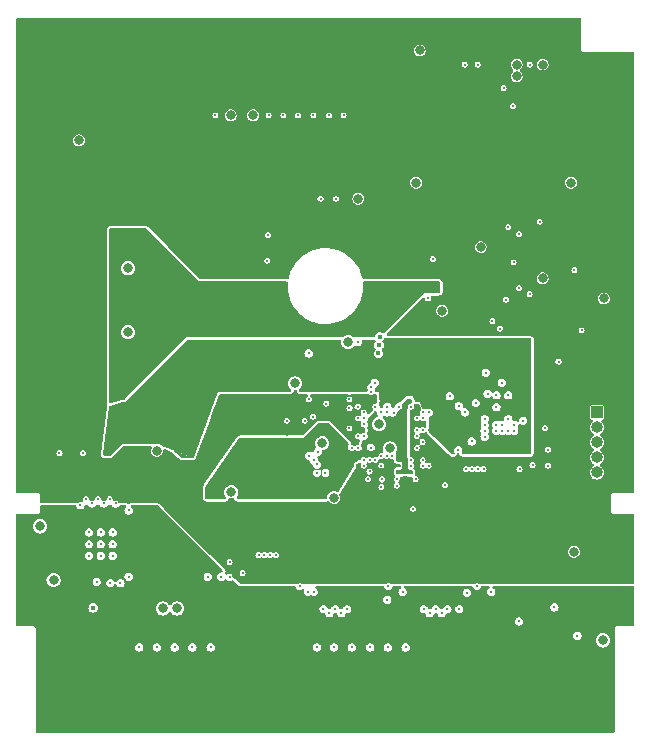
<source format=gbr>
%TF.GenerationSoftware,KiCad,Pcbnew,(6.0.2)*%
%TF.CreationDate,2023-11-17T15:53:31+01:00*%
%TF.ProjectId,CartGen4,43617274-4765-46e3-942e-6b696361645f,rev?*%
%TF.SameCoordinates,Original*%
%TF.FileFunction,Copper,L2,Inr*%
%TF.FilePolarity,Positive*%
%FSLAX46Y46*%
G04 Gerber Fmt 4.6, Leading zero omitted, Abs format (unit mm)*
G04 Created by KiCad (PCBNEW (6.0.2)) date 2023-11-17 15:53:31*
%MOMM*%
%LPD*%
G01*
G04 APERTURE LIST*
%TA.AperFunction,ComponentPad*%
%ADD10R,1.000000X1.000000*%
%TD*%
%TA.AperFunction,ComponentPad*%
%ADD11O,1.000000X1.000000*%
%TD*%
%TA.AperFunction,ViaPad*%
%ADD12C,0.302400*%
%TD*%
%TA.AperFunction,ViaPad*%
%ADD13C,0.800000*%
%TD*%
%TA.AperFunction,ViaPad*%
%ADD14C,0.400000*%
%TD*%
%TA.AperFunction,Conductor*%
%ADD15C,0.100000*%
%TD*%
G04 APERTURE END LIST*
D10*
%TO.N,GND*%
%TO.C,J2*%
X89000000Y-71650000D03*
D11*
%TO.N,FPGA_JTAG_TMS*%
X89000000Y-72920000D03*
%TO.N,FPGA_JTAG_TCK*%
X89000000Y-74190000D03*
%TO.N,FPGA_JTAG_TDI*%
X89000000Y-75460000D03*
%TO.N,FPGA_JTAG_TDO*%
X89000000Y-76730000D03*
%TD*%
D12*
%TO.N,+5V*%
X69350000Y-88300000D03*
X63400000Y-86850000D03*
X76850000Y-88650000D03*
D13*
X44750073Y-88050073D03*
X88350000Y-89300000D03*
D12*
X84350000Y-88650000D03*
D13*
X54000000Y-82800000D03*
X41862500Y-82937500D03*
D12*
%TO.N,GB_ADDR_5V0*%
X65850000Y-88300000D03*
X50250000Y-91550498D03*
%TO.N,GB_ADDR_5V1*%
X51750000Y-91550498D03*
X66350000Y-88650000D03*
%TO.N,GB_ADDR_5V2*%
X66850000Y-88300000D03*
X53250000Y-91550498D03*
%TO.N,GB_ADDR_5V3*%
X54750000Y-91550498D03*
X67350000Y-88650000D03*
%TO.N,GB_ADDR_5V4*%
X67850000Y-88300000D03*
X56300000Y-91550000D03*
%TO.N,GB_ADDR_5V10*%
X65300000Y-91550000D03*
X74350000Y-88300000D03*
%TO.N,GB_ADDR_5V11*%
X66750000Y-91550000D03*
X74850000Y-88650000D03*
%TO.N,GB_ADDR_5V12*%
X75350000Y-88300000D03*
X68250000Y-91550000D03*
%TO.N,GB_ADDR_5V13*%
X75850000Y-88650000D03*
X69800000Y-91550000D03*
%TO.N,GB_ADDR_5V14*%
X71300000Y-91550000D03*
X76350000Y-88300000D03*
%TO.N,GB_ADDR_5V15*%
X77350000Y-88300000D03*
X72800000Y-91550000D03*
D13*
%TO.N,GND*%
X84400000Y-60300000D03*
D12*
X68750000Y-71150000D03*
X80950000Y-69150000D03*
X46750000Y-79000000D03*
X78000000Y-86900000D03*
X48000000Y-82800000D03*
X72550000Y-86850000D03*
X81000000Y-72700000D03*
D13*
X68800000Y-53550000D03*
D12*
X82400000Y-89350000D03*
X77250000Y-74850000D03*
X68750000Y-72150000D03*
D13*
X49300000Y-64850000D03*
D12*
X65600000Y-53550000D03*
D13*
X58050000Y-78400000D03*
X84400000Y-42200000D03*
X63450000Y-69200000D03*
X59900000Y-46500000D03*
X58000000Y-46500000D03*
D12*
X77828282Y-71650000D03*
D13*
X89500000Y-90950000D03*
X49300000Y-59450000D03*
D12*
X78400000Y-74100000D03*
X74750000Y-71650000D03*
X76550000Y-70278200D03*
D13*
X87050000Y-83450000D03*
D12*
X65050000Y-86850000D03*
D13*
X52250000Y-88250000D03*
D12*
X85400000Y-88150000D03*
X80150000Y-63900000D03*
D13*
X66750000Y-78900000D03*
D12*
X71250000Y-71150000D03*
X66900000Y-53550000D03*
X74250000Y-72150000D03*
X46000000Y-81800000D03*
X43500000Y-75100000D03*
X82750000Y-72350000D03*
X73248833Y-76148833D03*
X81500000Y-72200000D03*
X84850000Y-74800000D03*
D13*
X73700000Y-52200000D03*
D12*
X70750000Y-76150000D03*
X81950000Y-58950000D03*
X81900000Y-45700000D03*
X69250000Y-76150000D03*
X69750000Y-76650000D03*
D13*
X45150000Y-48600000D03*
X71500000Y-74700000D03*
X82200000Y-42200000D03*
D12*
X81500000Y-70200000D03*
X79500000Y-72200000D03*
D13*
X43000000Y-85850000D03*
D12*
X64550000Y-86850000D03*
X57200000Y-85550000D03*
D13*
X41850000Y-81300000D03*
X65750000Y-74250000D03*
X70550000Y-72650000D03*
D12*
X46000000Y-83800000D03*
X69900000Y-69500000D03*
X80800000Y-64550000D03*
X77300000Y-71100000D03*
X79750000Y-70050000D03*
X80500000Y-72700000D03*
X72250000Y-71152341D03*
D14*
X46350000Y-88200000D03*
D12*
X47000000Y-82800000D03*
X48000000Y-83800000D03*
D13*
X75900000Y-63050000D03*
X51750000Y-74900000D03*
X89600000Y-62000000D03*
D12*
X47000000Y-81800000D03*
X70200000Y-69150000D03*
X45500000Y-75100000D03*
X74747659Y-76150000D03*
X79600000Y-68277440D03*
X74250000Y-71650000D03*
X48000000Y-81800000D03*
X46000000Y-82800000D03*
D13*
X82200000Y-43200000D03*
D12*
X59000000Y-85250000D03*
D13*
X74000000Y-41000000D03*
D12*
X70250000Y-71150000D03*
X76150000Y-77800000D03*
X80050000Y-86850500D03*
X80500000Y-73200000D03*
D13*
X86800000Y-52200000D03*
X67950000Y-65700000D03*
D12*
X80500000Y-70200000D03*
D13*
X79150000Y-57650000D03*
D12*
X71250000Y-87500000D03*
X73450000Y-79800000D03*
X68250000Y-74650000D03*
X47000000Y-83800000D03*
%TO.N,PS_SS*%
X49350000Y-79950000D03*
X45250500Y-79499500D03*
X56050000Y-85550000D03*
X49350000Y-85550000D03*
%TO.N,+1V8*%
X47500000Y-75100000D03*
X82500000Y-70200000D03*
X71250000Y-70650000D03*
D13*
X66900000Y-67350000D03*
D12*
X79000000Y-70200000D03*
X73750000Y-70650000D03*
X75219832Y-71621800D03*
D13*
X54350000Y-74900000D03*
D12*
X80500000Y-70700000D03*
X74750000Y-73152341D03*
X80500000Y-73700000D03*
X81500000Y-70700000D03*
X70750000Y-71150000D03*
X81000000Y-73700000D03*
%TO.N,+1V2*%
X72650000Y-71900000D03*
X73250000Y-70647659D03*
D13*
X65750000Y-73200000D03*
D12*
X74250000Y-74150000D03*
X69750000Y-74150000D03*
D13*
X53450000Y-88250000D03*
D12*
X73250000Y-76650000D03*
X70250000Y-71650000D03*
X72250000Y-76650000D03*
D13*
X56350000Y-78400000D03*
D12*
%TO.N,+3V3*%
X74250000Y-74650000D03*
X62700000Y-85250000D03*
X72250000Y-76150000D03*
X69249999Y-71147659D03*
X69250000Y-73150000D03*
X73750000Y-76650000D03*
X75750000Y-64550000D03*
X77500000Y-84400000D03*
X70000000Y-84400000D03*
X73751167Y-76151167D03*
X68748833Y-74151167D03*
X74750000Y-74650000D03*
X69750000Y-76150000D03*
X70750000Y-76650000D03*
X70250000Y-70650000D03*
D13*
X80250000Y-57650000D03*
D12*
X73750000Y-71150000D03*
D13*
X62750000Y-73200000D03*
X84400000Y-57200000D03*
X75500000Y-43200000D03*
D12*
X85000000Y-84400000D03*
D13*
X49150000Y-74900000D03*
X80000000Y-42200000D03*
X68800000Y-46500000D03*
D12*
X68750000Y-76150000D03*
X85000000Y-69550000D03*
%TO.N,FPGA_SOFT_RST#*%
X62750000Y-72350000D03*
X64250000Y-72350000D03*
%TO.N,FPGA_SPI_SD_CS#*%
X77800000Y-42200000D03*
X68750000Y-65700000D03*
%TO.N,FPGA_SPI_MOSI*%
X81300000Y-62100000D03*
X68750000Y-73650000D03*
D14*
X70600000Y-65250000D03*
D12*
X81500000Y-55950000D03*
X78900000Y-42200000D03*
D14*
%TO.N,FPGA_SPI_CLK*%
X70550000Y-65950000D03*
D12*
X68050000Y-73000000D03*
X82400000Y-61100000D03*
X82400000Y-56550000D03*
X81100000Y-44200000D03*
%TO.N,FPGA_SPI_MISO*%
X83300000Y-42200000D03*
X83300000Y-61600000D03*
X69250000Y-72650000D03*
D14*
X70500000Y-66650000D03*
D12*
%TO.N,Net-(R1-Pad1)*%
X48650000Y-86100000D03*
%TO.N,PS_FB2*%
X47799500Y-86093355D03*
%TO.N,Net-(R4-Pad1)*%
X48258748Y-79360420D03*
%TO.N,PS_FB1*%
X46250000Y-79350000D03*
%TO.N,Net-(R7-Pad1)*%
X47250000Y-79350000D03*
%TO.N,Net-(R8-Pad1)*%
X45750000Y-79000000D03*
%TO.N,PS_FB3*%
X47749951Y-78979218D03*
%TO.N,PS_PGOOD*%
X57900000Y-84300000D03*
X46650000Y-86000000D03*
X69250000Y-73650000D03*
X64650000Y-75300000D03*
%TO.N,GB_BUS_EN*%
X71349511Y-86350489D03*
X78850000Y-86350489D03*
X63849511Y-86350489D03*
X57900000Y-85550000D03*
%TO.N,FPGA_SPI_FLASH_CS#*%
X69250000Y-72150000D03*
X85750000Y-67350000D03*
%TO.N,FPGA_SPI_RTC_CS#*%
X66100000Y-70900000D03*
X74700000Y-62000000D03*
%TO.N,GB_DATA3*%
X73250000Y-75650000D03*
X73650000Y-77300000D03*
%TO.N,RAM_WAIT*%
X78750000Y-70850000D03*
X71250000Y-71650000D03*
%TO.N,RAM_OE#*%
X80500000Y-71200000D03*
X71780168Y-71674789D03*
%TO.N,RAM_ADV#*%
X79500000Y-72700000D03*
X70750000Y-71650000D03*
%TO.N,RAM_UB#*%
X82000000Y-72700000D03*
X73750000Y-74650000D03*
%TO.N,RAM_WE#*%
X79500000Y-73200000D03*
X73750000Y-72150000D03*
%TO.N,RAM_CRE*%
X74250000Y-73150000D03*
X81000000Y-73200000D03*
%TO.N,RAM_CE1#*%
X73750000Y-73150000D03*
X81500000Y-73200000D03*
%TO.N,RAM_LB#*%
X73750000Y-73650000D03*
X82000000Y-73200000D03*
%TO.N,RAM_CLK*%
X79500000Y-73700000D03*
X73250000Y-71150000D03*
%TO.N,GB_ADDR9*%
X70750000Y-77950000D03*
X70750000Y-75350000D03*
%TO.N,GB_ADDR10*%
X70800000Y-77300000D03*
X70250000Y-75650000D03*
%TO.N,GB_ADDR14*%
X72050000Y-77850000D03*
X71200000Y-75350000D03*
%TO.N,GB_ADDR15*%
X71650000Y-75350000D03*
X72050000Y-77300000D03*
%TO.N,GB_ADDR5*%
X69750000Y-75650000D03*
X69600000Y-77300000D03*
%TO.N,GB_CLK*%
X77900000Y-76450000D03*
X60350000Y-83700000D03*
%TO.N,GB_WR#*%
X78400000Y-76450000D03*
X60850000Y-83700000D03*
%TO.N,GB_CS#*%
X79400000Y-76450000D03*
X61850000Y-83700000D03*
%TO.N,GB_RD#*%
X61350000Y-83700000D03*
X78900000Y-76450000D03*
%TO.N,FPGA_JTAG_TDO*%
X83550000Y-76100000D03*
%TO.N,FPGA_JTAG_TMS*%
X84600000Y-72950000D03*
X74250000Y-75650000D03*
%TO.N,FLASH_WP#*%
X87700000Y-64700000D03*
X84850000Y-76150000D03*
%TO.N,SD_CARD_DETECT*%
X74250000Y-76150000D03*
X84150000Y-55500000D03*
%TO.N,RTC_RST#*%
X75100000Y-58650000D03*
X64950000Y-72000000D03*
%TO.N,FLASH_HOLD#*%
X82450000Y-76450000D03*
X87100000Y-59600000D03*
D13*
%TO.N,+VBAT*%
X49300000Y-67800000D03*
X49300000Y-56500000D03*
D12*
X74500000Y-61250000D03*
%TO.N,FPGA_TOE*%
X68750000Y-74650000D03*
X65350000Y-75000000D03*
%TO.N,FPGA_DONE*%
X68050000Y-71300000D03*
X61100000Y-58800000D03*
X69247660Y-71650000D03*
X61150000Y-56650000D03*
%TO.N,FPGA_USER0*%
X65050000Y-75700000D03*
X67550000Y-46500000D03*
%TO.N,FPGA_USER1*%
X66300000Y-46500000D03*
X65300000Y-76050000D03*
%TO.N,FPGA_USER2*%
X65000000Y-46500000D03*
X69850000Y-74650000D03*
%TO.N,FPGA_USER5*%
X61200000Y-46500000D03*
X66000000Y-76750000D03*
%TO.N,FPGA_USER3*%
X63700000Y-46500000D03*
X65300000Y-76750000D03*
%TO.N,FPGA_USER4*%
X69247659Y-75650000D03*
X62450000Y-46500000D03*
%TO.N,Net-(A1-Pad31)*%
X87350000Y-90550000D03*
%TO.N,GB_AUDIO*%
X56700000Y-46500000D03*
%TO.N,CLK_EN*%
X68050000Y-70550000D03*
X64600000Y-66650000D03*
X69900000Y-69950000D03*
X64600000Y-70550000D03*
%TD*%
D15*
%TO.N,+1V2*%
X65650000Y-77000000D02*
X65650000Y-76400000D01*
X65000000Y-76400000D02*
X65650000Y-76400000D01*
%TD*%
%TA.AperFunction,Conductor*%
%TO.N,+VBAT*%
G36*
X50865517Y-56070002D02*
G01*
X50886988Y-56087404D01*
X54629272Y-59871736D01*
X55300000Y-60550000D01*
X62709993Y-60550000D01*
X62778114Y-60570002D01*
X62824607Y-60623658D01*
X62835686Y-60684789D01*
X62823291Y-60862050D01*
X62820270Y-60905251D01*
X62835254Y-61262757D01*
X62855890Y-61396056D01*
X62863597Y-61445837D01*
X62889996Y-61616366D01*
X62890918Y-61619758D01*
X62890918Y-61619760D01*
X62928828Y-61759289D01*
X62983813Y-61961668D01*
X62985106Y-61964933D01*
X62985107Y-61964937D01*
X63042556Y-62110036D01*
X63115535Y-62294362D01*
X63283522Y-62610298D01*
X63285507Y-62613197D01*
X63483687Y-62902634D01*
X63483692Y-62902640D01*
X63485678Y-62905541D01*
X63719486Y-63176409D01*
X63982029Y-63419527D01*
X64270037Y-63631865D01*
X64273074Y-63633619D01*
X64273078Y-63633621D01*
X64389838Y-63701032D01*
X64579919Y-63810775D01*
X64708952Y-63867148D01*
X64904591Y-63952621D01*
X64904594Y-63952622D01*
X64907812Y-63954028D01*
X64911169Y-63955067D01*
X64911174Y-63955069D01*
X65046334Y-63996908D01*
X65249630Y-64059839D01*
X65253086Y-64060498D01*
X65253085Y-64060498D01*
X65597662Y-64126229D01*
X65597667Y-64126230D01*
X65601113Y-64126887D01*
X65795585Y-64141851D01*
X65954382Y-64154070D01*
X65954383Y-64154070D01*
X65957879Y-64154339D01*
X66181925Y-64146515D01*
X66311966Y-64141974D01*
X66311970Y-64141974D01*
X66315481Y-64141851D01*
X66318962Y-64141337D01*
X66665971Y-64090096D01*
X66665977Y-64090095D01*
X66669463Y-64089580D01*
X66672867Y-64088681D01*
X66672870Y-64088680D01*
X67012021Y-63999072D01*
X67012022Y-63999072D01*
X67015412Y-63998176D01*
X67349017Y-63868779D01*
X67666119Y-63703003D01*
X67962766Y-63502912D01*
X68058296Y-63421610D01*
X68232587Y-63273276D01*
X68232588Y-63273275D01*
X68235260Y-63271001D01*
X68442794Y-63050000D01*
X68477794Y-63012729D01*
X68477798Y-63012724D01*
X68480205Y-63010161D01*
X68482310Y-63007347D01*
X68482316Y-63007340D01*
X68692439Y-62726462D01*
X68694548Y-62723643D01*
X68875617Y-62415018D01*
X68930795Y-62291087D01*
X69019724Y-62091350D01*
X69019726Y-62091345D01*
X69021156Y-62088133D01*
X69129350Y-61747062D01*
X69198851Y-61396056D01*
X69212489Y-61233639D01*
X69228609Y-61041674D01*
X69228610Y-61041663D01*
X69228792Y-61039490D01*
X69230042Y-60950000D01*
X69227738Y-60908778D01*
X69215116Y-60683034D01*
X69231285Y-60613903D01*
X69282261Y-60564487D01*
X69340920Y-60550000D01*
X75624000Y-60550000D01*
X75692121Y-60570002D01*
X75738614Y-60623658D01*
X75750000Y-60676000D01*
X75750000Y-61424000D01*
X75729998Y-61492121D01*
X75676342Y-61538614D01*
X75624000Y-61550000D01*
X74350000Y-61550000D01*
X70994244Y-64905756D01*
X70931932Y-64939782D01*
X70861117Y-64934717D01*
X70839510Y-64923118D01*
X70838342Y-64921950D01*
X70829506Y-64917448D01*
X70829505Y-64917447D01*
X70772999Y-64888656D01*
X70725304Y-64864354D01*
X70715515Y-64862804D01*
X70715513Y-64862803D01*
X70609793Y-64846059D01*
X70600000Y-64844508D01*
X70590207Y-64846059D01*
X70484487Y-64862803D01*
X70484485Y-64862804D01*
X70474696Y-64864354D01*
X70361658Y-64921950D01*
X70271950Y-65011658D01*
X70214354Y-65124696D01*
X70212804Y-65134485D01*
X70212803Y-65134487D01*
X70203423Y-65193711D01*
X70173010Y-65257864D01*
X70112742Y-65295391D01*
X70078974Y-65300000D01*
X68457231Y-65300000D01*
X68389110Y-65279998D01*
X68378494Y-65271442D01*
X68378282Y-65271718D01*
X68259392Y-65180491D01*
X68252841Y-65175464D01*
X68106762Y-65114956D01*
X67950000Y-65094318D01*
X67793238Y-65114956D01*
X67647159Y-65175464D01*
X67521718Y-65271718D01*
X67520051Y-65269546D01*
X67469552Y-65297121D01*
X67442769Y-65300000D01*
X54250000Y-65300000D01*
X49019169Y-70530831D01*
X48961921Y-70563645D01*
X48898894Y-70580109D01*
X48783762Y-70610184D01*
X48783758Y-70610185D01*
X47857846Y-70852055D01*
X47786881Y-70849920D01*
X47728337Y-70809757D01*
X47700800Y-70744318D01*
X47700000Y-70730146D01*
X47700000Y-64850000D01*
X48694318Y-64850000D01*
X48714956Y-65006762D01*
X48775464Y-65152841D01*
X48792823Y-65175464D01*
X48850017Y-65250000D01*
X48871718Y-65278282D01*
X48878264Y-65283305D01*
X48907918Y-65306059D01*
X48997159Y-65374536D01*
X49143238Y-65435044D01*
X49300000Y-65455682D01*
X49308188Y-65454604D01*
X49309875Y-65454382D01*
X49456762Y-65435044D01*
X49602841Y-65374536D01*
X49692082Y-65306059D01*
X49721736Y-65283305D01*
X49728282Y-65278282D01*
X49749984Y-65250000D01*
X49807177Y-65175464D01*
X49824536Y-65152841D01*
X49885044Y-65006762D01*
X49905682Y-64850000D01*
X49885044Y-64693238D01*
X49824536Y-64547159D01*
X49728282Y-64421718D01*
X49602841Y-64325464D01*
X49456762Y-64264956D01*
X49433717Y-64261922D01*
X49308188Y-64245396D01*
X49300000Y-64244318D01*
X49291812Y-64245396D01*
X49166284Y-64261922D01*
X49143238Y-64264956D01*
X48997159Y-64325464D01*
X48871718Y-64421718D01*
X48775464Y-64547159D01*
X48714956Y-64693238D01*
X48694318Y-64850000D01*
X47700000Y-64850000D01*
X47700000Y-59450000D01*
X48694318Y-59450000D01*
X48714956Y-59606762D01*
X48775464Y-59752841D01*
X48871718Y-59878282D01*
X48997159Y-59974536D01*
X49143238Y-60035044D01*
X49300000Y-60055682D01*
X49308188Y-60054604D01*
X49448574Y-60036122D01*
X49456762Y-60035044D01*
X49602841Y-59974536D01*
X49728282Y-59878282D01*
X49824536Y-59752841D01*
X49885044Y-59606762D01*
X49905682Y-59450000D01*
X49885044Y-59293238D01*
X49824536Y-59147159D01*
X49728282Y-59021718D01*
X49602841Y-58925464D01*
X49456762Y-58864956D01*
X49300000Y-58844318D01*
X49143238Y-58864956D01*
X48997159Y-58925464D01*
X48871718Y-59021718D01*
X48775464Y-59147159D01*
X48714956Y-59293238D01*
X48694318Y-59450000D01*
X47700000Y-59450000D01*
X47700000Y-56176000D01*
X47720002Y-56107879D01*
X47773658Y-56061386D01*
X47826000Y-56050000D01*
X50797396Y-56050000D01*
X50865517Y-56070002D01*
G37*
%TD.AperFunction*%
%TD*%
%TA.AperFunction,Conductor*%
%TO.N,+5V*%
G36*
X44868132Y-79518907D02*
G01*
X44904096Y-79568407D01*
X44907722Y-79583512D01*
X44908861Y-79590699D01*
X44911844Y-79609536D01*
X44915380Y-79616475D01*
X44915380Y-79616476D01*
X44957467Y-79699076D01*
X44962422Y-79708801D01*
X45041199Y-79787578D01*
X45048136Y-79791113D01*
X45048138Y-79791114D01*
X45133524Y-79834620D01*
X45140464Y-79838156D01*
X45148158Y-79839375D01*
X45148159Y-79839375D01*
X45242804Y-79854365D01*
X45250500Y-79855584D01*
X45258196Y-79854365D01*
X45352841Y-79839375D01*
X45352842Y-79839375D01*
X45360536Y-79838156D01*
X45367476Y-79834620D01*
X45452862Y-79791114D01*
X45452864Y-79791113D01*
X45459801Y-79787578D01*
X45465307Y-79782072D01*
X45498690Y-79748690D01*
X46550000Y-80800000D01*
X48500000Y-80800000D01*
X48500000Y-84700000D01*
X49101311Y-85301311D01*
X49061922Y-85340699D01*
X49011344Y-85439964D01*
X48993916Y-85550000D01*
X48995135Y-85557696D01*
X49000039Y-85588656D01*
X49011344Y-85660036D01*
X49014880Y-85666975D01*
X49014880Y-85666976D01*
X49043305Y-85722763D01*
X49052876Y-85783195D01*
X49050504Y-85787851D01*
X49089850Y-85794082D01*
X49114909Y-85812288D01*
X49140699Y-85838078D01*
X49147636Y-85841613D01*
X49147638Y-85841614D01*
X49230932Y-85884054D01*
X49239964Y-85888656D01*
X49247658Y-85889875D01*
X49247659Y-85889875D01*
X49342304Y-85904865D01*
X49350000Y-85906084D01*
X49357696Y-85904865D01*
X49452341Y-85889875D01*
X49452342Y-85889875D01*
X49460036Y-85888656D01*
X49469068Y-85884054D01*
X49552362Y-85841614D01*
X49552364Y-85841613D01*
X49559301Y-85838078D01*
X49638078Y-85759301D01*
X49643237Y-85749177D01*
X49685120Y-85666976D01*
X49685120Y-85666975D01*
X49688656Y-85660036D01*
X49699962Y-85588656D01*
X49704865Y-85557696D01*
X49706084Y-85550000D01*
X55693916Y-85550000D01*
X55695135Y-85557696D01*
X55700039Y-85588656D01*
X55711344Y-85660036D01*
X55714880Y-85666975D01*
X55714880Y-85666976D01*
X55756764Y-85749177D01*
X55761922Y-85759301D01*
X55840699Y-85838078D01*
X55847636Y-85841613D01*
X55847638Y-85841614D01*
X55930932Y-85884054D01*
X55939964Y-85888656D01*
X55947658Y-85889875D01*
X55947659Y-85889875D01*
X56042304Y-85904865D01*
X56050000Y-85906084D01*
X56057696Y-85904865D01*
X56152341Y-85889875D01*
X56152342Y-85889875D01*
X56160036Y-85888656D01*
X56169068Y-85884054D01*
X56252362Y-85841614D01*
X56252364Y-85841613D01*
X56259301Y-85838078D01*
X56338078Y-85759301D01*
X56343237Y-85749177D01*
X56385120Y-85666976D01*
X56385120Y-85666975D01*
X56388656Y-85660036D01*
X56399962Y-85588656D01*
X56404865Y-85557696D01*
X56406084Y-85550000D01*
X56843916Y-85550000D01*
X56845135Y-85557696D01*
X56850039Y-85588656D01*
X56861344Y-85660036D01*
X56864880Y-85666975D01*
X56864880Y-85666976D01*
X56906764Y-85749177D01*
X56911922Y-85759301D01*
X56990699Y-85838078D01*
X56997636Y-85841613D01*
X56997638Y-85841614D01*
X57080932Y-85884054D01*
X57089964Y-85888656D01*
X57097658Y-85889875D01*
X57097659Y-85889875D01*
X57192304Y-85904865D01*
X57200000Y-85906084D01*
X57207696Y-85904865D01*
X57302341Y-85889875D01*
X57302342Y-85889875D01*
X57310036Y-85888656D01*
X57319068Y-85884054D01*
X57402362Y-85841614D01*
X57402364Y-85841613D01*
X57409301Y-85838078D01*
X57479996Y-85767383D01*
X57534513Y-85739606D01*
X57594945Y-85749177D01*
X57620004Y-85767383D01*
X57690699Y-85838078D01*
X57697636Y-85841613D01*
X57697638Y-85841614D01*
X57780932Y-85884054D01*
X57789964Y-85888656D01*
X57797658Y-85889875D01*
X57797659Y-85889875D01*
X57892304Y-85904865D01*
X57900000Y-85906084D01*
X57907696Y-85904865D01*
X58002341Y-85889875D01*
X58002342Y-85889875D01*
X58010036Y-85888656D01*
X58021090Y-85883024D01*
X58074288Y-85855918D01*
X58097400Y-85844142D01*
X58157831Y-85834571D01*
X58212348Y-85862348D01*
X58700000Y-86350000D01*
X63408796Y-86350000D01*
X63466987Y-86368907D01*
X63502951Y-86418407D01*
X63506577Y-86433514D01*
X63509030Y-86449000D01*
X63510855Y-86460525D01*
X63514391Y-86467464D01*
X63514391Y-86467465D01*
X63554805Y-86546781D01*
X63561433Y-86559790D01*
X63640210Y-86638567D01*
X63647147Y-86642102D01*
X63647149Y-86642103D01*
X63731719Y-86685193D01*
X63739475Y-86689145D01*
X63747169Y-86690364D01*
X63747170Y-86690364D01*
X63841815Y-86705354D01*
X63849511Y-86706573D01*
X63857207Y-86705354D01*
X63951852Y-86690364D01*
X63951853Y-86690364D01*
X63959547Y-86689145D01*
X64058812Y-86638567D01*
X64060218Y-86637161D01*
X64115617Y-86619162D01*
X64173807Y-86638070D01*
X64209770Y-86687571D01*
X64209769Y-86739715D01*
X64211344Y-86739964D01*
X64193916Y-86850000D01*
X64211344Y-86960036D01*
X64261922Y-87059301D01*
X64340699Y-87138078D01*
X64347636Y-87141613D01*
X64347638Y-87141614D01*
X64428023Y-87182572D01*
X64439964Y-87188656D01*
X64447658Y-87189875D01*
X64447659Y-87189875D01*
X64542304Y-87204865D01*
X64550000Y-87206084D01*
X64557696Y-87204865D01*
X64652341Y-87189875D01*
X64652342Y-87189875D01*
X64660036Y-87188656D01*
X64666976Y-87185120D01*
X64666982Y-87185118D01*
X64755055Y-87140242D01*
X64815487Y-87130670D01*
X64844945Y-87140242D01*
X64933018Y-87185118D01*
X64933024Y-87185120D01*
X64939964Y-87188656D01*
X64947658Y-87189875D01*
X64947659Y-87189875D01*
X65042304Y-87204865D01*
X65050000Y-87206084D01*
X65057696Y-87204865D01*
X65152341Y-87189875D01*
X65152342Y-87189875D01*
X65160036Y-87188656D01*
X65171977Y-87182572D01*
X65252362Y-87141614D01*
X65252364Y-87141613D01*
X65259301Y-87138078D01*
X65338078Y-87059301D01*
X65388656Y-86960036D01*
X65406084Y-86850000D01*
X65388656Y-86739964D01*
X65385120Y-86733024D01*
X65341614Y-86647638D01*
X65341613Y-86647636D01*
X65338078Y-86640699D01*
X65259301Y-86561922D01*
X65252364Y-86558387D01*
X65252362Y-86558386D01*
X65210801Y-86537210D01*
X65167536Y-86493945D01*
X65157965Y-86433513D01*
X65185742Y-86378996D01*
X65240259Y-86351219D01*
X65255746Y-86350000D01*
X70908796Y-86350000D01*
X70966987Y-86368907D01*
X71002951Y-86418407D01*
X71006577Y-86433514D01*
X71009030Y-86449000D01*
X71010855Y-86460525D01*
X71014391Y-86467464D01*
X71014391Y-86467465D01*
X71054805Y-86546781D01*
X71061433Y-86559790D01*
X71140210Y-86638567D01*
X71147147Y-86642102D01*
X71147149Y-86642103D01*
X71231719Y-86685193D01*
X71239475Y-86689145D01*
X71247169Y-86690364D01*
X71247170Y-86690364D01*
X71341815Y-86705354D01*
X71349511Y-86706573D01*
X71357207Y-86705354D01*
X71451852Y-86690364D01*
X71451853Y-86690364D01*
X71459547Y-86689145D01*
X71467303Y-86685193D01*
X71551873Y-86642103D01*
X71551875Y-86642102D01*
X71558812Y-86638567D01*
X71637589Y-86559790D01*
X71644218Y-86546781D01*
X71684631Y-86467465D01*
X71684631Y-86467464D01*
X71688167Y-86460525D01*
X71689993Y-86449000D01*
X71692445Y-86433514D01*
X71720222Y-86378997D01*
X71774738Y-86351219D01*
X71790226Y-86350000D01*
X72344254Y-86350000D01*
X72402445Y-86368907D01*
X72438409Y-86418407D01*
X72438409Y-86479593D01*
X72402445Y-86529093D01*
X72389199Y-86537210D01*
X72347638Y-86558386D01*
X72347636Y-86558387D01*
X72340699Y-86561922D01*
X72261922Y-86640699D01*
X72258387Y-86647636D01*
X72258386Y-86647638D01*
X72214880Y-86733024D01*
X72211344Y-86739964D01*
X72193916Y-86850000D01*
X72211344Y-86960036D01*
X72261922Y-87059301D01*
X72340699Y-87138078D01*
X72347636Y-87141613D01*
X72347638Y-87141614D01*
X72428023Y-87182572D01*
X72439964Y-87188656D01*
X72447658Y-87189875D01*
X72447659Y-87189875D01*
X72542304Y-87204865D01*
X72550000Y-87206084D01*
X72557696Y-87204865D01*
X72652341Y-87189875D01*
X72652342Y-87189875D01*
X72660036Y-87188656D01*
X72671977Y-87182572D01*
X72752362Y-87141614D01*
X72752364Y-87141613D01*
X72759301Y-87138078D01*
X72838078Y-87059301D01*
X72888656Y-86960036D01*
X72898165Y-86900000D01*
X77643916Y-86900000D01*
X77661344Y-87010036D01*
X77664880Y-87016975D01*
X77664880Y-87016976D01*
X77686701Y-87059801D01*
X77711922Y-87109301D01*
X77790699Y-87188078D01*
X77797636Y-87191613D01*
X77797638Y-87191614D01*
X77883024Y-87235120D01*
X77889964Y-87238656D01*
X77897658Y-87239875D01*
X77897659Y-87239875D01*
X77992304Y-87254865D01*
X78000000Y-87256084D01*
X78007696Y-87254865D01*
X78102341Y-87239875D01*
X78102342Y-87239875D01*
X78110036Y-87238656D01*
X78116976Y-87235120D01*
X78202362Y-87191614D01*
X78202364Y-87191613D01*
X78209301Y-87188078D01*
X78288078Y-87109301D01*
X78313300Y-87059801D01*
X78335120Y-87016976D01*
X78335120Y-87016975D01*
X78338656Y-87010036D01*
X78356084Y-86900000D01*
X78338656Y-86789964D01*
X78335120Y-86783024D01*
X78291614Y-86697638D01*
X78291613Y-86697636D01*
X78288078Y-86690699D01*
X78209301Y-86611922D01*
X78202364Y-86608387D01*
X78202362Y-86608386D01*
X78116976Y-86564880D01*
X78116975Y-86564880D01*
X78110036Y-86561344D01*
X78102342Y-86560125D01*
X78102341Y-86560125D01*
X78018089Y-86546781D01*
X78001866Y-86538515D01*
X77981911Y-86546781D01*
X77897659Y-86560125D01*
X77897658Y-86560125D01*
X77889964Y-86561344D01*
X77883025Y-86564880D01*
X77883024Y-86564880D01*
X77797638Y-86608386D01*
X77797636Y-86608387D01*
X77790699Y-86611922D01*
X77711922Y-86690699D01*
X77708387Y-86697636D01*
X77708386Y-86697638D01*
X77664880Y-86783024D01*
X77661344Y-86789964D01*
X77643916Y-86900000D01*
X72898165Y-86900000D01*
X72906084Y-86850000D01*
X72888656Y-86739964D01*
X72885120Y-86733024D01*
X72841614Y-86647638D01*
X72841613Y-86647636D01*
X72838078Y-86640699D01*
X72759301Y-86561922D01*
X72752364Y-86558387D01*
X72752362Y-86558386D01*
X72710801Y-86537210D01*
X72667536Y-86493945D01*
X72657965Y-86433513D01*
X72685742Y-86378996D01*
X72740259Y-86351219D01*
X72755746Y-86350000D01*
X77966424Y-86350000D01*
X77994958Y-86359271D01*
X78033576Y-86350000D01*
X78409285Y-86350000D01*
X78467476Y-86368907D01*
X78503440Y-86418407D01*
X78507066Y-86433514D01*
X78509519Y-86449000D01*
X78511344Y-86460525D01*
X78514880Y-86467464D01*
X78514880Y-86467465D01*
X78555294Y-86546781D01*
X78561922Y-86559790D01*
X78640699Y-86638567D01*
X78647636Y-86642102D01*
X78647638Y-86642103D01*
X78732208Y-86685193D01*
X78739964Y-86689145D01*
X78747658Y-86690364D01*
X78747659Y-86690364D01*
X78842304Y-86705354D01*
X78850000Y-86706573D01*
X78857696Y-86705354D01*
X78952341Y-86690364D01*
X78952342Y-86690364D01*
X78960036Y-86689145D01*
X78967792Y-86685193D01*
X79052362Y-86642103D01*
X79052364Y-86642102D01*
X79059301Y-86638567D01*
X79138078Y-86559790D01*
X79144707Y-86546781D01*
X79185120Y-86467465D01*
X79185120Y-86467464D01*
X79188656Y-86460525D01*
X79190482Y-86449000D01*
X79192934Y-86433514D01*
X79220711Y-86378997D01*
X79275227Y-86351219D01*
X79290715Y-86350000D01*
X79845235Y-86350000D01*
X79903426Y-86368907D01*
X79939390Y-86418407D01*
X79939390Y-86479593D01*
X79903426Y-86529093D01*
X79890180Y-86537210D01*
X79847638Y-86558886D01*
X79847636Y-86558887D01*
X79840699Y-86562422D01*
X79761922Y-86641199D01*
X79758387Y-86648136D01*
X79758386Y-86648138D01*
X79733165Y-86697638D01*
X79711344Y-86740464D01*
X79693916Y-86850500D01*
X79711344Y-86960536D01*
X79714880Y-86967475D01*
X79714880Y-86967476D01*
X79758132Y-87052362D01*
X79761922Y-87059801D01*
X79840699Y-87138578D01*
X79847636Y-87142113D01*
X79847638Y-87142114D01*
X79927042Y-87182572D01*
X79939964Y-87189156D01*
X79947658Y-87190375D01*
X79947659Y-87190375D01*
X80042304Y-87205365D01*
X80050000Y-87206584D01*
X80057696Y-87205365D01*
X80152341Y-87190375D01*
X80152342Y-87190375D01*
X80160036Y-87189156D01*
X80172958Y-87182572D01*
X80252362Y-87142114D01*
X80252364Y-87142113D01*
X80259301Y-87138578D01*
X80338078Y-87059801D01*
X80341869Y-87052362D01*
X80385120Y-86967476D01*
X80385120Y-86967475D01*
X80388656Y-86960536D01*
X80406084Y-86850500D01*
X80388656Y-86740464D01*
X80366835Y-86697638D01*
X80341614Y-86648138D01*
X80341613Y-86648136D01*
X80338078Y-86641199D01*
X80259301Y-86562422D01*
X80252364Y-86558887D01*
X80252362Y-86558886D01*
X80209820Y-86537210D01*
X80166555Y-86493945D01*
X80156984Y-86433513D01*
X80184762Y-86378996D01*
X80239278Y-86351219D01*
X80254765Y-86350000D01*
X92076000Y-86350000D01*
X92134191Y-86368907D01*
X92170155Y-86418407D01*
X92175000Y-86449000D01*
X92175000Y-89651000D01*
X92156093Y-89709191D01*
X92106593Y-89745155D01*
X92076000Y-89750000D01*
X90730877Y-89750000D01*
X90679551Y-89749955D01*
X90669502Y-89754781D01*
X90669500Y-89754781D01*
X90668659Y-89755185D01*
X90647817Y-89762463D01*
X90646907Y-89762670D01*
X90646904Y-89762672D01*
X90636038Y-89765150D01*
X90627320Y-89772097D01*
X90626789Y-89772520D01*
X90607954Y-89784334D01*
X90607347Y-89784625D01*
X90607343Y-89784628D01*
X90597295Y-89789453D01*
X90589746Y-89798893D01*
X90574128Y-89814484D01*
X90564677Y-89822015D01*
X90559593Y-89832555D01*
X90559541Y-89832663D01*
X90547692Y-89851478D01*
X90547270Y-89852005D01*
X90547268Y-89852010D01*
X90540306Y-89860715D01*
X90537808Y-89871581D01*
X90537598Y-89872492D01*
X90530285Y-89893318D01*
X90525035Y-89904202D01*
X90525015Y-89927213D01*
X90523270Y-89927211D01*
X90523276Y-89927277D01*
X90525000Y-89927277D01*
X90525000Y-89944123D01*
X90524955Y-89995449D01*
X90524997Y-89995537D01*
X90525000Y-89995561D01*
X90525000Y-98651000D01*
X90506093Y-98709191D01*
X90456593Y-98745155D01*
X90426000Y-98750000D01*
X41574000Y-98750000D01*
X41515809Y-98731093D01*
X41479845Y-98681593D01*
X41475000Y-98651000D01*
X41475000Y-91550498D01*
X49893916Y-91550498D01*
X49911344Y-91660534D01*
X49914880Y-91667473D01*
X49914880Y-91667474D01*
X49958133Y-91752362D01*
X49961922Y-91759799D01*
X50040699Y-91838576D01*
X50047636Y-91842111D01*
X50047638Y-91842112D01*
X50132047Y-91885120D01*
X50139964Y-91889154D01*
X50147658Y-91890373D01*
X50147659Y-91890373D01*
X50219659Y-91901777D01*
X50239160Y-91904865D01*
X50242304Y-91905363D01*
X50250000Y-91906582D01*
X50257696Y-91905363D01*
X50260841Y-91904865D01*
X50280341Y-91901777D01*
X50352341Y-91890373D01*
X50352342Y-91890373D01*
X50360036Y-91889154D01*
X50367953Y-91885120D01*
X50452362Y-91842112D01*
X50452364Y-91842111D01*
X50459301Y-91838576D01*
X50538078Y-91759799D01*
X50541868Y-91752362D01*
X50585120Y-91667474D01*
X50585120Y-91667473D01*
X50588656Y-91660534D01*
X50606084Y-91550498D01*
X51393916Y-91550498D01*
X51411344Y-91660534D01*
X51414880Y-91667473D01*
X51414880Y-91667474D01*
X51458133Y-91752362D01*
X51461922Y-91759799D01*
X51540699Y-91838576D01*
X51547636Y-91842111D01*
X51547638Y-91842112D01*
X51632047Y-91885120D01*
X51639964Y-91889154D01*
X51647658Y-91890373D01*
X51647659Y-91890373D01*
X51719659Y-91901777D01*
X51739160Y-91904865D01*
X51742304Y-91905363D01*
X51750000Y-91906582D01*
X51757696Y-91905363D01*
X51760841Y-91904865D01*
X51780341Y-91901777D01*
X51852341Y-91890373D01*
X51852342Y-91890373D01*
X51860036Y-91889154D01*
X51867953Y-91885120D01*
X51952362Y-91842112D01*
X51952364Y-91842111D01*
X51959301Y-91838576D01*
X52038078Y-91759799D01*
X52041868Y-91752362D01*
X52085120Y-91667474D01*
X52085120Y-91667473D01*
X52088656Y-91660534D01*
X52106084Y-91550498D01*
X52893916Y-91550498D01*
X52911344Y-91660534D01*
X52914880Y-91667473D01*
X52914880Y-91667474D01*
X52958133Y-91752362D01*
X52961922Y-91759799D01*
X53040699Y-91838576D01*
X53047636Y-91842111D01*
X53047638Y-91842112D01*
X53132047Y-91885120D01*
X53139964Y-91889154D01*
X53147658Y-91890373D01*
X53147659Y-91890373D01*
X53219659Y-91901777D01*
X53239160Y-91904865D01*
X53242304Y-91905363D01*
X53250000Y-91906582D01*
X53257696Y-91905363D01*
X53260841Y-91904865D01*
X53280341Y-91901777D01*
X53352341Y-91890373D01*
X53352342Y-91890373D01*
X53360036Y-91889154D01*
X53367953Y-91885120D01*
X53452362Y-91842112D01*
X53452364Y-91842111D01*
X53459301Y-91838576D01*
X53538078Y-91759799D01*
X53541868Y-91752362D01*
X53585120Y-91667474D01*
X53585120Y-91667473D01*
X53588656Y-91660534D01*
X53606084Y-91550498D01*
X54393916Y-91550498D01*
X54411344Y-91660534D01*
X54414880Y-91667473D01*
X54414880Y-91667474D01*
X54458133Y-91752362D01*
X54461922Y-91759799D01*
X54540699Y-91838576D01*
X54547636Y-91842111D01*
X54547638Y-91842112D01*
X54632047Y-91885120D01*
X54639964Y-91889154D01*
X54647658Y-91890373D01*
X54647659Y-91890373D01*
X54719659Y-91901777D01*
X54739160Y-91904865D01*
X54742304Y-91905363D01*
X54750000Y-91906582D01*
X54757696Y-91905363D01*
X54760841Y-91904865D01*
X54780341Y-91901777D01*
X54852341Y-91890373D01*
X54852342Y-91890373D01*
X54860036Y-91889154D01*
X54867953Y-91885120D01*
X54952362Y-91842112D01*
X54952364Y-91842111D01*
X54959301Y-91838576D01*
X55038078Y-91759799D01*
X55041868Y-91752362D01*
X55085120Y-91667474D01*
X55085120Y-91667473D01*
X55088656Y-91660534D01*
X55106084Y-91550498D01*
X55106005Y-91550000D01*
X55943916Y-91550000D01*
X55961344Y-91660036D01*
X56011922Y-91759301D01*
X56090699Y-91838078D01*
X56097636Y-91841613D01*
X56097638Y-91841614D01*
X56183024Y-91885120D01*
X56189964Y-91888656D01*
X56197658Y-91889875D01*
X56197659Y-91889875D01*
X56292304Y-91904865D01*
X56300000Y-91906084D01*
X56307696Y-91904865D01*
X56402341Y-91889875D01*
X56402342Y-91889875D01*
X56410036Y-91888656D01*
X56416976Y-91885120D01*
X56502362Y-91841614D01*
X56502364Y-91841613D01*
X56509301Y-91838078D01*
X56588078Y-91759301D01*
X56638656Y-91660036D01*
X56656084Y-91550000D01*
X64943916Y-91550000D01*
X64961344Y-91660036D01*
X65011922Y-91759301D01*
X65090699Y-91838078D01*
X65097636Y-91841613D01*
X65097638Y-91841614D01*
X65183024Y-91885120D01*
X65189964Y-91888656D01*
X65197658Y-91889875D01*
X65197659Y-91889875D01*
X65292304Y-91904865D01*
X65300000Y-91906084D01*
X65307696Y-91904865D01*
X65402341Y-91889875D01*
X65402342Y-91889875D01*
X65410036Y-91888656D01*
X65416976Y-91885120D01*
X65502362Y-91841614D01*
X65502364Y-91841613D01*
X65509301Y-91838078D01*
X65588078Y-91759301D01*
X65638656Y-91660036D01*
X65656084Y-91550000D01*
X66393916Y-91550000D01*
X66411344Y-91660036D01*
X66461922Y-91759301D01*
X66540699Y-91838078D01*
X66547636Y-91841613D01*
X66547638Y-91841614D01*
X66633024Y-91885120D01*
X66639964Y-91888656D01*
X66647658Y-91889875D01*
X66647659Y-91889875D01*
X66742304Y-91904865D01*
X66750000Y-91906084D01*
X66757696Y-91904865D01*
X66852341Y-91889875D01*
X66852342Y-91889875D01*
X66860036Y-91888656D01*
X66866976Y-91885120D01*
X66952362Y-91841614D01*
X66952364Y-91841613D01*
X66959301Y-91838078D01*
X67038078Y-91759301D01*
X67088656Y-91660036D01*
X67106084Y-91550000D01*
X67893916Y-91550000D01*
X67911344Y-91660036D01*
X67961922Y-91759301D01*
X68040699Y-91838078D01*
X68047636Y-91841613D01*
X68047638Y-91841614D01*
X68133024Y-91885120D01*
X68139964Y-91888656D01*
X68147658Y-91889875D01*
X68147659Y-91889875D01*
X68242304Y-91904865D01*
X68250000Y-91906084D01*
X68257696Y-91904865D01*
X68352341Y-91889875D01*
X68352342Y-91889875D01*
X68360036Y-91888656D01*
X68366976Y-91885120D01*
X68452362Y-91841614D01*
X68452364Y-91841613D01*
X68459301Y-91838078D01*
X68538078Y-91759301D01*
X68588656Y-91660036D01*
X68606084Y-91550000D01*
X69443916Y-91550000D01*
X69461344Y-91660036D01*
X69511922Y-91759301D01*
X69590699Y-91838078D01*
X69597636Y-91841613D01*
X69597638Y-91841614D01*
X69683024Y-91885120D01*
X69689964Y-91888656D01*
X69697658Y-91889875D01*
X69697659Y-91889875D01*
X69792304Y-91904865D01*
X69800000Y-91906084D01*
X69807696Y-91904865D01*
X69902341Y-91889875D01*
X69902342Y-91889875D01*
X69910036Y-91888656D01*
X69916976Y-91885120D01*
X70002362Y-91841614D01*
X70002364Y-91841613D01*
X70009301Y-91838078D01*
X70088078Y-91759301D01*
X70138656Y-91660036D01*
X70156084Y-91550000D01*
X70943916Y-91550000D01*
X70961344Y-91660036D01*
X71011922Y-91759301D01*
X71090699Y-91838078D01*
X71097636Y-91841613D01*
X71097638Y-91841614D01*
X71183024Y-91885120D01*
X71189964Y-91888656D01*
X71197658Y-91889875D01*
X71197659Y-91889875D01*
X71292304Y-91904865D01*
X71300000Y-91906084D01*
X71307696Y-91904865D01*
X71402341Y-91889875D01*
X71402342Y-91889875D01*
X71410036Y-91888656D01*
X71416976Y-91885120D01*
X71502362Y-91841614D01*
X71502364Y-91841613D01*
X71509301Y-91838078D01*
X71588078Y-91759301D01*
X71638656Y-91660036D01*
X71656084Y-91550000D01*
X72443916Y-91550000D01*
X72461344Y-91660036D01*
X72511922Y-91759301D01*
X72590699Y-91838078D01*
X72597636Y-91841613D01*
X72597638Y-91841614D01*
X72683024Y-91885120D01*
X72689964Y-91888656D01*
X72697658Y-91889875D01*
X72697659Y-91889875D01*
X72792304Y-91904865D01*
X72800000Y-91906084D01*
X72807696Y-91904865D01*
X72902341Y-91889875D01*
X72902342Y-91889875D01*
X72910036Y-91888656D01*
X72916976Y-91885120D01*
X73002362Y-91841614D01*
X73002364Y-91841613D01*
X73009301Y-91838078D01*
X73088078Y-91759301D01*
X73138656Y-91660036D01*
X73156084Y-91550000D01*
X73138656Y-91439964D01*
X73109242Y-91382236D01*
X73091614Y-91347638D01*
X73091613Y-91347636D01*
X73088078Y-91340699D01*
X73009301Y-91261922D01*
X73002364Y-91258387D01*
X73002362Y-91258386D01*
X72916976Y-91214880D01*
X72916975Y-91214880D01*
X72910036Y-91211344D01*
X72902342Y-91210125D01*
X72902341Y-91210125D01*
X72830341Y-91198721D01*
X72800000Y-91193916D01*
X72769659Y-91198721D01*
X72697659Y-91210125D01*
X72697658Y-91210125D01*
X72689964Y-91211344D01*
X72683025Y-91214880D01*
X72683024Y-91214880D01*
X72597638Y-91258386D01*
X72597636Y-91258387D01*
X72590699Y-91261922D01*
X72511922Y-91340699D01*
X72508387Y-91347636D01*
X72508386Y-91347638D01*
X72490758Y-91382236D01*
X72461344Y-91439964D01*
X72443916Y-91550000D01*
X71656084Y-91550000D01*
X71638656Y-91439964D01*
X71609242Y-91382236D01*
X71591614Y-91347638D01*
X71591613Y-91347636D01*
X71588078Y-91340699D01*
X71509301Y-91261922D01*
X71502364Y-91258387D01*
X71502362Y-91258386D01*
X71416976Y-91214880D01*
X71416975Y-91214880D01*
X71410036Y-91211344D01*
X71402342Y-91210125D01*
X71402341Y-91210125D01*
X71330341Y-91198721D01*
X71300000Y-91193916D01*
X71269659Y-91198721D01*
X71197659Y-91210125D01*
X71197658Y-91210125D01*
X71189964Y-91211344D01*
X71183025Y-91214880D01*
X71183024Y-91214880D01*
X71097638Y-91258386D01*
X71097636Y-91258387D01*
X71090699Y-91261922D01*
X71011922Y-91340699D01*
X71008387Y-91347636D01*
X71008386Y-91347638D01*
X70990758Y-91382236D01*
X70961344Y-91439964D01*
X70943916Y-91550000D01*
X70156084Y-91550000D01*
X70138656Y-91439964D01*
X70109242Y-91382236D01*
X70091614Y-91347638D01*
X70091613Y-91347636D01*
X70088078Y-91340699D01*
X70009301Y-91261922D01*
X70002364Y-91258387D01*
X70002362Y-91258386D01*
X69916976Y-91214880D01*
X69916975Y-91214880D01*
X69910036Y-91211344D01*
X69902342Y-91210125D01*
X69902341Y-91210125D01*
X69830341Y-91198721D01*
X69800000Y-91193916D01*
X69769659Y-91198721D01*
X69697659Y-91210125D01*
X69697658Y-91210125D01*
X69689964Y-91211344D01*
X69683025Y-91214880D01*
X69683024Y-91214880D01*
X69597638Y-91258386D01*
X69597636Y-91258387D01*
X69590699Y-91261922D01*
X69511922Y-91340699D01*
X69508387Y-91347636D01*
X69508386Y-91347638D01*
X69490758Y-91382236D01*
X69461344Y-91439964D01*
X69443916Y-91550000D01*
X68606084Y-91550000D01*
X68588656Y-91439964D01*
X68559242Y-91382236D01*
X68541614Y-91347638D01*
X68541613Y-91347636D01*
X68538078Y-91340699D01*
X68459301Y-91261922D01*
X68452364Y-91258387D01*
X68452362Y-91258386D01*
X68366976Y-91214880D01*
X68366975Y-91214880D01*
X68360036Y-91211344D01*
X68352342Y-91210125D01*
X68352341Y-91210125D01*
X68280341Y-91198721D01*
X68250000Y-91193916D01*
X68219659Y-91198721D01*
X68147659Y-91210125D01*
X68147658Y-91210125D01*
X68139964Y-91211344D01*
X68133025Y-91214880D01*
X68133024Y-91214880D01*
X68047638Y-91258386D01*
X68047636Y-91258387D01*
X68040699Y-91261922D01*
X67961922Y-91340699D01*
X67958387Y-91347636D01*
X67958386Y-91347638D01*
X67940758Y-91382236D01*
X67911344Y-91439964D01*
X67893916Y-91550000D01*
X67106084Y-91550000D01*
X67088656Y-91439964D01*
X67059242Y-91382236D01*
X67041614Y-91347638D01*
X67041613Y-91347636D01*
X67038078Y-91340699D01*
X66959301Y-91261922D01*
X66952364Y-91258387D01*
X66952362Y-91258386D01*
X66866976Y-91214880D01*
X66866975Y-91214880D01*
X66860036Y-91211344D01*
X66852342Y-91210125D01*
X66852341Y-91210125D01*
X66780341Y-91198721D01*
X66750000Y-91193916D01*
X66719659Y-91198721D01*
X66647659Y-91210125D01*
X66647658Y-91210125D01*
X66639964Y-91211344D01*
X66633025Y-91214880D01*
X66633024Y-91214880D01*
X66547638Y-91258386D01*
X66547636Y-91258387D01*
X66540699Y-91261922D01*
X66461922Y-91340699D01*
X66458387Y-91347636D01*
X66458386Y-91347638D01*
X66440758Y-91382236D01*
X66411344Y-91439964D01*
X66393916Y-91550000D01*
X65656084Y-91550000D01*
X65638656Y-91439964D01*
X65609242Y-91382236D01*
X65591614Y-91347638D01*
X65591613Y-91347636D01*
X65588078Y-91340699D01*
X65509301Y-91261922D01*
X65502364Y-91258387D01*
X65502362Y-91258386D01*
X65416976Y-91214880D01*
X65416975Y-91214880D01*
X65410036Y-91211344D01*
X65402342Y-91210125D01*
X65402341Y-91210125D01*
X65330341Y-91198721D01*
X65300000Y-91193916D01*
X65269659Y-91198721D01*
X65197659Y-91210125D01*
X65197658Y-91210125D01*
X65189964Y-91211344D01*
X65183025Y-91214880D01*
X65183024Y-91214880D01*
X65097638Y-91258386D01*
X65097636Y-91258387D01*
X65090699Y-91261922D01*
X65011922Y-91340699D01*
X65008387Y-91347636D01*
X65008386Y-91347638D01*
X64990758Y-91382236D01*
X64961344Y-91439964D01*
X64943916Y-91550000D01*
X56656084Y-91550000D01*
X56638656Y-91439964D01*
X56609242Y-91382236D01*
X56591614Y-91347638D01*
X56591613Y-91347636D01*
X56588078Y-91340699D01*
X56509301Y-91261922D01*
X56502364Y-91258387D01*
X56502362Y-91258386D01*
X56416976Y-91214880D01*
X56416975Y-91214880D01*
X56410036Y-91211344D01*
X56402342Y-91210125D01*
X56402341Y-91210125D01*
X56330341Y-91198721D01*
X56300000Y-91193916D01*
X56269659Y-91198721D01*
X56197659Y-91210125D01*
X56197658Y-91210125D01*
X56189964Y-91211344D01*
X56183025Y-91214880D01*
X56183024Y-91214880D01*
X56097638Y-91258386D01*
X56097636Y-91258387D01*
X56090699Y-91261922D01*
X56011922Y-91340699D01*
X56008387Y-91347636D01*
X56008386Y-91347638D01*
X55990758Y-91382236D01*
X55961344Y-91439964D01*
X55943916Y-91550000D01*
X55106005Y-91550000D01*
X55088656Y-91440462D01*
X55084866Y-91433024D01*
X55041614Y-91348136D01*
X55041613Y-91348134D01*
X55038078Y-91341197D01*
X54959301Y-91262420D01*
X54952364Y-91258885D01*
X54952362Y-91258884D01*
X54866976Y-91215378D01*
X54866975Y-91215378D01*
X54860036Y-91211842D01*
X54852342Y-91210623D01*
X54852341Y-91210623D01*
X54757696Y-91195633D01*
X54750000Y-91194414D01*
X54742304Y-91195633D01*
X54647659Y-91210623D01*
X54647658Y-91210623D01*
X54639964Y-91211842D01*
X54633025Y-91215378D01*
X54633024Y-91215378D01*
X54547638Y-91258884D01*
X54547636Y-91258885D01*
X54540699Y-91262420D01*
X54461922Y-91341197D01*
X54458387Y-91348134D01*
X54458386Y-91348136D01*
X54415134Y-91433024D01*
X54411344Y-91440462D01*
X54393916Y-91550498D01*
X53606084Y-91550498D01*
X53588656Y-91440462D01*
X53584866Y-91433024D01*
X53541614Y-91348136D01*
X53541613Y-91348134D01*
X53538078Y-91341197D01*
X53459301Y-91262420D01*
X53452364Y-91258885D01*
X53452362Y-91258884D01*
X53366976Y-91215378D01*
X53366975Y-91215378D01*
X53360036Y-91211842D01*
X53352342Y-91210623D01*
X53352341Y-91210623D01*
X53257696Y-91195633D01*
X53250000Y-91194414D01*
X53242304Y-91195633D01*
X53147659Y-91210623D01*
X53147658Y-91210623D01*
X53139964Y-91211842D01*
X53133025Y-91215378D01*
X53133024Y-91215378D01*
X53047638Y-91258884D01*
X53047636Y-91258885D01*
X53040699Y-91262420D01*
X52961922Y-91341197D01*
X52958387Y-91348134D01*
X52958386Y-91348136D01*
X52915134Y-91433024D01*
X52911344Y-91440462D01*
X52893916Y-91550498D01*
X52106084Y-91550498D01*
X52088656Y-91440462D01*
X52084866Y-91433024D01*
X52041614Y-91348136D01*
X52041613Y-91348134D01*
X52038078Y-91341197D01*
X51959301Y-91262420D01*
X51952364Y-91258885D01*
X51952362Y-91258884D01*
X51866976Y-91215378D01*
X51866975Y-91215378D01*
X51860036Y-91211842D01*
X51852342Y-91210623D01*
X51852341Y-91210623D01*
X51757696Y-91195633D01*
X51750000Y-91194414D01*
X51742304Y-91195633D01*
X51647659Y-91210623D01*
X51647658Y-91210623D01*
X51639964Y-91211842D01*
X51633025Y-91215378D01*
X51633024Y-91215378D01*
X51547638Y-91258884D01*
X51547636Y-91258885D01*
X51540699Y-91262420D01*
X51461922Y-91341197D01*
X51458387Y-91348134D01*
X51458386Y-91348136D01*
X51415134Y-91433024D01*
X51411344Y-91440462D01*
X51393916Y-91550498D01*
X50606084Y-91550498D01*
X50588656Y-91440462D01*
X50584866Y-91433024D01*
X50541614Y-91348136D01*
X50541613Y-91348134D01*
X50538078Y-91341197D01*
X50459301Y-91262420D01*
X50452364Y-91258885D01*
X50452362Y-91258884D01*
X50366976Y-91215378D01*
X50366975Y-91215378D01*
X50360036Y-91211842D01*
X50352342Y-91210623D01*
X50352341Y-91210623D01*
X50257696Y-91195633D01*
X50250000Y-91194414D01*
X50242304Y-91195633D01*
X50147659Y-91210623D01*
X50147658Y-91210623D01*
X50139964Y-91211842D01*
X50133025Y-91215378D01*
X50133024Y-91215378D01*
X50047638Y-91258884D01*
X50047636Y-91258885D01*
X50040699Y-91262420D01*
X49961922Y-91341197D01*
X49958387Y-91348134D01*
X49958386Y-91348136D01*
X49915134Y-91433024D01*
X49911344Y-91440462D01*
X49893916Y-91550498D01*
X41475000Y-91550498D01*
X41475000Y-90950000D01*
X88894318Y-90950000D01*
X88914956Y-91106762D01*
X88975464Y-91252841D01*
X89071718Y-91378282D01*
X89197159Y-91474536D01*
X89343238Y-91535044D01*
X89500000Y-91555682D01*
X89656762Y-91535044D01*
X89802841Y-91474536D01*
X89928282Y-91378282D01*
X90024536Y-91252841D01*
X90085044Y-91106762D01*
X90105682Y-90950000D01*
X90085044Y-90793238D01*
X90024536Y-90647159D01*
X89928282Y-90521718D01*
X89802841Y-90425464D01*
X89656762Y-90364956D01*
X89500000Y-90344318D01*
X89343238Y-90364956D01*
X89197159Y-90425464D01*
X89071718Y-90521718D01*
X88975464Y-90647159D01*
X88914956Y-90793238D01*
X88894318Y-90950000D01*
X41475000Y-90950000D01*
X41475000Y-90550000D01*
X86993916Y-90550000D01*
X87011344Y-90660036D01*
X87061922Y-90759301D01*
X87140699Y-90838078D01*
X87147636Y-90841613D01*
X87147638Y-90841614D01*
X87233024Y-90885120D01*
X87239964Y-90888656D01*
X87247658Y-90889875D01*
X87247659Y-90889875D01*
X87342304Y-90904865D01*
X87350000Y-90906084D01*
X87357696Y-90904865D01*
X87452341Y-90889875D01*
X87452342Y-90889875D01*
X87460036Y-90888656D01*
X87466976Y-90885120D01*
X87552362Y-90841614D01*
X87552364Y-90841613D01*
X87559301Y-90838078D01*
X87638078Y-90759301D01*
X87688656Y-90660036D01*
X87706084Y-90550000D01*
X87688656Y-90439964D01*
X87680003Y-90422981D01*
X87641614Y-90347638D01*
X87641613Y-90347636D01*
X87638078Y-90340699D01*
X87559301Y-90261922D01*
X87552364Y-90258387D01*
X87552362Y-90258386D01*
X87466976Y-90214880D01*
X87466975Y-90214880D01*
X87460036Y-90211344D01*
X87452342Y-90210125D01*
X87452341Y-90210125D01*
X87357696Y-90195135D01*
X87350000Y-90193916D01*
X87342304Y-90195135D01*
X87247659Y-90210125D01*
X87247658Y-90210125D01*
X87239964Y-90211344D01*
X87233025Y-90214880D01*
X87233024Y-90214880D01*
X87147638Y-90258386D01*
X87147636Y-90258387D01*
X87140699Y-90261922D01*
X87061922Y-90340699D01*
X87058387Y-90347636D01*
X87058386Y-90347638D01*
X87019997Y-90422981D01*
X87011344Y-90439964D01*
X86993916Y-90550000D01*
X41475000Y-90550000D01*
X41475000Y-89955877D01*
X41475035Y-89915700D01*
X41475045Y-89904551D01*
X41470058Y-89894164D01*
X41469815Y-89893659D01*
X41462537Y-89872817D01*
X41462330Y-89871907D01*
X41462328Y-89871904D01*
X41459850Y-89861038D01*
X41452480Y-89851789D01*
X41440666Y-89832954D01*
X41440375Y-89832347D01*
X41440372Y-89832343D01*
X41435547Y-89822295D01*
X41426107Y-89814746D01*
X41410516Y-89799128D01*
X41402985Y-89789677D01*
X41392337Y-89784541D01*
X41373522Y-89772692D01*
X41372995Y-89772270D01*
X41372990Y-89772268D01*
X41364285Y-89765306D01*
X41352508Y-89762598D01*
X41331682Y-89755285D01*
X41330836Y-89754877D01*
X41320798Y-89750035D01*
X41309653Y-89750025D01*
X41309652Y-89750025D01*
X41297787Y-89750015D01*
X41297789Y-89748270D01*
X41297723Y-89748276D01*
X41297723Y-89750000D01*
X41280877Y-89750000D01*
X41229840Y-89749955D01*
X41229551Y-89749955D01*
X41229463Y-89749997D01*
X41229439Y-89750000D01*
X39924000Y-89750000D01*
X39865809Y-89731093D01*
X39829845Y-89681593D01*
X39825000Y-89651000D01*
X39825000Y-89350000D01*
X82043916Y-89350000D01*
X82061344Y-89460036D01*
X82111922Y-89559301D01*
X82190699Y-89638078D01*
X82197636Y-89641613D01*
X82197638Y-89641614D01*
X82276102Y-89681593D01*
X82289964Y-89688656D01*
X82297658Y-89689875D01*
X82297659Y-89689875D01*
X82392304Y-89704865D01*
X82400000Y-89706084D01*
X82407696Y-89704865D01*
X82502341Y-89689875D01*
X82502342Y-89689875D01*
X82510036Y-89688656D01*
X82523898Y-89681593D01*
X82602362Y-89641614D01*
X82602364Y-89641613D01*
X82609301Y-89638078D01*
X82688078Y-89559301D01*
X82738656Y-89460036D01*
X82756084Y-89350000D01*
X82738656Y-89239964D01*
X82688078Y-89140699D01*
X82609301Y-89061922D01*
X82602364Y-89058387D01*
X82602362Y-89058386D01*
X82516976Y-89014880D01*
X82516975Y-89014880D01*
X82510036Y-89011344D01*
X82502342Y-89010125D01*
X82502341Y-89010125D01*
X82407696Y-88995135D01*
X82400000Y-88993916D01*
X82392304Y-88995135D01*
X82297659Y-89010125D01*
X82297658Y-89010125D01*
X82289964Y-89011344D01*
X82283025Y-89014880D01*
X82283024Y-89014880D01*
X82197638Y-89058386D01*
X82197636Y-89058387D01*
X82190699Y-89061922D01*
X82111922Y-89140699D01*
X82061344Y-89239964D01*
X82043916Y-89350000D01*
X39825000Y-89350000D01*
X39825000Y-88200000D01*
X45944508Y-88200000D01*
X45945727Y-88207697D01*
X45959383Y-88293916D01*
X45964354Y-88325304D01*
X45967890Y-88332243D01*
X45967890Y-88332244D01*
X46008915Y-88412759D01*
X46021950Y-88438342D01*
X46111658Y-88528050D01*
X46118595Y-88531585D01*
X46118597Y-88531586D01*
X46170418Y-88557990D01*
X46224696Y-88585646D01*
X46232390Y-88586865D01*
X46232391Y-88586865D01*
X46342303Y-88604273D01*
X46350000Y-88605492D01*
X46357697Y-88604273D01*
X46467609Y-88586865D01*
X46467610Y-88586865D01*
X46475304Y-88585646D01*
X46529582Y-88557990D01*
X46581403Y-88531586D01*
X46581405Y-88531585D01*
X46588342Y-88528050D01*
X46678050Y-88438342D01*
X46691086Y-88412759D01*
X46732110Y-88332244D01*
X46732110Y-88332243D01*
X46735646Y-88325304D01*
X46740618Y-88293916D01*
X46747573Y-88250000D01*
X51644318Y-88250000D01*
X51664956Y-88406762D01*
X51725464Y-88552841D01*
X51821718Y-88678282D01*
X51947159Y-88774536D01*
X52093238Y-88835044D01*
X52250000Y-88855682D01*
X52406762Y-88835044D01*
X52552841Y-88774536D01*
X52678282Y-88678282D01*
X52771459Y-88556852D01*
X52821882Y-88522196D01*
X52883047Y-88523797D01*
X52928541Y-88556852D01*
X53021718Y-88678282D01*
X53147159Y-88774536D01*
X53293238Y-88835044D01*
X53450000Y-88855682D01*
X53606762Y-88835044D01*
X53752841Y-88774536D01*
X53878282Y-88678282D01*
X53974536Y-88552841D01*
X54035044Y-88406762D01*
X54049099Y-88300000D01*
X65493916Y-88300000D01*
X65511344Y-88410036D01*
X65514880Y-88416975D01*
X65514880Y-88416976D01*
X65551403Y-88488656D01*
X65561922Y-88509301D01*
X65640699Y-88588078D01*
X65647636Y-88591613D01*
X65647638Y-88591614D01*
X65701155Y-88618882D01*
X65739964Y-88638656D01*
X65747658Y-88639875D01*
X65747659Y-88639875D01*
X65842304Y-88654865D01*
X65850000Y-88656084D01*
X65857696Y-88654865D01*
X65857697Y-88654865D01*
X65893553Y-88649186D01*
X65953985Y-88658757D01*
X65997250Y-88702022D01*
X66006821Y-88731479D01*
X66011344Y-88760036D01*
X66014880Y-88766975D01*
X66014880Y-88766976D01*
X66048297Y-88832560D01*
X66061922Y-88859301D01*
X66140699Y-88938078D01*
X66147636Y-88941613D01*
X66147638Y-88941614D01*
X66233024Y-88985120D01*
X66239964Y-88988656D01*
X66247658Y-88989875D01*
X66247659Y-88989875D01*
X66342304Y-89004865D01*
X66350000Y-89006084D01*
X66357696Y-89004865D01*
X66452341Y-88989875D01*
X66452342Y-88989875D01*
X66460036Y-88988656D01*
X66466976Y-88985120D01*
X66552362Y-88941614D01*
X66552364Y-88941613D01*
X66559301Y-88938078D01*
X66638078Y-88859301D01*
X66651704Y-88832560D01*
X66685120Y-88766976D01*
X66685120Y-88766975D01*
X66688656Y-88760036D01*
X66693179Y-88731479D01*
X66720957Y-88676963D01*
X66775474Y-88649186D01*
X66806447Y-88649186D01*
X66842303Y-88654865D01*
X66842304Y-88654865D01*
X66850000Y-88656084D01*
X66857696Y-88654865D01*
X66857697Y-88654865D01*
X66893553Y-88649186D01*
X66953985Y-88658757D01*
X66997250Y-88702022D01*
X67006821Y-88731479D01*
X67011344Y-88760036D01*
X67014880Y-88766975D01*
X67014880Y-88766976D01*
X67048297Y-88832560D01*
X67061922Y-88859301D01*
X67140699Y-88938078D01*
X67147636Y-88941613D01*
X67147638Y-88941614D01*
X67233024Y-88985120D01*
X67239964Y-88988656D01*
X67247658Y-88989875D01*
X67247659Y-88989875D01*
X67342304Y-89004865D01*
X67350000Y-89006084D01*
X67357696Y-89004865D01*
X67452341Y-88989875D01*
X67452342Y-88989875D01*
X67460036Y-88988656D01*
X67466976Y-88985120D01*
X67552362Y-88941614D01*
X67552364Y-88941613D01*
X67559301Y-88938078D01*
X67638078Y-88859301D01*
X67651704Y-88832560D01*
X67685120Y-88766976D01*
X67685120Y-88766975D01*
X67688656Y-88760036D01*
X67693179Y-88731479D01*
X67720957Y-88676963D01*
X67775474Y-88649186D01*
X67806447Y-88649186D01*
X67842303Y-88654865D01*
X67842304Y-88654865D01*
X67850000Y-88656084D01*
X67857696Y-88654865D01*
X67952341Y-88639875D01*
X67952342Y-88639875D01*
X67960036Y-88638656D01*
X67998845Y-88618882D01*
X68052362Y-88591614D01*
X68052364Y-88591613D01*
X68059301Y-88588078D01*
X68138078Y-88509301D01*
X68148598Y-88488656D01*
X68185120Y-88416976D01*
X68185120Y-88416975D01*
X68188656Y-88410036D01*
X68206084Y-88300000D01*
X73993916Y-88300000D01*
X74011344Y-88410036D01*
X74014880Y-88416975D01*
X74014880Y-88416976D01*
X74051403Y-88488656D01*
X74061922Y-88509301D01*
X74140699Y-88588078D01*
X74147636Y-88591613D01*
X74147638Y-88591614D01*
X74201155Y-88618882D01*
X74239964Y-88638656D01*
X74247658Y-88639875D01*
X74247659Y-88639875D01*
X74342304Y-88654865D01*
X74350000Y-88656084D01*
X74357696Y-88654865D01*
X74357697Y-88654865D01*
X74393553Y-88649186D01*
X74453985Y-88658757D01*
X74497250Y-88702022D01*
X74506821Y-88731479D01*
X74511344Y-88760036D01*
X74514880Y-88766975D01*
X74514880Y-88766976D01*
X74548297Y-88832560D01*
X74561922Y-88859301D01*
X74640699Y-88938078D01*
X74647636Y-88941613D01*
X74647638Y-88941614D01*
X74733024Y-88985120D01*
X74739964Y-88988656D01*
X74747658Y-88989875D01*
X74747659Y-88989875D01*
X74842304Y-89004865D01*
X74850000Y-89006084D01*
X74857696Y-89004865D01*
X74952341Y-88989875D01*
X74952342Y-88989875D01*
X74960036Y-88988656D01*
X74966976Y-88985120D01*
X75052362Y-88941614D01*
X75052364Y-88941613D01*
X75059301Y-88938078D01*
X75138078Y-88859301D01*
X75151704Y-88832560D01*
X75185120Y-88766976D01*
X75185120Y-88766975D01*
X75188656Y-88760036D01*
X75193179Y-88731479D01*
X75220957Y-88676963D01*
X75275474Y-88649186D01*
X75306447Y-88649186D01*
X75342303Y-88654865D01*
X75342304Y-88654865D01*
X75350000Y-88656084D01*
X75357696Y-88654865D01*
X75357697Y-88654865D01*
X75393553Y-88649186D01*
X75453985Y-88658757D01*
X75497250Y-88702022D01*
X75506821Y-88731479D01*
X75511344Y-88760036D01*
X75514880Y-88766975D01*
X75514880Y-88766976D01*
X75548297Y-88832560D01*
X75561922Y-88859301D01*
X75640699Y-88938078D01*
X75647636Y-88941613D01*
X75647638Y-88941614D01*
X75733024Y-88985120D01*
X75739964Y-88988656D01*
X75747658Y-88989875D01*
X75747659Y-88989875D01*
X75842304Y-89004865D01*
X75850000Y-89006084D01*
X75857696Y-89004865D01*
X75952341Y-88989875D01*
X75952342Y-88989875D01*
X75960036Y-88988656D01*
X75966976Y-88985120D01*
X76052362Y-88941614D01*
X76052364Y-88941613D01*
X76059301Y-88938078D01*
X76138078Y-88859301D01*
X76151704Y-88832560D01*
X76185120Y-88766976D01*
X76185120Y-88766975D01*
X76188656Y-88760036D01*
X76193179Y-88731479D01*
X76220957Y-88676963D01*
X76275474Y-88649186D01*
X76306447Y-88649186D01*
X76342303Y-88654865D01*
X76342304Y-88654865D01*
X76350000Y-88656084D01*
X76357696Y-88654865D01*
X76452341Y-88639875D01*
X76452342Y-88639875D01*
X76460036Y-88638656D01*
X76498845Y-88618882D01*
X76552362Y-88591614D01*
X76552364Y-88591613D01*
X76559301Y-88588078D01*
X76638078Y-88509301D01*
X76648598Y-88488656D01*
X76685120Y-88416976D01*
X76685120Y-88416975D01*
X76688656Y-88410036D01*
X76706084Y-88300000D01*
X76993916Y-88300000D01*
X77011344Y-88410036D01*
X77014880Y-88416975D01*
X77014880Y-88416976D01*
X77051403Y-88488656D01*
X77061922Y-88509301D01*
X77140699Y-88588078D01*
X77147636Y-88591613D01*
X77147638Y-88591614D01*
X77201155Y-88618882D01*
X77239964Y-88638656D01*
X77247658Y-88639875D01*
X77247659Y-88639875D01*
X77342304Y-88654865D01*
X77350000Y-88656084D01*
X77357696Y-88654865D01*
X77452341Y-88639875D01*
X77452342Y-88639875D01*
X77460036Y-88638656D01*
X77498845Y-88618882D01*
X77552362Y-88591614D01*
X77552364Y-88591613D01*
X77559301Y-88588078D01*
X77638078Y-88509301D01*
X77648598Y-88488656D01*
X77685120Y-88416976D01*
X77685120Y-88416975D01*
X77688656Y-88410036D01*
X77706084Y-88300000D01*
X77688656Y-88189964D01*
X77672215Y-88157696D01*
X77668294Y-88150000D01*
X85043916Y-88150000D01*
X85061344Y-88260036D01*
X85064880Y-88266975D01*
X85064880Y-88266976D01*
X85098136Y-88332244D01*
X85111922Y-88359301D01*
X85190699Y-88438078D01*
X85197636Y-88441613D01*
X85197638Y-88441614D01*
X85202023Y-88443848D01*
X85289964Y-88488656D01*
X85297658Y-88489875D01*
X85297659Y-88489875D01*
X85392304Y-88504865D01*
X85400000Y-88506084D01*
X85407696Y-88504865D01*
X85502341Y-88489875D01*
X85502342Y-88489875D01*
X85510036Y-88488656D01*
X85597977Y-88443848D01*
X85602362Y-88441614D01*
X85602364Y-88441613D01*
X85609301Y-88438078D01*
X85688078Y-88359301D01*
X85701865Y-88332244D01*
X85735120Y-88266976D01*
X85735120Y-88266975D01*
X85738656Y-88260036D01*
X85756084Y-88150000D01*
X85738656Y-88039964D01*
X85735120Y-88033024D01*
X85691614Y-87947638D01*
X85691613Y-87947636D01*
X85688078Y-87940699D01*
X85609301Y-87861922D01*
X85602364Y-87858387D01*
X85602362Y-87858386D01*
X85516976Y-87814880D01*
X85516975Y-87814880D01*
X85510036Y-87811344D01*
X85502342Y-87810125D01*
X85502341Y-87810125D01*
X85407696Y-87795135D01*
X85400000Y-87793916D01*
X85392304Y-87795135D01*
X85297659Y-87810125D01*
X85297658Y-87810125D01*
X85289964Y-87811344D01*
X85283025Y-87814880D01*
X85283024Y-87814880D01*
X85197638Y-87858386D01*
X85197636Y-87858387D01*
X85190699Y-87861922D01*
X85111922Y-87940699D01*
X85108387Y-87947636D01*
X85108386Y-87947638D01*
X85064880Y-88033024D01*
X85061344Y-88039964D01*
X85043916Y-88150000D01*
X77668294Y-88150000D01*
X77641614Y-88097638D01*
X77641613Y-88097636D01*
X77638078Y-88090699D01*
X77559301Y-88011922D01*
X77552364Y-88008387D01*
X77552362Y-88008386D01*
X77466976Y-87964880D01*
X77466975Y-87964880D01*
X77460036Y-87961344D01*
X77452342Y-87960125D01*
X77452341Y-87960125D01*
X77357696Y-87945135D01*
X77350000Y-87943916D01*
X77342304Y-87945135D01*
X77247659Y-87960125D01*
X77247658Y-87960125D01*
X77239964Y-87961344D01*
X77233025Y-87964880D01*
X77233024Y-87964880D01*
X77147638Y-88008386D01*
X77147636Y-88008387D01*
X77140699Y-88011922D01*
X77061922Y-88090699D01*
X77058387Y-88097636D01*
X77058386Y-88097638D01*
X77027785Y-88157696D01*
X77011344Y-88189964D01*
X76993916Y-88300000D01*
X76706084Y-88300000D01*
X76688656Y-88189964D01*
X76672215Y-88157696D01*
X76641614Y-88097638D01*
X76641613Y-88097636D01*
X76638078Y-88090699D01*
X76559301Y-88011922D01*
X76552364Y-88008387D01*
X76552362Y-88008386D01*
X76466976Y-87964880D01*
X76466975Y-87964880D01*
X76460036Y-87961344D01*
X76452342Y-87960125D01*
X76452341Y-87960125D01*
X76357696Y-87945135D01*
X76350000Y-87943916D01*
X76342304Y-87945135D01*
X76247659Y-87960125D01*
X76247658Y-87960125D01*
X76239964Y-87961344D01*
X76233025Y-87964880D01*
X76233024Y-87964880D01*
X76147638Y-88008386D01*
X76147636Y-88008387D01*
X76140699Y-88011922D01*
X76061922Y-88090699D01*
X76058387Y-88097636D01*
X76058386Y-88097638D01*
X76027785Y-88157696D01*
X76011344Y-88189964D01*
X76010126Y-88197656D01*
X76010125Y-88197658D01*
X76006821Y-88218521D01*
X75979043Y-88273037D01*
X75924526Y-88300814D01*
X75893553Y-88300814D01*
X75857697Y-88295135D01*
X75857696Y-88295135D01*
X75850000Y-88293916D01*
X75842304Y-88295135D01*
X75842303Y-88295135D01*
X75806447Y-88300814D01*
X75746015Y-88291243D01*
X75702750Y-88247978D01*
X75693179Y-88218521D01*
X75689875Y-88197658D01*
X75689874Y-88197656D01*
X75688656Y-88189964D01*
X75672215Y-88157696D01*
X75641614Y-88097638D01*
X75641613Y-88097636D01*
X75638078Y-88090699D01*
X75559301Y-88011922D01*
X75552364Y-88008387D01*
X75552362Y-88008386D01*
X75466976Y-87964880D01*
X75466975Y-87964880D01*
X75460036Y-87961344D01*
X75452342Y-87960125D01*
X75452341Y-87960125D01*
X75357696Y-87945135D01*
X75350000Y-87943916D01*
X75342304Y-87945135D01*
X75247659Y-87960125D01*
X75247658Y-87960125D01*
X75239964Y-87961344D01*
X75233025Y-87964880D01*
X75233024Y-87964880D01*
X75147638Y-88008386D01*
X75147636Y-88008387D01*
X75140699Y-88011922D01*
X75061922Y-88090699D01*
X75058387Y-88097636D01*
X75058386Y-88097638D01*
X75027785Y-88157696D01*
X75011344Y-88189964D01*
X75010126Y-88197656D01*
X75010125Y-88197658D01*
X75006821Y-88218521D01*
X74979043Y-88273037D01*
X74924526Y-88300814D01*
X74893553Y-88300814D01*
X74857697Y-88295135D01*
X74857696Y-88295135D01*
X74850000Y-88293916D01*
X74842304Y-88295135D01*
X74842303Y-88295135D01*
X74806447Y-88300814D01*
X74746015Y-88291243D01*
X74702750Y-88247978D01*
X74693179Y-88218521D01*
X74689875Y-88197658D01*
X74689874Y-88197656D01*
X74688656Y-88189964D01*
X74672215Y-88157696D01*
X74641614Y-88097638D01*
X74641613Y-88097636D01*
X74638078Y-88090699D01*
X74559301Y-88011922D01*
X74552364Y-88008387D01*
X74552362Y-88008386D01*
X74466976Y-87964880D01*
X74466975Y-87964880D01*
X74460036Y-87961344D01*
X74452342Y-87960125D01*
X74452341Y-87960125D01*
X74357696Y-87945135D01*
X74350000Y-87943916D01*
X74342304Y-87945135D01*
X74247659Y-87960125D01*
X74247658Y-87960125D01*
X74239964Y-87961344D01*
X74233025Y-87964880D01*
X74233024Y-87964880D01*
X74147638Y-88008386D01*
X74147636Y-88008387D01*
X74140699Y-88011922D01*
X74061922Y-88090699D01*
X74058387Y-88097636D01*
X74058386Y-88097638D01*
X74027785Y-88157696D01*
X74011344Y-88189964D01*
X73993916Y-88300000D01*
X68206084Y-88300000D01*
X68188656Y-88189964D01*
X68172215Y-88157696D01*
X68141614Y-88097638D01*
X68141613Y-88097636D01*
X68138078Y-88090699D01*
X68059301Y-88011922D01*
X68052364Y-88008387D01*
X68052362Y-88008386D01*
X67966976Y-87964880D01*
X67966975Y-87964880D01*
X67960036Y-87961344D01*
X67952342Y-87960125D01*
X67952341Y-87960125D01*
X67857696Y-87945135D01*
X67850000Y-87943916D01*
X67842304Y-87945135D01*
X67747659Y-87960125D01*
X67747658Y-87960125D01*
X67739964Y-87961344D01*
X67733025Y-87964880D01*
X67733024Y-87964880D01*
X67647638Y-88008386D01*
X67647636Y-88008387D01*
X67640699Y-88011922D01*
X67561922Y-88090699D01*
X67558387Y-88097636D01*
X67558386Y-88097638D01*
X67527785Y-88157696D01*
X67511344Y-88189964D01*
X67510126Y-88197656D01*
X67510125Y-88197658D01*
X67506821Y-88218521D01*
X67479043Y-88273037D01*
X67424526Y-88300814D01*
X67393553Y-88300814D01*
X67357697Y-88295135D01*
X67357696Y-88295135D01*
X67350000Y-88293916D01*
X67342304Y-88295135D01*
X67342303Y-88295135D01*
X67306447Y-88300814D01*
X67246015Y-88291243D01*
X67202750Y-88247978D01*
X67193179Y-88218521D01*
X67189875Y-88197658D01*
X67189874Y-88197656D01*
X67188656Y-88189964D01*
X67172215Y-88157696D01*
X67141614Y-88097638D01*
X67141613Y-88097636D01*
X67138078Y-88090699D01*
X67059301Y-88011922D01*
X67052364Y-88008387D01*
X67052362Y-88008386D01*
X66966976Y-87964880D01*
X66966975Y-87964880D01*
X66960036Y-87961344D01*
X66952342Y-87960125D01*
X66952341Y-87960125D01*
X66857696Y-87945135D01*
X66850000Y-87943916D01*
X66842304Y-87945135D01*
X66747659Y-87960125D01*
X66747658Y-87960125D01*
X66739964Y-87961344D01*
X66733025Y-87964880D01*
X66733024Y-87964880D01*
X66647638Y-88008386D01*
X66647636Y-88008387D01*
X66640699Y-88011922D01*
X66561922Y-88090699D01*
X66558387Y-88097636D01*
X66558386Y-88097638D01*
X66527785Y-88157696D01*
X66511344Y-88189964D01*
X66510126Y-88197656D01*
X66510125Y-88197658D01*
X66506821Y-88218521D01*
X66479043Y-88273037D01*
X66424526Y-88300814D01*
X66393553Y-88300814D01*
X66357697Y-88295135D01*
X66357696Y-88295135D01*
X66350000Y-88293916D01*
X66342304Y-88295135D01*
X66342303Y-88295135D01*
X66306447Y-88300814D01*
X66246015Y-88291243D01*
X66202750Y-88247978D01*
X66193179Y-88218521D01*
X66189875Y-88197658D01*
X66189874Y-88197656D01*
X66188656Y-88189964D01*
X66172215Y-88157696D01*
X66141614Y-88097638D01*
X66141613Y-88097636D01*
X66138078Y-88090699D01*
X66059301Y-88011922D01*
X66052364Y-88008387D01*
X66052362Y-88008386D01*
X65966976Y-87964880D01*
X65966975Y-87964880D01*
X65960036Y-87961344D01*
X65952342Y-87960125D01*
X65952341Y-87960125D01*
X65857696Y-87945135D01*
X65850000Y-87943916D01*
X65842304Y-87945135D01*
X65747659Y-87960125D01*
X65747658Y-87960125D01*
X65739964Y-87961344D01*
X65733025Y-87964880D01*
X65733024Y-87964880D01*
X65647638Y-88008386D01*
X65647636Y-88008387D01*
X65640699Y-88011922D01*
X65561922Y-88090699D01*
X65558387Y-88097636D01*
X65558386Y-88097638D01*
X65527785Y-88157696D01*
X65511344Y-88189964D01*
X65493916Y-88300000D01*
X54049099Y-88300000D01*
X54055682Y-88250000D01*
X54035044Y-88093238D01*
X53974536Y-87947159D01*
X53878282Y-87821718D01*
X53752841Y-87725464D01*
X53606762Y-87664956D01*
X53450000Y-87644318D01*
X53293238Y-87664956D01*
X53147159Y-87725464D01*
X53021718Y-87821718D01*
X52990869Y-87861922D01*
X52928542Y-87943148D01*
X52878118Y-87977804D01*
X52816953Y-87976203D01*
X52771458Y-87943148D01*
X52709132Y-87861922D01*
X52678282Y-87821718D01*
X52552841Y-87725464D01*
X52406762Y-87664956D01*
X52250000Y-87644318D01*
X52093238Y-87664956D01*
X51947159Y-87725464D01*
X51821718Y-87821718D01*
X51725464Y-87947159D01*
X51664956Y-88093238D01*
X51644318Y-88250000D01*
X46747573Y-88250000D01*
X46754273Y-88207697D01*
X46755492Y-88200000D01*
X46754273Y-88192303D01*
X46736865Y-88082391D01*
X46736865Y-88082390D01*
X46735646Y-88074696D01*
X46714413Y-88033024D01*
X46681586Y-87968597D01*
X46681585Y-87968595D01*
X46678050Y-87961658D01*
X46588342Y-87871950D01*
X46581405Y-87868415D01*
X46581403Y-87868414D01*
X46482244Y-87817890D01*
X46482243Y-87817890D01*
X46475304Y-87814354D01*
X46467610Y-87813135D01*
X46467609Y-87813135D01*
X46357697Y-87795727D01*
X46350000Y-87794508D01*
X46342303Y-87795727D01*
X46232391Y-87813135D01*
X46232390Y-87813135D01*
X46224696Y-87814354D01*
X46217757Y-87817890D01*
X46217756Y-87817890D01*
X46118597Y-87868414D01*
X46118595Y-87868415D01*
X46111658Y-87871950D01*
X46021950Y-87961658D01*
X46018415Y-87968595D01*
X46018414Y-87968597D01*
X45985587Y-88033024D01*
X45964354Y-88074696D01*
X45963135Y-88082390D01*
X45963135Y-88082391D01*
X45945727Y-88192303D01*
X45944508Y-88200000D01*
X39825000Y-88200000D01*
X39825000Y-87500000D01*
X70893916Y-87500000D01*
X70911344Y-87610036D01*
X70914880Y-87616975D01*
X70914880Y-87616976D01*
X70940593Y-87667440D01*
X70961922Y-87709301D01*
X71040699Y-87788078D01*
X71047636Y-87791613D01*
X71047638Y-87791614D01*
X71133024Y-87835120D01*
X71139964Y-87838656D01*
X71147658Y-87839875D01*
X71147659Y-87839875D01*
X71242304Y-87854865D01*
X71250000Y-87856084D01*
X71257696Y-87854865D01*
X71352341Y-87839875D01*
X71352342Y-87839875D01*
X71360036Y-87838656D01*
X71366976Y-87835120D01*
X71452362Y-87791614D01*
X71452364Y-87791613D01*
X71459301Y-87788078D01*
X71538078Y-87709301D01*
X71559408Y-87667440D01*
X71585120Y-87616976D01*
X71585120Y-87616975D01*
X71588656Y-87610036D01*
X71606084Y-87500000D01*
X71588656Y-87389964D01*
X71538078Y-87290699D01*
X71459301Y-87211922D01*
X71452364Y-87208387D01*
X71452362Y-87208386D01*
X71366976Y-87164880D01*
X71366975Y-87164880D01*
X71360036Y-87161344D01*
X71352342Y-87160125D01*
X71352341Y-87160125D01*
X71257696Y-87145135D01*
X71250000Y-87143916D01*
X71242304Y-87145135D01*
X71147659Y-87160125D01*
X71147658Y-87160125D01*
X71139964Y-87161344D01*
X71133025Y-87164880D01*
X71133024Y-87164880D01*
X71047638Y-87208386D01*
X71047636Y-87208387D01*
X71040699Y-87211922D01*
X70961922Y-87290699D01*
X70911344Y-87389964D01*
X70893916Y-87500000D01*
X39825000Y-87500000D01*
X39825000Y-85850000D01*
X42394318Y-85850000D01*
X42414956Y-86006762D01*
X42475464Y-86152841D01*
X42571718Y-86278282D01*
X42697159Y-86374536D01*
X42843238Y-86435044D01*
X43000000Y-86455682D01*
X43156762Y-86435044D01*
X43302841Y-86374536D01*
X43428282Y-86278282D01*
X43524536Y-86152841D01*
X43585044Y-86006762D01*
X43585934Y-86000000D01*
X46293916Y-86000000D01*
X46295135Y-86007696D01*
X46308536Y-86092304D01*
X46311344Y-86110036D01*
X46314880Y-86116975D01*
X46314880Y-86116976D01*
X46358376Y-86202341D01*
X46361922Y-86209301D01*
X46440699Y-86288078D01*
X46447636Y-86291613D01*
X46447638Y-86291614D01*
X46533024Y-86335120D01*
X46539964Y-86338656D01*
X46547658Y-86339875D01*
X46547659Y-86339875D01*
X46642304Y-86354865D01*
X46650000Y-86356084D01*
X46657696Y-86354865D01*
X46752341Y-86339875D01*
X46752342Y-86339875D01*
X46760036Y-86338656D01*
X46766976Y-86335120D01*
X46852362Y-86291614D01*
X46852364Y-86291613D01*
X46859301Y-86288078D01*
X46938078Y-86209301D01*
X46941625Y-86202341D01*
X46985120Y-86116976D01*
X46985120Y-86116975D01*
X46988656Y-86110036D01*
X46991299Y-86093355D01*
X47443416Y-86093355D01*
X47460844Y-86203391D01*
X47464380Y-86210330D01*
X47464380Y-86210331D01*
X47505796Y-86291614D01*
X47511422Y-86302656D01*
X47590199Y-86381433D01*
X47597136Y-86384968D01*
X47597138Y-86384969D01*
X47682524Y-86428475D01*
X47689464Y-86432011D01*
X47697158Y-86433230D01*
X47697159Y-86433230D01*
X47791804Y-86448220D01*
X47799500Y-86449439D01*
X47807196Y-86448220D01*
X47901841Y-86433230D01*
X47901842Y-86433230D01*
X47909536Y-86432011D01*
X47916476Y-86428475D01*
X48001862Y-86384969D01*
X48001864Y-86384968D01*
X48008801Y-86381433D01*
X48087578Y-86302656D01*
X48093205Y-86291614D01*
X48134864Y-86209852D01*
X48178129Y-86166587D01*
X48238561Y-86157016D01*
X48293078Y-86184793D01*
X48309227Y-86211115D01*
X48311344Y-86210036D01*
X48355001Y-86295717D01*
X48361922Y-86309301D01*
X48440699Y-86388078D01*
X48447636Y-86391613D01*
X48447638Y-86391614D01*
X48526922Y-86432011D01*
X48539964Y-86438656D01*
X48547658Y-86439875D01*
X48547659Y-86439875D01*
X48605273Y-86449000D01*
X48642115Y-86454835D01*
X48642304Y-86454865D01*
X48650000Y-86456084D01*
X48657696Y-86454865D01*
X48657886Y-86454835D01*
X48694727Y-86449000D01*
X48752341Y-86439875D01*
X48752342Y-86439875D01*
X48760036Y-86438656D01*
X48773078Y-86432011D01*
X48852362Y-86391614D01*
X48852364Y-86391613D01*
X48859301Y-86388078D01*
X48938078Y-86309301D01*
X48945000Y-86295717D01*
X48985120Y-86216976D01*
X48985120Y-86216975D01*
X48988656Y-86210036D01*
X49006084Y-86100000D01*
X49001279Y-86069659D01*
X48989875Y-85997659D01*
X48989875Y-85997658D01*
X48988656Y-85989964D01*
X48984721Y-85982240D01*
X48956695Y-85927237D01*
X48947124Y-85866805D01*
X48949496Y-85862149D01*
X48910150Y-85855918D01*
X48885091Y-85837712D01*
X48859301Y-85811922D01*
X48852364Y-85808387D01*
X48852362Y-85808386D01*
X48766976Y-85764880D01*
X48766975Y-85764880D01*
X48760036Y-85761344D01*
X48752342Y-85760125D01*
X48752341Y-85760125D01*
X48657696Y-85745135D01*
X48650000Y-85743916D01*
X48642304Y-85745135D01*
X48547659Y-85760125D01*
X48547658Y-85760125D01*
X48539964Y-85761344D01*
X48533025Y-85764880D01*
X48533024Y-85764880D01*
X48447638Y-85808386D01*
X48447636Y-85808387D01*
X48440699Y-85811922D01*
X48361922Y-85890699D01*
X48358387Y-85897636D01*
X48358386Y-85897638D01*
X48314636Y-85983503D01*
X48271371Y-86026768D01*
X48210939Y-86036339D01*
X48156422Y-86008562D01*
X48140273Y-85982240D01*
X48138156Y-85983319D01*
X48091114Y-85890993D01*
X48091113Y-85890991D01*
X48087578Y-85884054D01*
X48008801Y-85805277D01*
X48001864Y-85801742D01*
X48001862Y-85801741D01*
X47916476Y-85758235D01*
X47916475Y-85758235D01*
X47909536Y-85754699D01*
X47901842Y-85753480D01*
X47901841Y-85753480D01*
X47829841Y-85742076D01*
X47799500Y-85737271D01*
X47769159Y-85742076D01*
X47697159Y-85753480D01*
X47697158Y-85753480D01*
X47689464Y-85754699D01*
X47682525Y-85758235D01*
X47682524Y-85758235D01*
X47597138Y-85801741D01*
X47597136Y-85801742D01*
X47590199Y-85805277D01*
X47511422Y-85884054D01*
X47507887Y-85890991D01*
X47507886Y-85890993D01*
X47504490Y-85897659D01*
X47460844Y-85983319D01*
X47443416Y-86093355D01*
X46991299Y-86093355D01*
X46991465Y-86092304D01*
X47004865Y-86007696D01*
X47006084Y-86000000D01*
X47001279Y-85969659D01*
X46989875Y-85897659D01*
X46989875Y-85897658D01*
X46988656Y-85889964D01*
X46971309Y-85855918D01*
X46941614Y-85797638D01*
X46941613Y-85797636D01*
X46938078Y-85790699D01*
X46859301Y-85711922D01*
X46852364Y-85708387D01*
X46852362Y-85708386D01*
X46766976Y-85664880D01*
X46766975Y-85664880D01*
X46760036Y-85661344D01*
X46752342Y-85660125D01*
X46752341Y-85660125D01*
X46657696Y-85645135D01*
X46650000Y-85643916D01*
X46642304Y-85645135D01*
X46547659Y-85660125D01*
X46547658Y-85660125D01*
X46539964Y-85661344D01*
X46533025Y-85664880D01*
X46533024Y-85664880D01*
X46447638Y-85708386D01*
X46447636Y-85708387D01*
X46440699Y-85711922D01*
X46361922Y-85790699D01*
X46358387Y-85797636D01*
X46358386Y-85797638D01*
X46328691Y-85855918D01*
X46311344Y-85889964D01*
X46310125Y-85897658D01*
X46310125Y-85897659D01*
X46298721Y-85969659D01*
X46293916Y-86000000D01*
X43585934Y-86000000D01*
X43605682Y-85850000D01*
X43585044Y-85693238D01*
X43524536Y-85547159D01*
X43428282Y-85421718D01*
X43302841Y-85325464D01*
X43156762Y-85264956D01*
X43000000Y-85244318D01*
X42843238Y-85264956D01*
X42697159Y-85325464D01*
X42571718Y-85421718D01*
X42475464Y-85547159D01*
X42414956Y-85693238D01*
X42394318Y-85850000D01*
X39825000Y-85850000D01*
X39825000Y-83800000D01*
X45643916Y-83800000D01*
X45661344Y-83910036D01*
X45664880Y-83916975D01*
X45664880Y-83916976D01*
X45687487Y-83961344D01*
X45711922Y-84009301D01*
X45790699Y-84088078D01*
X45797636Y-84091613D01*
X45797638Y-84091614D01*
X45883024Y-84135120D01*
X45889964Y-84138656D01*
X45897658Y-84139875D01*
X45897659Y-84139875D01*
X45992304Y-84154865D01*
X46000000Y-84156084D01*
X46007696Y-84154865D01*
X46102341Y-84139875D01*
X46102342Y-84139875D01*
X46110036Y-84138656D01*
X46116976Y-84135120D01*
X46202362Y-84091614D01*
X46202364Y-84091613D01*
X46209301Y-84088078D01*
X46288078Y-84009301D01*
X46312514Y-83961344D01*
X46335120Y-83916976D01*
X46335120Y-83916975D01*
X46338656Y-83910036D01*
X46356084Y-83800000D01*
X46643916Y-83800000D01*
X46661344Y-83910036D01*
X46664880Y-83916975D01*
X46664880Y-83916976D01*
X46687487Y-83961344D01*
X46711922Y-84009301D01*
X46790699Y-84088078D01*
X46797636Y-84091613D01*
X46797638Y-84091614D01*
X46883024Y-84135120D01*
X46889964Y-84138656D01*
X46897658Y-84139875D01*
X46897659Y-84139875D01*
X46992304Y-84154865D01*
X47000000Y-84156084D01*
X47007696Y-84154865D01*
X47102341Y-84139875D01*
X47102342Y-84139875D01*
X47110036Y-84138656D01*
X47116976Y-84135120D01*
X47202362Y-84091614D01*
X47202364Y-84091613D01*
X47209301Y-84088078D01*
X47288078Y-84009301D01*
X47312514Y-83961344D01*
X47335120Y-83916976D01*
X47335120Y-83916975D01*
X47338656Y-83910036D01*
X47356084Y-83800000D01*
X47643916Y-83800000D01*
X47661344Y-83910036D01*
X47664880Y-83916975D01*
X47664880Y-83916976D01*
X47687487Y-83961344D01*
X47711922Y-84009301D01*
X47790699Y-84088078D01*
X47797636Y-84091613D01*
X47797638Y-84091614D01*
X47883024Y-84135120D01*
X47889964Y-84138656D01*
X47897658Y-84139875D01*
X47897659Y-84139875D01*
X47992304Y-84154865D01*
X48000000Y-84156084D01*
X48007696Y-84154865D01*
X48102341Y-84139875D01*
X48102342Y-84139875D01*
X48110036Y-84138656D01*
X48116976Y-84135120D01*
X48202362Y-84091614D01*
X48202364Y-84091613D01*
X48209301Y-84088078D01*
X48288078Y-84009301D01*
X48312514Y-83961344D01*
X48335120Y-83916976D01*
X48335120Y-83916975D01*
X48338656Y-83910036D01*
X48356084Y-83800000D01*
X48338656Y-83689964D01*
X48288078Y-83590699D01*
X48209301Y-83511922D01*
X48202364Y-83508387D01*
X48202362Y-83508386D01*
X48116976Y-83464880D01*
X48116975Y-83464880D01*
X48110036Y-83461344D01*
X48102342Y-83460125D01*
X48102341Y-83460125D01*
X48007696Y-83445135D01*
X48000000Y-83443916D01*
X47992304Y-83445135D01*
X47897659Y-83460125D01*
X47897658Y-83460125D01*
X47889964Y-83461344D01*
X47883025Y-83464880D01*
X47883024Y-83464880D01*
X47797638Y-83508386D01*
X47797636Y-83508387D01*
X47790699Y-83511922D01*
X47711922Y-83590699D01*
X47661344Y-83689964D01*
X47643916Y-83800000D01*
X47356084Y-83800000D01*
X47338656Y-83689964D01*
X47288078Y-83590699D01*
X47209301Y-83511922D01*
X47202364Y-83508387D01*
X47202362Y-83508386D01*
X47116976Y-83464880D01*
X47116975Y-83464880D01*
X47110036Y-83461344D01*
X47102342Y-83460125D01*
X47102341Y-83460125D01*
X47007696Y-83445135D01*
X47000000Y-83443916D01*
X46992304Y-83445135D01*
X46897659Y-83460125D01*
X46897658Y-83460125D01*
X46889964Y-83461344D01*
X46883025Y-83464880D01*
X46883024Y-83464880D01*
X46797638Y-83508386D01*
X46797636Y-83508387D01*
X46790699Y-83511922D01*
X46711922Y-83590699D01*
X46661344Y-83689964D01*
X46643916Y-83800000D01*
X46356084Y-83800000D01*
X46338656Y-83689964D01*
X46288078Y-83590699D01*
X46209301Y-83511922D01*
X46202364Y-83508387D01*
X46202362Y-83508386D01*
X46116976Y-83464880D01*
X46116975Y-83464880D01*
X46110036Y-83461344D01*
X46102342Y-83460125D01*
X46102341Y-83460125D01*
X46007696Y-83445135D01*
X46000000Y-83443916D01*
X45992304Y-83445135D01*
X45897659Y-83460125D01*
X45897658Y-83460125D01*
X45889964Y-83461344D01*
X45883025Y-83464880D01*
X45883024Y-83464880D01*
X45797638Y-83508386D01*
X45797636Y-83508387D01*
X45790699Y-83511922D01*
X45711922Y-83590699D01*
X45661344Y-83689964D01*
X45643916Y-83800000D01*
X39825000Y-83800000D01*
X39825000Y-82800000D01*
X45643916Y-82800000D01*
X45661344Y-82910036D01*
X45711922Y-83009301D01*
X45790699Y-83088078D01*
X45797636Y-83091613D01*
X45797638Y-83091614D01*
X45883024Y-83135120D01*
X45889964Y-83138656D01*
X45897658Y-83139875D01*
X45897659Y-83139875D01*
X45992304Y-83154865D01*
X46000000Y-83156084D01*
X46007696Y-83154865D01*
X46102341Y-83139875D01*
X46102342Y-83139875D01*
X46110036Y-83138656D01*
X46116976Y-83135120D01*
X46202362Y-83091614D01*
X46202364Y-83091613D01*
X46209301Y-83088078D01*
X46288078Y-83009301D01*
X46338656Y-82910036D01*
X46356084Y-82800000D01*
X46643916Y-82800000D01*
X46661344Y-82910036D01*
X46711922Y-83009301D01*
X46790699Y-83088078D01*
X46797636Y-83091613D01*
X46797638Y-83091614D01*
X46883024Y-83135120D01*
X46889964Y-83138656D01*
X46897658Y-83139875D01*
X46897659Y-83139875D01*
X46992304Y-83154865D01*
X47000000Y-83156084D01*
X47007696Y-83154865D01*
X47102341Y-83139875D01*
X47102342Y-83139875D01*
X47110036Y-83138656D01*
X47116976Y-83135120D01*
X47202362Y-83091614D01*
X47202364Y-83091613D01*
X47209301Y-83088078D01*
X47288078Y-83009301D01*
X47338656Y-82910036D01*
X47356084Y-82800000D01*
X47643916Y-82800000D01*
X47661344Y-82910036D01*
X47711922Y-83009301D01*
X47790699Y-83088078D01*
X47797636Y-83091613D01*
X47797638Y-83091614D01*
X47883024Y-83135120D01*
X47889964Y-83138656D01*
X47897658Y-83139875D01*
X47897659Y-83139875D01*
X47992304Y-83154865D01*
X48000000Y-83156084D01*
X48007696Y-83154865D01*
X48102341Y-83139875D01*
X48102342Y-83139875D01*
X48110036Y-83138656D01*
X48116976Y-83135120D01*
X48202362Y-83091614D01*
X48202364Y-83091613D01*
X48209301Y-83088078D01*
X48288078Y-83009301D01*
X48338656Y-82910036D01*
X48356084Y-82800000D01*
X48338656Y-82689964D01*
X48288078Y-82590699D01*
X48209301Y-82511922D01*
X48202364Y-82508387D01*
X48202362Y-82508386D01*
X48116976Y-82464880D01*
X48116975Y-82464880D01*
X48110036Y-82461344D01*
X48102342Y-82460125D01*
X48102341Y-82460125D01*
X48007696Y-82445135D01*
X48000000Y-82443916D01*
X47992304Y-82445135D01*
X47897659Y-82460125D01*
X47897658Y-82460125D01*
X47889964Y-82461344D01*
X47883025Y-82464880D01*
X47883024Y-82464880D01*
X47797638Y-82508386D01*
X47797636Y-82508387D01*
X47790699Y-82511922D01*
X47711922Y-82590699D01*
X47661344Y-82689964D01*
X47643916Y-82800000D01*
X47356084Y-82800000D01*
X47338656Y-82689964D01*
X47288078Y-82590699D01*
X47209301Y-82511922D01*
X47202364Y-82508387D01*
X47202362Y-82508386D01*
X47116976Y-82464880D01*
X47116975Y-82464880D01*
X47110036Y-82461344D01*
X47102342Y-82460125D01*
X47102341Y-82460125D01*
X47007696Y-82445135D01*
X47000000Y-82443916D01*
X46992304Y-82445135D01*
X46897659Y-82460125D01*
X46897658Y-82460125D01*
X46889964Y-82461344D01*
X46883025Y-82464880D01*
X46883024Y-82464880D01*
X46797638Y-82508386D01*
X46797636Y-82508387D01*
X46790699Y-82511922D01*
X46711922Y-82590699D01*
X46661344Y-82689964D01*
X46643916Y-82800000D01*
X46356084Y-82800000D01*
X46338656Y-82689964D01*
X46288078Y-82590699D01*
X46209301Y-82511922D01*
X46202364Y-82508387D01*
X46202362Y-82508386D01*
X46116976Y-82464880D01*
X46116975Y-82464880D01*
X46110036Y-82461344D01*
X46102342Y-82460125D01*
X46102341Y-82460125D01*
X46007696Y-82445135D01*
X46000000Y-82443916D01*
X45992304Y-82445135D01*
X45897659Y-82460125D01*
X45897658Y-82460125D01*
X45889964Y-82461344D01*
X45883025Y-82464880D01*
X45883024Y-82464880D01*
X45797638Y-82508386D01*
X45797636Y-82508387D01*
X45790699Y-82511922D01*
X45711922Y-82590699D01*
X45661344Y-82689964D01*
X45643916Y-82800000D01*
X39825000Y-82800000D01*
X39825000Y-81300000D01*
X41244318Y-81300000D01*
X41264956Y-81456762D01*
X41325464Y-81602841D01*
X41421718Y-81728282D01*
X41547159Y-81824536D01*
X41693238Y-81885044D01*
X41850000Y-81905682D01*
X42006762Y-81885044D01*
X42152841Y-81824536D01*
X42184817Y-81800000D01*
X45643916Y-81800000D01*
X45645135Y-81807696D01*
X45657386Y-81885044D01*
X45661344Y-81910036D01*
X45711922Y-82009301D01*
X45790699Y-82088078D01*
X45797636Y-82091613D01*
X45797638Y-82091614D01*
X45883024Y-82135120D01*
X45889964Y-82138656D01*
X45897658Y-82139875D01*
X45897659Y-82139875D01*
X45992304Y-82154865D01*
X46000000Y-82156084D01*
X46007696Y-82154865D01*
X46102341Y-82139875D01*
X46102342Y-82139875D01*
X46110036Y-82138656D01*
X46116976Y-82135120D01*
X46202362Y-82091614D01*
X46202364Y-82091613D01*
X46209301Y-82088078D01*
X46288078Y-82009301D01*
X46338656Y-81910036D01*
X46342615Y-81885044D01*
X46354865Y-81807696D01*
X46356084Y-81800000D01*
X46643916Y-81800000D01*
X46645135Y-81807696D01*
X46657386Y-81885044D01*
X46661344Y-81910036D01*
X46711922Y-82009301D01*
X46790699Y-82088078D01*
X46797636Y-82091613D01*
X46797638Y-82091614D01*
X46883024Y-82135120D01*
X46889964Y-82138656D01*
X46897658Y-82139875D01*
X46897659Y-82139875D01*
X46992304Y-82154865D01*
X47000000Y-82156084D01*
X47007696Y-82154865D01*
X47102341Y-82139875D01*
X47102342Y-82139875D01*
X47110036Y-82138656D01*
X47116976Y-82135120D01*
X47202362Y-82091614D01*
X47202364Y-82091613D01*
X47209301Y-82088078D01*
X47288078Y-82009301D01*
X47338656Y-81910036D01*
X47342615Y-81885044D01*
X47354865Y-81807696D01*
X47356084Y-81800000D01*
X47643916Y-81800000D01*
X47645135Y-81807696D01*
X47657386Y-81885044D01*
X47661344Y-81910036D01*
X47711922Y-82009301D01*
X47790699Y-82088078D01*
X47797636Y-82091613D01*
X47797638Y-82091614D01*
X47883024Y-82135120D01*
X47889964Y-82138656D01*
X47897658Y-82139875D01*
X47897659Y-82139875D01*
X47992304Y-82154865D01*
X48000000Y-82156084D01*
X48007696Y-82154865D01*
X48102341Y-82139875D01*
X48102342Y-82139875D01*
X48110036Y-82138656D01*
X48116976Y-82135120D01*
X48202362Y-82091614D01*
X48202364Y-82091613D01*
X48209301Y-82088078D01*
X48288078Y-82009301D01*
X48338656Y-81910036D01*
X48342615Y-81885044D01*
X48354865Y-81807696D01*
X48356084Y-81800000D01*
X48338656Y-81689964D01*
X48335120Y-81683024D01*
X48291614Y-81597638D01*
X48291613Y-81597636D01*
X48288078Y-81590699D01*
X48209301Y-81511922D01*
X48202364Y-81508387D01*
X48202362Y-81508386D01*
X48116976Y-81464880D01*
X48116975Y-81464880D01*
X48110036Y-81461344D01*
X48102342Y-81460125D01*
X48102341Y-81460125D01*
X48007696Y-81445135D01*
X48000000Y-81443916D01*
X47992304Y-81445135D01*
X47897659Y-81460125D01*
X47897658Y-81460125D01*
X47889964Y-81461344D01*
X47883025Y-81464880D01*
X47883024Y-81464880D01*
X47797638Y-81508386D01*
X47797636Y-81508387D01*
X47790699Y-81511922D01*
X47711922Y-81590699D01*
X47708387Y-81597636D01*
X47708386Y-81597638D01*
X47664880Y-81683024D01*
X47661344Y-81689964D01*
X47643916Y-81800000D01*
X47356084Y-81800000D01*
X47338656Y-81689964D01*
X47335120Y-81683024D01*
X47291614Y-81597638D01*
X47291613Y-81597636D01*
X47288078Y-81590699D01*
X47209301Y-81511922D01*
X47202364Y-81508387D01*
X47202362Y-81508386D01*
X47116976Y-81464880D01*
X47116975Y-81464880D01*
X47110036Y-81461344D01*
X47102342Y-81460125D01*
X47102341Y-81460125D01*
X47007696Y-81445135D01*
X47000000Y-81443916D01*
X46992304Y-81445135D01*
X46897659Y-81460125D01*
X46897658Y-81460125D01*
X46889964Y-81461344D01*
X46883025Y-81464880D01*
X46883024Y-81464880D01*
X46797638Y-81508386D01*
X46797636Y-81508387D01*
X46790699Y-81511922D01*
X46711922Y-81590699D01*
X46708387Y-81597636D01*
X46708386Y-81597638D01*
X46664880Y-81683024D01*
X46661344Y-81689964D01*
X46643916Y-81800000D01*
X46356084Y-81800000D01*
X46338656Y-81689964D01*
X46335120Y-81683024D01*
X46291614Y-81597638D01*
X46291613Y-81597636D01*
X46288078Y-81590699D01*
X46209301Y-81511922D01*
X46202364Y-81508387D01*
X46202362Y-81508386D01*
X46116976Y-81464880D01*
X46116975Y-81464880D01*
X46110036Y-81461344D01*
X46102342Y-81460125D01*
X46102341Y-81460125D01*
X46007696Y-81445135D01*
X46000000Y-81443916D01*
X45992304Y-81445135D01*
X45897659Y-81460125D01*
X45897658Y-81460125D01*
X45889964Y-81461344D01*
X45883025Y-81464880D01*
X45883024Y-81464880D01*
X45797638Y-81508386D01*
X45797636Y-81508387D01*
X45790699Y-81511922D01*
X45711922Y-81590699D01*
X45708387Y-81597636D01*
X45708386Y-81597638D01*
X45664880Y-81683024D01*
X45661344Y-81689964D01*
X45643916Y-81800000D01*
X42184817Y-81800000D01*
X42278282Y-81728282D01*
X42374536Y-81602841D01*
X42435044Y-81456762D01*
X42455682Y-81300000D01*
X42435044Y-81143238D01*
X42374536Y-80997159D01*
X42278282Y-80871718D01*
X42152841Y-80775464D01*
X42006762Y-80714956D01*
X41850000Y-80694318D01*
X41693238Y-80714956D01*
X41547159Y-80775464D01*
X41421718Y-80871718D01*
X41325464Y-80997159D01*
X41264956Y-81143238D01*
X41244318Y-81300000D01*
X39825000Y-81300000D01*
X39825000Y-80349000D01*
X39843907Y-80290809D01*
X39893407Y-80254845D01*
X39924000Y-80250000D01*
X41619123Y-80250000D01*
X41670449Y-80250045D01*
X41680498Y-80245219D01*
X41680500Y-80245219D01*
X41681341Y-80244815D01*
X41702183Y-80237537D01*
X41703093Y-80237330D01*
X41703096Y-80237328D01*
X41713962Y-80234850D01*
X41723210Y-80227480D01*
X41742046Y-80215666D01*
X41742653Y-80215375D01*
X41742657Y-80215372D01*
X41752705Y-80210547D01*
X41760254Y-80201107D01*
X41775872Y-80185516D01*
X41785323Y-80177985D01*
X41790459Y-80167337D01*
X41802308Y-80148522D01*
X41802730Y-80147995D01*
X41802732Y-80147990D01*
X41809694Y-80139285D01*
X41812402Y-80127508D01*
X41819715Y-80106682D01*
X41820123Y-80105836D01*
X41824965Y-80095798D01*
X41824985Y-80072787D01*
X41826730Y-80072789D01*
X41826724Y-80072723D01*
X41825000Y-80072723D01*
X41825000Y-80055877D01*
X41825045Y-80004840D01*
X41825045Y-80004551D01*
X41825003Y-80004463D01*
X41825000Y-80004439D01*
X41825000Y-79599000D01*
X41843907Y-79540809D01*
X41893407Y-79504845D01*
X41924000Y-79500000D01*
X44809941Y-79500000D01*
X44868132Y-79518907D01*
G37*
%TD.AperFunction*%
%TD*%
%TA.AperFunction,Conductor*%
%TO.N,+1V2*%
G36*
X72911344Y-71260036D02*
G01*
X72915845Y-71268869D01*
X72941427Y-71319077D01*
X72950000Y-71364727D01*
X72950000Y-72000000D01*
X72650000Y-71766667D01*
X72650000Y-71292857D01*
X72910645Y-71255622D01*
X72911344Y-71260036D01*
G37*
%TD.AperFunction*%
%TD*%
%TA.AperFunction,Conductor*%
%TO.N,+1V8*%
G36*
X54810724Y-75484796D02*
G01*
X54771701Y-75499622D01*
X54761948Y-75500000D01*
X53896949Y-75500000D01*
X53828828Y-75479998D01*
X53814498Y-75469277D01*
X53675294Y-75348812D01*
X53040662Y-74799611D01*
X54810724Y-75484796D01*
G37*
%TD.AperFunction*%
%TA.AperFunction,Conductor*%
G36*
X62650000Y-69900000D02*
G01*
X56900000Y-69900000D01*
X56486190Y-71030409D01*
X54880269Y-75417314D01*
X54838069Y-75474407D01*
X54824903Y-75479409D01*
X49055488Y-70745914D01*
X49012472Y-70757151D01*
X49016334Y-70755572D01*
X49016338Y-70755571D01*
X49057513Y-70738742D01*
X49057512Y-70738742D01*
X49061379Y-70737162D01*
X49082836Y-70724863D01*
X49115018Y-70706417D01*
X49115022Y-70706414D01*
X49118627Y-70704348D01*
X49160590Y-70672252D01*
X54295937Y-65536905D01*
X54358249Y-65502879D01*
X54385032Y-65500000D01*
X62650000Y-65500000D01*
X62650000Y-69900000D01*
G37*
%TD.AperFunction*%
%TD*%
%TA.AperFunction,Conductor*%
%TO.N,+5V*%
G36*
X45929230Y-79518907D02*
G01*
X45952948Y-79546679D01*
X45953805Y-79546056D01*
X45958386Y-79552362D01*
X45961922Y-79559301D01*
X46040699Y-79638078D01*
X46047636Y-79641613D01*
X46047638Y-79641614D01*
X46133024Y-79685120D01*
X46139964Y-79688656D01*
X46147658Y-79689875D01*
X46147659Y-79689875D01*
X46242304Y-79704865D01*
X46250000Y-79706084D01*
X46257696Y-79704865D01*
X46352341Y-79689875D01*
X46352342Y-79689875D01*
X46360036Y-79688656D01*
X46366976Y-79685120D01*
X46452362Y-79641614D01*
X46452364Y-79641613D01*
X46459301Y-79638078D01*
X46538078Y-79559301D01*
X46541614Y-79552362D01*
X46546195Y-79546056D01*
X46547675Y-79547132D01*
X46584016Y-79510790D01*
X46628961Y-79500000D01*
X46871039Y-79500000D01*
X46929230Y-79518907D01*
X46952948Y-79546679D01*
X46953805Y-79546056D01*
X46958386Y-79552362D01*
X46961922Y-79559301D01*
X47040699Y-79638078D01*
X47047636Y-79641613D01*
X47047638Y-79641614D01*
X47133024Y-79685120D01*
X47139964Y-79688656D01*
X47147658Y-79689875D01*
X47147659Y-79689875D01*
X47242304Y-79704865D01*
X47250000Y-79706084D01*
X47257696Y-79704865D01*
X47352341Y-79689875D01*
X47352342Y-79689875D01*
X47360036Y-79688656D01*
X47366976Y-79685120D01*
X47452362Y-79641614D01*
X47452364Y-79641613D01*
X47459301Y-79638078D01*
X47538078Y-79559301D01*
X47541614Y-79552362D01*
X47546195Y-79546056D01*
X47547675Y-79547132D01*
X47584016Y-79510790D01*
X47628961Y-79500000D01*
X47874479Y-79500000D01*
X47932670Y-79518907D01*
X47962687Y-79554054D01*
X47970670Y-79569721D01*
X48049447Y-79648498D01*
X48056384Y-79652033D01*
X48056386Y-79652034D01*
X48130654Y-79689875D01*
X48148712Y-79699076D01*
X48156406Y-79700295D01*
X48156407Y-79700295D01*
X48251052Y-79715285D01*
X48258748Y-79716504D01*
X48266444Y-79715285D01*
X48361089Y-79700295D01*
X48361090Y-79700295D01*
X48368784Y-79699076D01*
X48386842Y-79689875D01*
X48461110Y-79652034D01*
X48461112Y-79652033D01*
X48468049Y-79648498D01*
X48546826Y-79569721D01*
X48554808Y-79554055D01*
X48598071Y-79510791D01*
X48643017Y-79500000D01*
X49063613Y-79500000D01*
X49121804Y-79518907D01*
X49157768Y-79568407D01*
X49157768Y-79629593D01*
X49133617Y-79669004D01*
X49061922Y-79740699D01*
X49011344Y-79839964D01*
X48993916Y-79950000D01*
X49011344Y-80060036D01*
X49061922Y-80159301D01*
X49140699Y-80238078D01*
X49147636Y-80241613D01*
X49147638Y-80241614D01*
X49233024Y-80285120D01*
X49239964Y-80288656D01*
X49247658Y-80289875D01*
X49247659Y-80289875D01*
X49342304Y-80304865D01*
X49350000Y-80306084D01*
X49357696Y-80304865D01*
X49452341Y-80289875D01*
X49452342Y-80289875D01*
X49460036Y-80288656D01*
X49466976Y-80285120D01*
X49552362Y-80241614D01*
X49552364Y-80241613D01*
X49559301Y-80238078D01*
X49638078Y-80159301D01*
X49688656Y-80060036D01*
X49706084Y-79950000D01*
X49688656Y-79839964D01*
X49638078Y-79740699D01*
X49566383Y-79669004D01*
X49538606Y-79614487D01*
X49548177Y-79554055D01*
X49591442Y-79510790D01*
X49636387Y-79500000D01*
X51758992Y-79500000D01*
X51817183Y-79518907D01*
X51828996Y-79528996D01*
X57333779Y-85033779D01*
X57361556Y-85088296D01*
X57351985Y-85148728D01*
X57308720Y-85191993D01*
X57248288Y-85201564D01*
X57207697Y-85195135D01*
X57207696Y-85195135D01*
X57200000Y-85193916D01*
X57192304Y-85195135D01*
X57097659Y-85210125D01*
X57097658Y-85210125D01*
X57089964Y-85211344D01*
X57083025Y-85214880D01*
X57083024Y-85214880D01*
X56997638Y-85258386D01*
X56997636Y-85258387D01*
X56990699Y-85261922D01*
X56911922Y-85340699D01*
X56861344Y-85439964D01*
X56843916Y-85550000D01*
X56406084Y-85550000D01*
X56388656Y-85439964D01*
X56338078Y-85340699D01*
X56259301Y-85261922D01*
X56252364Y-85258387D01*
X56252362Y-85258386D01*
X56166976Y-85214880D01*
X56166975Y-85214880D01*
X56160036Y-85211344D01*
X56152342Y-85210125D01*
X56152341Y-85210125D01*
X56057696Y-85195135D01*
X56050000Y-85193916D01*
X56042304Y-85195135D01*
X55947659Y-85210125D01*
X55947658Y-85210125D01*
X55939964Y-85211344D01*
X55933025Y-85214880D01*
X55933024Y-85214880D01*
X55847638Y-85258386D01*
X55847636Y-85258387D01*
X55840699Y-85261922D01*
X55761922Y-85340699D01*
X55711344Y-85439964D01*
X55693916Y-85550000D01*
X49706084Y-85550000D01*
X49688656Y-85439964D01*
X49638078Y-85340699D01*
X49559301Y-85261922D01*
X49552364Y-85258387D01*
X49552362Y-85258386D01*
X49466976Y-85214880D01*
X49466975Y-85214880D01*
X49460036Y-85211344D01*
X49452342Y-85210125D01*
X49452341Y-85210125D01*
X49357696Y-85195135D01*
X49350000Y-85193916D01*
X49342304Y-85195135D01*
X49247659Y-85210125D01*
X49247658Y-85210125D01*
X49239964Y-85211344D01*
X49233025Y-85214880D01*
X49233024Y-85214880D01*
X49147638Y-85258386D01*
X49147636Y-85258387D01*
X49140699Y-85261922D01*
X49061922Y-85340699D01*
X49011344Y-85439964D01*
X48993916Y-85550000D01*
X45250000Y-85550000D01*
X45250000Y-83800000D01*
X45643916Y-83800000D01*
X45661344Y-83910036D01*
X45664880Y-83916975D01*
X45664880Y-83916976D01*
X45687487Y-83961344D01*
X45711922Y-84009301D01*
X45790699Y-84088078D01*
X45797636Y-84091613D01*
X45797638Y-84091614D01*
X45883024Y-84135120D01*
X45889964Y-84138656D01*
X45897658Y-84139875D01*
X45897659Y-84139875D01*
X45992304Y-84154865D01*
X46000000Y-84156084D01*
X46007696Y-84154865D01*
X46102341Y-84139875D01*
X46102342Y-84139875D01*
X46110036Y-84138656D01*
X46116976Y-84135120D01*
X46202362Y-84091614D01*
X46202364Y-84091613D01*
X46209301Y-84088078D01*
X46288078Y-84009301D01*
X46312514Y-83961344D01*
X46335120Y-83916976D01*
X46335120Y-83916975D01*
X46338656Y-83910036D01*
X46356084Y-83800000D01*
X46643916Y-83800000D01*
X46661344Y-83910036D01*
X46664880Y-83916975D01*
X46664880Y-83916976D01*
X46687487Y-83961344D01*
X46711922Y-84009301D01*
X46790699Y-84088078D01*
X46797636Y-84091613D01*
X46797638Y-84091614D01*
X46883024Y-84135120D01*
X46889964Y-84138656D01*
X46897658Y-84139875D01*
X46897659Y-84139875D01*
X46992304Y-84154865D01*
X47000000Y-84156084D01*
X47007696Y-84154865D01*
X47102341Y-84139875D01*
X47102342Y-84139875D01*
X47110036Y-84138656D01*
X47116976Y-84135120D01*
X47202362Y-84091614D01*
X47202364Y-84091613D01*
X47209301Y-84088078D01*
X47288078Y-84009301D01*
X47312514Y-83961344D01*
X47335120Y-83916976D01*
X47335120Y-83916975D01*
X47338656Y-83910036D01*
X47356084Y-83800000D01*
X47643916Y-83800000D01*
X47661344Y-83910036D01*
X47664880Y-83916975D01*
X47664880Y-83916976D01*
X47687487Y-83961344D01*
X47711922Y-84009301D01*
X47790699Y-84088078D01*
X47797636Y-84091613D01*
X47797638Y-84091614D01*
X47883024Y-84135120D01*
X47889964Y-84138656D01*
X47897658Y-84139875D01*
X47897659Y-84139875D01*
X47992304Y-84154865D01*
X48000000Y-84156084D01*
X48007696Y-84154865D01*
X48102341Y-84139875D01*
X48102342Y-84139875D01*
X48110036Y-84138656D01*
X48116976Y-84135120D01*
X48202362Y-84091614D01*
X48202364Y-84091613D01*
X48209301Y-84088078D01*
X48288078Y-84009301D01*
X48312514Y-83961344D01*
X48335120Y-83916976D01*
X48335120Y-83916975D01*
X48338656Y-83910036D01*
X48356084Y-83800000D01*
X48338656Y-83689964D01*
X48288078Y-83590699D01*
X48209301Y-83511922D01*
X48202364Y-83508387D01*
X48202362Y-83508386D01*
X48116976Y-83464880D01*
X48116975Y-83464880D01*
X48110036Y-83461344D01*
X48102342Y-83460125D01*
X48102341Y-83460125D01*
X48007696Y-83445135D01*
X48000000Y-83443916D01*
X47992304Y-83445135D01*
X47897659Y-83460125D01*
X47897658Y-83460125D01*
X47889964Y-83461344D01*
X47883025Y-83464880D01*
X47883024Y-83464880D01*
X47797638Y-83508386D01*
X47797636Y-83508387D01*
X47790699Y-83511922D01*
X47711922Y-83590699D01*
X47661344Y-83689964D01*
X47643916Y-83800000D01*
X47356084Y-83800000D01*
X47338656Y-83689964D01*
X47288078Y-83590699D01*
X47209301Y-83511922D01*
X47202364Y-83508387D01*
X47202362Y-83508386D01*
X47116976Y-83464880D01*
X47116975Y-83464880D01*
X47110036Y-83461344D01*
X47102342Y-83460125D01*
X47102341Y-83460125D01*
X47007696Y-83445135D01*
X47000000Y-83443916D01*
X46992304Y-83445135D01*
X46897659Y-83460125D01*
X46897658Y-83460125D01*
X46889964Y-83461344D01*
X46883025Y-83464880D01*
X46883024Y-83464880D01*
X46797638Y-83508386D01*
X46797636Y-83508387D01*
X46790699Y-83511922D01*
X46711922Y-83590699D01*
X46661344Y-83689964D01*
X46643916Y-83800000D01*
X46356084Y-83800000D01*
X46338656Y-83689964D01*
X46288078Y-83590699D01*
X46209301Y-83511922D01*
X46202364Y-83508387D01*
X46202362Y-83508386D01*
X46116976Y-83464880D01*
X46116975Y-83464880D01*
X46110036Y-83461344D01*
X46102342Y-83460125D01*
X46102341Y-83460125D01*
X46007696Y-83445135D01*
X46000000Y-83443916D01*
X45992304Y-83445135D01*
X45897659Y-83460125D01*
X45897658Y-83460125D01*
X45889964Y-83461344D01*
X45883025Y-83464880D01*
X45883024Y-83464880D01*
X45797638Y-83508386D01*
X45797636Y-83508387D01*
X45790699Y-83511922D01*
X45711922Y-83590699D01*
X45661344Y-83689964D01*
X45643916Y-83800000D01*
X45250000Y-83800000D01*
X45250000Y-82800000D01*
X45643916Y-82800000D01*
X45661344Y-82910036D01*
X45711922Y-83009301D01*
X45790699Y-83088078D01*
X45797636Y-83091613D01*
X45797638Y-83091614D01*
X45883024Y-83135120D01*
X45889964Y-83138656D01*
X45897658Y-83139875D01*
X45897659Y-83139875D01*
X45992304Y-83154865D01*
X46000000Y-83156084D01*
X46007696Y-83154865D01*
X46102341Y-83139875D01*
X46102342Y-83139875D01*
X46110036Y-83138656D01*
X46116976Y-83135120D01*
X46202362Y-83091614D01*
X46202364Y-83091613D01*
X46209301Y-83088078D01*
X46288078Y-83009301D01*
X46338656Y-82910036D01*
X46356084Y-82800000D01*
X46643916Y-82800000D01*
X46661344Y-82910036D01*
X46711922Y-83009301D01*
X46790699Y-83088078D01*
X46797636Y-83091613D01*
X46797638Y-83091614D01*
X46883024Y-83135120D01*
X46889964Y-83138656D01*
X46897658Y-83139875D01*
X46897659Y-83139875D01*
X46992304Y-83154865D01*
X47000000Y-83156084D01*
X47007696Y-83154865D01*
X47102341Y-83139875D01*
X47102342Y-83139875D01*
X47110036Y-83138656D01*
X47116976Y-83135120D01*
X47202362Y-83091614D01*
X47202364Y-83091613D01*
X47209301Y-83088078D01*
X47288078Y-83009301D01*
X47338656Y-82910036D01*
X47356084Y-82800000D01*
X47643916Y-82800000D01*
X47661344Y-82910036D01*
X47711922Y-83009301D01*
X47790699Y-83088078D01*
X47797636Y-83091613D01*
X47797638Y-83091614D01*
X47883024Y-83135120D01*
X47889964Y-83138656D01*
X47897658Y-83139875D01*
X47897659Y-83139875D01*
X47992304Y-83154865D01*
X48000000Y-83156084D01*
X48007696Y-83154865D01*
X48102341Y-83139875D01*
X48102342Y-83139875D01*
X48110036Y-83138656D01*
X48116976Y-83135120D01*
X48202362Y-83091614D01*
X48202364Y-83091613D01*
X48209301Y-83088078D01*
X48288078Y-83009301D01*
X48338656Y-82910036D01*
X48356084Y-82800000D01*
X48338656Y-82689964D01*
X48288078Y-82590699D01*
X48209301Y-82511922D01*
X48202364Y-82508387D01*
X48202362Y-82508386D01*
X48116976Y-82464880D01*
X48116975Y-82464880D01*
X48110036Y-82461344D01*
X48102342Y-82460125D01*
X48102341Y-82460125D01*
X48007696Y-82445135D01*
X48000000Y-82443916D01*
X47992304Y-82445135D01*
X47897659Y-82460125D01*
X47897658Y-82460125D01*
X47889964Y-82461344D01*
X47883025Y-82464880D01*
X47883024Y-82464880D01*
X47797638Y-82508386D01*
X47797636Y-82508387D01*
X47790699Y-82511922D01*
X47711922Y-82590699D01*
X47661344Y-82689964D01*
X47643916Y-82800000D01*
X47356084Y-82800000D01*
X47338656Y-82689964D01*
X47288078Y-82590699D01*
X47209301Y-82511922D01*
X47202364Y-82508387D01*
X47202362Y-82508386D01*
X47116976Y-82464880D01*
X47116975Y-82464880D01*
X47110036Y-82461344D01*
X47102342Y-82460125D01*
X47102341Y-82460125D01*
X47007696Y-82445135D01*
X47000000Y-82443916D01*
X46992304Y-82445135D01*
X46897659Y-82460125D01*
X46897658Y-82460125D01*
X46889964Y-82461344D01*
X46883025Y-82464880D01*
X46883024Y-82464880D01*
X46797638Y-82508386D01*
X46797636Y-82508387D01*
X46790699Y-82511922D01*
X46711922Y-82590699D01*
X46661344Y-82689964D01*
X46643916Y-82800000D01*
X46356084Y-82800000D01*
X46338656Y-82689964D01*
X46288078Y-82590699D01*
X46209301Y-82511922D01*
X46202364Y-82508387D01*
X46202362Y-82508386D01*
X46116976Y-82464880D01*
X46116975Y-82464880D01*
X46110036Y-82461344D01*
X46102342Y-82460125D01*
X46102341Y-82460125D01*
X46007696Y-82445135D01*
X46000000Y-82443916D01*
X45992304Y-82445135D01*
X45897659Y-82460125D01*
X45897658Y-82460125D01*
X45889964Y-82461344D01*
X45883025Y-82464880D01*
X45883024Y-82464880D01*
X45797638Y-82508386D01*
X45797636Y-82508387D01*
X45790699Y-82511922D01*
X45711922Y-82590699D01*
X45661344Y-82689964D01*
X45643916Y-82800000D01*
X45250000Y-82800000D01*
X45250000Y-81800000D01*
X45643916Y-81800000D01*
X45661344Y-81910036D01*
X45711922Y-82009301D01*
X45790699Y-82088078D01*
X45797636Y-82091613D01*
X45797638Y-82091614D01*
X45883024Y-82135120D01*
X45889964Y-82138656D01*
X45897658Y-82139875D01*
X45897659Y-82139875D01*
X45992304Y-82154865D01*
X46000000Y-82156084D01*
X46007696Y-82154865D01*
X46102341Y-82139875D01*
X46102342Y-82139875D01*
X46110036Y-82138656D01*
X46116976Y-82135120D01*
X46202362Y-82091614D01*
X46202364Y-82091613D01*
X46209301Y-82088078D01*
X46288078Y-82009301D01*
X46338656Y-81910036D01*
X46356084Y-81800000D01*
X46643916Y-81800000D01*
X46661344Y-81910036D01*
X46711922Y-82009301D01*
X46790699Y-82088078D01*
X46797636Y-82091613D01*
X46797638Y-82091614D01*
X46883024Y-82135120D01*
X46889964Y-82138656D01*
X46897658Y-82139875D01*
X46897659Y-82139875D01*
X46992304Y-82154865D01*
X47000000Y-82156084D01*
X47007696Y-82154865D01*
X47102341Y-82139875D01*
X47102342Y-82139875D01*
X47110036Y-82138656D01*
X47116976Y-82135120D01*
X47202362Y-82091614D01*
X47202364Y-82091613D01*
X47209301Y-82088078D01*
X47288078Y-82009301D01*
X47338656Y-81910036D01*
X47356084Y-81800000D01*
X47643916Y-81800000D01*
X47661344Y-81910036D01*
X47711922Y-82009301D01*
X47790699Y-82088078D01*
X47797636Y-82091613D01*
X47797638Y-82091614D01*
X47883024Y-82135120D01*
X47889964Y-82138656D01*
X47897658Y-82139875D01*
X47897659Y-82139875D01*
X47992304Y-82154865D01*
X48000000Y-82156084D01*
X48007696Y-82154865D01*
X48102341Y-82139875D01*
X48102342Y-82139875D01*
X48110036Y-82138656D01*
X48116976Y-82135120D01*
X48202362Y-82091614D01*
X48202364Y-82091613D01*
X48209301Y-82088078D01*
X48288078Y-82009301D01*
X48338656Y-81910036D01*
X48356084Y-81800000D01*
X48338656Y-81689964D01*
X48288078Y-81590699D01*
X48209301Y-81511922D01*
X48202364Y-81508387D01*
X48202362Y-81508386D01*
X48116976Y-81464880D01*
X48116975Y-81464880D01*
X48110036Y-81461344D01*
X48102342Y-81460125D01*
X48102341Y-81460125D01*
X48007696Y-81445135D01*
X48000000Y-81443916D01*
X47992304Y-81445135D01*
X47897659Y-81460125D01*
X47897658Y-81460125D01*
X47889964Y-81461344D01*
X47883025Y-81464880D01*
X47883024Y-81464880D01*
X47797638Y-81508386D01*
X47797636Y-81508387D01*
X47790699Y-81511922D01*
X47711922Y-81590699D01*
X47661344Y-81689964D01*
X47643916Y-81800000D01*
X47356084Y-81800000D01*
X47338656Y-81689964D01*
X47288078Y-81590699D01*
X47209301Y-81511922D01*
X47202364Y-81508387D01*
X47202362Y-81508386D01*
X47116976Y-81464880D01*
X47116975Y-81464880D01*
X47110036Y-81461344D01*
X47102342Y-81460125D01*
X47102341Y-81460125D01*
X47007696Y-81445135D01*
X47000000Y-81443916D01*
X46992304Y-81445135D01*
X46897659Y-81460125D01*
X46897658Y-81460125D01*
X46889964Y-81461344D01*
X46883025Y-81464880D01*
X46883024Y-81464880D01*
X46797638Y-81508386D01*
X46797636Y-81508387D01*
X46790699Y-81511922D01*
X46711922Y-81590699D01*
X46661344Y-81689964D01*
X46643916Y-81800000D01*
X46356084Y-81800000D01*
X46338656Y-81689964D01*
X46288078Y-81590699D01*
X46209301Y-81511922D01*
X46202364Y-81508387D01*
X46202362Y-81508386D01*
X46116976Y-81464880D01*
X46116975Y-81464880D01*
X46110036Y-81461344D01*
X46102342Y-81460125D01*
X46102341Y-81460125D01*
X46007696Y-81445135D01*
X46000000Y-81443916D01*
X45992304Y-81445135D01*
X45897659Y-81460125D01*
X45897658Y-81460125D01*
X45889964Y-81461344D01*
X45883025Y-81464880D01*
X45883024Y-81464880D01*
X45797638Y-81508386D01*
X45797636Y-81508387D01*
X45790699Y-81511922D01*
X45711922Y-81590699D01*
X45661344Y-81689964D01*
X45643916Y-81800000D01*
X45250000Y-81800000D01*
X45250000Y-79855505D01*
X45250500Y-79855584D01*
X45258196Y-79854365D01*
X45352841Y-79839375D01*
X45352842Y-79839375D01*
X45360536Y-79838156D01*
X45370608Y-79833024D01*
X45452862Y-79791114D01*
X45452864Y-79791113D01*
X45459801Y-79787578D01*
X45538578Y-79708801D01*
X45543534Y-79699076D01*
X45585620Y-79616476D01*
X45585620Y-79616475D01*
X45589156Y-79609536D01*
X45593278Y-79583512D01*
X45621056Y-79528995D01*
X45675573Y-79501219D01*
X45691059Y-79500000D01*
X45871039Y-79500000D01*
X45929230Y-79518907D01*
G37*
%TD.AperFunction*%
%TD*%
%TA.AperFunction,Conductor*%
%TO.N,+1V2*%
G36*
X70313499Y-71540667D02*
G01*
X70370335Y-71583214D01*
X70394312Y-71647499D01*
X70393916Y-71650000D01*
X70411344Y-71760036D01*
X70461922Y-71859301D01*
X70468937Y-71866316D01*
X70470322Y-71868222D01*
X70494182Y-71935089D01*
X70478104Y-72004241D01*
X70427192Y-72053723D01*
X70401222Y-72063905D01*
X70393238Y-72064956D01*
X70247159Y-72125464D01*
X70121718Y-72221718D01*
X70025464Y-72347159D01*
X69964956Y-72493238D01*
X69944318Y-72650000D01*
X69964956Y-72806762D01*
X70025464Y-72952841D01*
X70030491Y-72959392D01*
X70099829Y-73049755D01*
X70121718Y-73078282D01*
X70247159Y-73174536D01*
X70393238Y-73235044D01*
X70550000Y-73255682D01*
X70558188Y-73254604D01*
X70698574Y-73236122D01*
X70706762Y-73235044D01*
X70852841Y-73174536D01*
X70978282Y-73078282D01*
X71000172Y-73049755D01*
X71069509Y-72959392D01*
X71074536Y-72952841D01*
X71135044Y-72806762D01*
X71155682Y-72650000D01*
X71135044Y-72493238D01*
X71074536Y-72347159D01*
X70978282Y-72221718D01*
X70906999Y-72167021D01*
X70865132Y-72109683D01*
X70860910Y-72038812D01*
X70895674Y-71976909D01*
X70926499Y-71954792D01*
X70942796Y-71946488D01*
X71012572Y-71933383D01*
X71057202Y-71946487D01*
X71139964Y-71988656D01*
X71149753Y-71990206D01*
X71149755Y-71990207D01*
X71240207Y-72004533D01*
X71250000Y-72006084D01*
X71259793Y-72004533D01*
X71350245Y-71990207D01*
X71350247Y-71990206D01*
X71360036Y-71988656D01*
X71437577Y-71949147D01*
X71507354Y-71936043D01*
X71566639Y-71958639D01*
X71570867Y-71962867D01*
X71670132Y-72013445D01*
X71679921Y-72014995D01*
X71679923Y-72014996D01*
X71724177Y-72022005D01*
X71700000Y-72050000D01*
X72650000Y-72050000D01*
X72650000Y-71666667D01*
X72950000Y-72000000D01*
X72950000Y-74400000D01*
X72025713Y-74400000D01*
X72024536Y-74397159D01*
X71928282Y-74271718D01*
X71802841Y-74175464D01*
X71656762Y-74114956D01*
X71500000Y-74094318D01*
X71343238Y-74114956D01*
X71197159Y-74175464D01*
X71071718Y-74271718D01*
X70975464Y-74397159D01*
X70974287Y-74400000D01*
X70097379Y-74400000D01*
X70059301Y-74361922D01*
X69960036Y-74311344D01*
X69950247Y-74309794D01*
X69950245Y-74309793D01*
X69859793Y-74295467D01*
X69850000Y-74293916D01*
X69840207Y-74295467D01*
X69749755Y-74309793D01*
X69749753Y-74309794D01*
X69739964Y-74311344D01*
X69640699Y-74361922D01*
X69602621Y-74400000D01*
X69500000Y-74400000D01*
X69500000Y-73897379D01*
X69538078Y-73859301D01*
X69588656Y-73760036D01*
X69606084Y-73650000D01*
X69588656Y-73539964D01*
X69546487Y-73457202D01*
X69533383Y-73387426D01*
X69546487Y-73342797D01*
X69584155Y-73268869D01*
X69588656Y-73260036D01*
X69592615Y-73235044D01*
X69604533Y-73159793D01*
X69606084Y-73150000D01*
X69588656Y-73039964D01*
X69546487Y-72957202D01*
X69533383Y-72887426D01*
X69546487Y-72842797D01*
X69584155Y-72768869D01*
X69588656Y-72760036D01*
X69606084Y-72650000D01*
X69588656Y-72539964D01*
X69546487Y-72457202D01*
X69533383Y-72387426D01*
X69546487Y-72342797D01*
X69588656Y-72260036D01*
X69600825Y-72183205D01*
X69636179Y-72113821D01*
X70180372Y-71569628D01*
X70242684Y-71535602D01*
X70313499Y-71540667D01*
G37*
%TD.AperFunction*%
%TD*%
%TA.AperFunction,Conductor*%
%TO.N,+1V2*%
G36*
X72994896Y-75508615D02*
G01*
X73000000Y-75544114D01*
X73000000Y-75604253D01*
X72997579Y-75628834D01*
X72993369Y-75650000D01*
X72995790Y-75662171D01*
X72995790Y-75662172D01*
X72997579Y-75671166D01*
X73000000Y-75695747D01*
X73000000Y-76097220D01*
X72997579Y-76121801D01*
X72992202Y-76148833D01*
X72994623Y-76161004D01*
X72997579Y-76175865D01*
X73000000Y-76200446D01*
X73000000Y-76900000D01*
X72500000Y-76900000D01*
X72500000Y-76183336D01*
X72504210Y-76162171D01*
X72506631Y-76150000D01*
X72500000Y-76116664D01*
X72500000Y-75450000D01*
X72957226Y-75450000D01*
X72994896Y-75508615D01*
G37*
%TD.AperFunction*%
%TD*%
%TA.AperFunction,Conductor*%
%TO.N,+1V2*%
G36*
X66250000Y-72565324D02*
G01*
X66250000Y-73915183D01*
X66183305Y-73828264D01*
X66178282Y-73821718D01*
X66149979Y-73800000D01*
X66059392Y-73730491D01*
X66052841Y-73725464D01*
X65906762Y-73664956D01*
X65750000Y-73644318D01*
X65593238Y-73664956D01*
X65447159Y-73725464D01*
X65440608Y-73730491D01*
X65350022Y-73800000D01*
X65321718Y-73821718D01*
X65225464Y-73947159D01*
X65164956Y-74093238D01*
X65144318Y-74250000D01*
X65164956Y-74406762D01*
X65220530Y-74540930D01*
X65228119Y-74611517D01*
X65196340Y-74675004D01*
X65161324Y-74701413D01*
X65140699Y-74711922D01*
X65061922Y-74790699D01*
X65011344Y-74889964D01*
X65009793Y-74899755D01*
X65009793Y-74899756D01*
X65009246Y-74903210D01*
X65007417Y-74907067D01*
X65006728Y-74909189D01*
X65006454Y-74909100D01*
X64978833Y-74967363D01*
X64918565Y-75004890D01*
X64847576Y-75003876D01*
X64827595Y-74995766D01*
X64768872Y-74965846D01*
X64768871Y-74965846D01*
X64760036Y-74961344D01*
X64750247Y-74959794D01*
X64750245Y-74959793D01*
X64659793Y-74945467D01*
X64650000Y-74943916D01*
X64640207Y-74945467D01*
X64549755Y-74959793D01*
X64549753Y-74959794D01*
X64539964Y-74961344D01*
X64440699Y-75011922D01*
X64361922Y-75090699D01*
X64311344Y-75189964D01*
X64309794Y-75199753D01*
X64309793Y-75199755D01*
X64303425Y-75239964D01*
X64293916Y-75300000D01*
X64295467Y-75309793D01*
X64302392Y-75353513D01*
X64311344Y-75410036D01*
X64361922Y-75509301D01*
X64440699Y-75588078D01*
X64539964Y-75638656D01*
X64549755Y-75640207D01*
X64549756Y-75640207D01*
X64597494Y-75647768D01*
X64661647Y-75678181D01*
X64699174Y-75738449D01*
X64702232Y-75752506D01*
X64711344Y-75810036D01*
X64761922Y-75909301D01*
X64840699Y-75988078D01*
X64849529Y-75992577D01*
X64849533Y-75992580D01*
X64885105Y-76010704D01*
X64936721Y-76059451D01*
X64952351Y-76103260D01*
X64961344Y-76160036D01*
X65011922Y-76259301D01*
X65063526Y-76310905D01*
X65097552Y-76373217D01*
X65092487Y-76444032D01*
X65063526Y-76489095D01*
X65011922Y-76540699D01*
X64961344Y-76639964D01*
X64943916Y-76750000D01*
X64945467Y-76759793D01*
X64945506Y-76760036D01*
X64961344Y-76860036D01*
X65011922Y-76959301D01*
X65090699Y-77038078D01*
X65189964Y-77088656D01*
X65199753Y-77090206D01*
X65199755Y-77090207D01*
X65290207Y-77104533D01*
X65300000Y-77106084D01*
X65309793Y-77104533D01*
X65400245Y-77090207D01*
X65400247Y-77090206D01*
X65410036Y-77088656D01*
X65509301Y-77038078D01*
X65560905Y-76986474D01*
X65623217Y-76952448D01*
X65694032Y-76957513D01*
X65739095Y-76986474D01*
X65790699Y-77038078D01*
X65889964Y-77088656D01*
X65899753Y-77090206D01*
X65899755Y-77090207D01*
X65990207Y-77104533D01*
X66000000Y-77106084D01*
X66009793Y-77104533D01*
X66100245Y-77090207D01*
X66100247Y-77090206D01*
X66110036Y-77088656D01*
X66209301Y-77038078D01*
X66288078Y-76959301D01*
X66338656Y-76860036D01*
X66354495Y-76760036D01*
X66354533Y-76759793D01*
X66356084Y-76750000D01*
X66338656Y-76639964D01*
X66288078Y-76540699D01*
X66209301Y-76461922D01*
X66110036Y-76411344D01*
X66100247Y-76409794D01*
X66100245Y-76409793D01*
X66009793Y-76395467D01*
X66000000Y-76393916D01*
X65990207Y-76395467D01*
X65899755Y-76409793D01*
X65899753Y-76409794D01*
X65889964Y-76411344D01*
X65790699Y-76461922D01*
X65739095Y-76513526D01*
X65676783Y-76547552D01*
X65605968Y-76542487D01*
X65560905Y-76513526D01*
X65536474Y-76489095D01*
X65502448Y-76426783D01*
X65507513Y-76355968D01*
X65536474Y-76310905D01*
X65588078Y-76259301D01*
X65638656Y-76160036D01*
X65656084Y-76050000D01*
X65654533Y-76040207D01*
X65640207Y-75949755D01*
X65640206Y-75949753D01*
X65638656Y-75939964D01*
X65588078Y-75840699D01*
X65509301Y-75761922D01*
X65500471Y-75757423D01*
X65500467Y-75757420D01*
X65464895Y-75739296D01*
X65413279Y-75690549D01*
X65397648Y-75646739D01*
X65396614Y-75640207D01*
X65388656Y-75589964D01*
X65384123Y-75581067D01*
X65354234Y-75522405D01*
X65341130Y-75452628D01*
X65367831Y-75386844D01*
X65425858Y-75345938D01*
X65446790Y-75340754D01*
X65450244Y-75340207D01*
X65450245Y-75340207D01*
X65460036Y-75338656D01*
X65559301Y-75288078D01*
X65638078Y-75209301D01*
X65688656Y-75110036D01*
X65706084Y-75000000D01*
X65704533Y-74990207D01*
X65704533Y-74980289D01*
X65706343Y-74980289D01*
X65713924Y-74921631D01*
X65759647Y-74867318D01*
X65812826Y-74847411D01*
X65898574Y-74836122D01*
X65906762Y-74835044D01*
X66052841Y-74774536D01*
X66148137Y-74701413D01*
X66171736Y-74683305D01*
X66178282Y-74678282D01*
X66199984Y-74650000D01*
X66250000Y-74584817D01*
X66250000Y-74950000D01*
X67800000Y-74950000D01*
X67800000Y-75650000D01*
X68873805Y-75650000D01*
X68870077Y-75657864D01*
X68809809Y-75695391D01*
X68776041Y-75700000D01*
X68750000Y-75700000D01*
X68742545Y-75712301D01*
X68742544Y-75712302D01*
X68715998Y-75756103D01*
X68663585Y-75803993D01*
X68648924Y-75809925D01*
X68639964Y-75811344D01*
X68540699Y-75861922D01*
X68461922Y-75940699D01*
X68411344Y-76039964D01*
X68409794Y-76049753D01*
X68409793Y-76049755D01*
X68408203Y-76059793D01*
X68393916Y-76150000D01*
X68395467Y-76159793D01*
X68403970Y-76213478D01*
X68394870Y-76283889D01*
X68387277Y-76298492D01*
X68283980Y-76468933D01*
X67169378Y-78308026D01*
X67116965Y-78355916D01*
X67046982Y-78367866D01*
X67013405Y-78359129D01*
X66914391Y-78318116D01*
X66906762Y-78314956D01*
X66750000Y-78294318D01*
X66593238Y-78314956D01*
X66447159Y-78375464D01*
X66321718Y-78471718D01*
X66225464Y-78597159D01*
X66164956Y-78743238D01*
X66163878Y-78751426D01*
X66145576Y-78890446D01*
X66116854Y-78955373D01*
X66057589Y-78994465D01*
X66020654Y-79000000D01*
X58602021Y-79000000D01*
X58533900Y-78979998D01*
X58487407Y-78926342D01*
X58477303Y-78856068D01*
X58502059Y-78797296D01*
X58569506Y-78709397D01*
X58569508Y-78709394D01*
X58574536Y-78702841D01*
X58635044Y-78556762D01*
X58655682Y-78400000D01*
X58635044Y-78243238D01*
X58574536Y-78097159D01*
X58478282Y-77971718D01*
X58449979Y-77950000D01*
X58359392Y-77880491D01*
X58352841Y-77875464D01*
X58206762Y-77814956D01*
X58050000Y-77794318D01*
X57893238Y-77814956D01*
X57747159Y-77875464D01*
X57740608Y-77880491D01*
X57650022Y-77950000D01*
X57621718Y-77971718D01*
X57525464Y-78097159D01*
X57464956Y-78243238D01*
X57444318Y-78400000D01*
X57464956Y-78556762D01*
X57525464Y-78702841D01*
X57530492Y-78709394D01*
X57530494Y-78709397D01*
X57597941Y-78797296D01*
X57623542Y-78863516D01*
X57609277Y-78933065D01*
X57559676Y-78983861D01*
X57497979Y-79000000D01*
X55976000Y-79000000D01*
X55907879Y-78979998D01*
X55861386Y-78926342D01*
X55850000Y-78874000D01*
X55850000Y-77989100D01*
X55872134Y-77917770D01*
X58662456Y-73854670D01*
X58717508Y-73809840D01*
X58766322Y-73800000D01*
X62698583Y-73800000D01*
X62715029Y-73801078D01*
X62750000Y-73805682D01*
X62758188Y-73804604D01*
X62784971Y-73801078D01*
X62801417Y-73800000D01*
X64200000Y-73800000D01*
X65413095Y-72586905D01*
X65475407Y-72552879D01*
X65502190Y-72550000D01*
X66197810Y-72550000D01*
X66250000Y-72565324D01*
G37*
%TD.AperFunction*%
%TA.AperFunction,Conductor*%
G36*
X71100000Y-74250016D02*
G01*
X71085421Y-74261203D01*
X71071718Y-74271718D01*
X70975464Y-74397159D01*
X70914956Y-74543238D01*
X70894318Y-74700000D01*
X70907422Y-74799531D01*
X70914886Y-74856229D01*
X70903947Y-74926377D01*
X70900000Y-74930824D01*
X70900000Y-74850000D01*
X70142817Y-74850000D01*
X70188656Y-74760036D01*
X70206084Y-74650000D01*
X70190696Y-74552841D01*
X70190207Y-74549755D01*
X70190206Y-74549753D01*
X70188656Y-74539964D01*
X70138078Y-74440699D01*
X70059301Y-74361922D01*
X69960036Y-74311344D01*
X69950247Y-74309794D01*
X69950245Y-74309793D01*
X69859793Y-74295467D01*
X69850000Y-74293916D01*
X69840207Y-74295467D01*
X69749755Y-74309793D01*
X69749753Y-74309794D01*
X69739964Y-74311344D01*
X69640699Y-74361922D01*
X69561922Y-74440699D01*
X69511344Y-74539964D01*
X69509794Y-74549753D01*
X69509793Y-74549755D01*
X69509304Y-74552841D01*
X69493916Y-74650000D01*
X69511344Y-74760036D01*
X69557183Y-74850000D01*
X69042817Y-74850000D01*
X69088656Y-74760036D01*
X69106084Y-74650000D01*
X69090696Y-74552841D01*
X69090207Y-74549755D01*
X69090206Y-74549753D01*
X69088656Y-74539964D01*
X69058573Y-74480923D01*
X69050000Y-74435273D01*
X69050000Y-74365030D01*
X69063733Y-74307827D01*
X69082988Y-74270036D01*
X69087489Y-74261203D01*
X69089264Y-74250000D01*
X69103366Y-74160960D01*
X69104917Y-74151167D01*
X69103366Y-74141374D01*
X69103366Y-74131456D01*
X69107153Y-74131456D01*
X69113831Y-74079685D01*
X69159541Y-74025360D01*
X69227365Y-74004372D01*
X69230289Y-74004581D01*
X69230289Y-74004533D01*
X69240207Y-74004533D01*
X69250000Y-74006084D01*
X69259793Y-74004533D01*
X69350245Y-73990207D01*
X69350247Y-73990206D01*
X69360036Y-73988656D01*
X69459301Y-73938078D01*
X69497379Y-73900000D01*
X71100000Y-73900000D01*
X71100000Y-74250016D01*
G37*
%TD.AperFunction*%
%TD*%
%TA.AperFunction,Conductor*%
%TO.N,+1V8*%
G36*
X83392121Y-65370002D02*
G01*
X83438614Y-65423658D01*
X83450000Y-65476000D01*
X83450000Y-75074000D01*
X83429998Y-75142121D01*
X83376342Y-75188614D01*
X83324000Y-75200000D01*
X77672002Y-75200000D01*
X77603881Y-75179998D01*
X77557388Y-75126342D01*
X77547284Y-75056068D01*
X77559735Y-75016797D01*
X77584155Y-74968869D01*
X77588656Y-74960036D01*
X77606084Y-74850000D01*
X77588656Y-74739964D01*
X77538078Y-74640699D01*
X77459301Y-74561922D01*
X77360036Y-74511344D01*
X77350247Y-74509794D01*
X77350245Y-74509793D01*
X77259793Y-74495467D01*
X77250000Y-74493916D01*
X77240207Y-74495467D01*
X77149755Y-74509793D01*
X77149753Y-74509794D01*
X77139964Y-74511344D01*
X77040699Y-74561922D01*
X76961922Y-74640699D01*
X76911344Y-74739964D01*
X76893916Y-74850000D01*
X76911344Y-74960036D01*
X76915845Y-74968869D01*
X76940265Y-75016797D01*
X76953369Y-75086574D01*
X76926669Y-75152359D01*
X76868641Y-75193265D01*
X76827998Y-75200000D01*
X76801259Y-75200000D01*
X76733138Y-75179998D01*
X76713298Y-75164216D01*
X76690637Y-75142121D01*
X75621795Y-74100000D01*
X78043916Y-74100000D01*
X78061344Y-74210036D01*
X78111922Y-74309301D01*
X78190699Y-74388078D01*
X78289964Y-74438656D01*
X78299753Y-74440206D01*
X78299755Y-74440207D01*
X78390207Y-74454533D01*
X78400000Y-74456084D01*
X78409793Y-74454533D01*
X78500245Y-74440207D01*
X78500247Y-74440206D01*
X78510036Y-74438656D01*
X78609301Y-74388078D01*
X78688078Y-74309301D01*
X78738656Y-74210036D01*
X78756084Y-74100000D01*
X78754533Y-74090207D01*
X78740207Y-73999755D01*
X78740206Y-73999753D01*
X78738656Y-73989964D01*
X78688078Y-73890699D01*
X78609301Y-73811922D01*
X78510036Y-73761344D01*
X78500247Y-73759794D01*
X78500245Y-73759793D01*
X78409793Y-73745467D01*
X78400000Y-73743916D01*
X78390207Y-73745467D01*
X78299755Y-73759793D01*
X78299753Y-73759794D01*
X78289964Y-73761344D01*
X78190699Y-73811922D01*
X78111922Y-73890699D01*
X78061344Y-73989964D01*
X78059794Y-73999753D01*
X78059793Y-73999755D01*
X78045467Y-74090207D01*
X78043916Y-74100000D01*
X75621795Y-74100000D01*
X75211539Y-73700000D01*
X79143916Y-73700000D01*
X79145467Y-73709793D01*
X79157386Y-73785044D01*
X79161344Y-73810036D01*
X79211922Y-73909301D01*
X79290699Y-73988078D01*
X79389964Y-74038656D01*
X79399753Y-74040206D01*
X79399755Y-74040207D01*
X79490207Y-74054533D01*
X79500000Y-74056084D01*
X79509793Y-74054533D01*
X79600245Y-74040207D01*
X79600247Y-74040206D01*
X79610036Y-74038656D01*
X79709301Y-73988078D01*
X79788078Y-73909301D01*
X79838656Y-73810036D01*
X79842615Y-73785044D01*
X79854533Y-73709793D01*
X79856084Y-73700000D01*
X79838656Y-73589964D01*
X79796487Y-73507202D01*
X79783383Y-73437426D01*
X79796487Y-73392797D01*
X79834155Y-73318869D01*
X79838656Y-73310036D01*
X79856084Y-73200000D01*
X80143916Y-73200000D01*
X80161344Y-73310036D01*
X80211922Y-73409301D01*
X80290699Y-73488078D01*
X80389964Y-73538656D01*
X80399753Y-73540206D01*
X80399755Y-73540207D01*
X80490207Y-73554533D01*
X80500000Y-73556084D01*
X80509793Y-73554533D01*
X80600245Y-73540207D01*
X80600247Y-73540206D01*
X80610036Y-73538656D01*
X80692798Y-73496487D01*
X80762574Y-73483383D01*
X80807202Y-73496487D01*
X80889964Y-73538656D01*
X80899753Y-73540206D01*
X80899755Y-73540207D01*
X80990207Y-73554533D01*
X81000000Y-73556084D01*
X81009793Y-73554533D01*
X81100245Y-73540207D01*
X81100247Y-73540206D01*
X81110036Y-73538656D01*
X81192798Y-73496487D01*
X81262574Y-73483383D01*
X81307202Y-73496487D01*
X81389964Y-73538656D01*
X81399753Y-73540206D01*
X81399755Y-73540207D01*
X81490207Y-73554533D01*
X81500000Y-73556084D01*
X81509793Y-73554533D01*
X81600245Y-73540207D01*
X81600247Y-73540206D01*
X81610036Y-73538656D01*
X81692798Y-73496487D01*
X81762574Y-73483383D01*
X81807202Y-73496487D01*
X81889964Y-73538656D01*
X81899753Y-73540206D01*
X81899755Y-73540207D01*
X81990207Y-73554533D01*
X82000000Y-73556084D01*
X82009793Y-73554533D01*
X82100245Y-73540207D01*
X82100247Y-73540206D01*
X82110036Y-73538656D01*
X82209301Y-73488078D01*
X82288078Y-73409301D01*
X82338656Y-73310036D01*
X82356084Y-73200000D01*
X82338656Y-73089964D01*
X82296487Y-73007202D01*
X82283383Y-72937426D01*
X82296487Y-72892797D01*
X82338656Y-72810036D01*
X82341719Y-72790699D01*
X82352039Y-72725542D01*
X82382452Y-72661389D01*
X82442720Y-72623862D01*
X82513710Y-72624876D01*
X82540574Y-72638324D01*
X82540699Y-72638078D01*
X82639964Y-72688656D01*
X82649753Y-72690206D01*
X82649755Y-72690207D01*
X82740207Y-72704533D01*
X82750000Y-72706084D01*
X82759793Y-72704533D01*
X82850245Y-72690207D01*
X82850247Y-72690206D01*
X82860036Y-72688656D01*
X82959301Y-72638078D01*
X83038078Y-72559301D01*
X83088656Y-72460036D01*
X83096316Y-72411676D01*
X83104533Y-72359793D01*
X83106084Y-72350000D01*
X83088656Y-72239964D01*
X83038078Y-72140699D01*
X82959301Y-72061922D01*
X82860036Y-72011344D01*
X82850247Y-72009794D01*
X82850245Y-72009793D01*
X82759793Y-71995467D01*
X82750000Y-71993916D01*
X82740207Y-71995467D01*
X82649755Y-72009793D01*
X82649753Y-72009794D01*
X82639964Y-72011344D01*
X82540699Y-72061922D01*
X82461922Y-72140699D01*
X82411344Y-72239964D01*
X82409793Y-72249755D01*
X82409793Y-72249756D01*
X82397961Y-72324458D01*
X82367548Y-72388611D01*
X82307280Y-72426138D01*
X82236290Y-72425124D01*
X82209426Y-72411676D01*
X82209301Y-72411922D01*
X82110036Y-72361344D01*
X82100247Y-72359794D01*
X82100245Y-72359793D01*
X82009793Y-72345467D01*
X82000000Y-72343916D01*
X81990207Y-72345467D01*
X81980533Y-72345467D01*
X81912412Y-72325465D01*
X81865919Y-72271809D01*
X81854533Y-72219467D01*
X81854533Y-72209793D01*
X81856084Y-72200000D01*
X81848165Y-72150000D01*
X81840207Y-72099755D01*
X81840206Y-72099753D01*
X81838656Y-72089964D01*
X81788078Y-71990699D01*
X81709301Y-71911922D01*
X81610036Y-71861344D01*
X81600247Y-71859794D01*
X81600245Y-71859793D01*
X81509793Y-71845467D01*
X81500000Y-71843916D01*
X81490207Y-71845467D01*
X81399755Y-71859793D01*
X81399753Y-71859794D01*
X81389964Y-71861344D01*
X81290699Y-71911922D01*
X81211922Y-71990699D01*
X81161344Y-72089964D01*
X81159794Y-72099753D01*
X81159793Y-72099755D01*
X81151835Y-72150000D01*
X81143916Y-72200000D01*
X81145467Y-72209793D01*
X81145467Y-72219467D01*
X81125465Y-72287588D01*
X81071809Y-72334081D01*
X81019467Y-72345467D01*
X81009793Y-72345467D01*
X81000000Y-72343916D01*
X80990207Y-72345467D01*
X80899755Y-72359793D01*
X80899753Y-72359794D01*
X80889964Y-72361344D01*
X80807203Y-72403513D01*
X80737426Y-72416617D01*
X80692797Y-72403513D01*
X80610036Y-72361344D01*
X80600247Y-72359794D01*
X80600245Y-72359793D01*
X80509793Y-72345467D01*
X80500000Y-72343916D01*
X80490207Y-72345467D01*
X80399755Y-72359793D01*
X80399753Y-72359794D01*
X80389964Y-72361344D01*
X80290699Y-72411922D01*
X80211922Y-72490699D01*
X80161344Y-72589964D01*
X80159794Y-72599753D01*
X80159793Y-72599755D01*
X80150031Y-72661389D01*
X80143916Y-72700000D01*
X80145467Y-72709793D01*
X80157789Y-72787588D01*
X80161344Y-72810036D01*
X80203513Y-72892797D01*
X80216617Y-72962574D01*
X80203513Y-73007202D01*
X80161344Y-73089964D01*
X80143916Y-73200000D01*
X79856084Y-73200000D01*
X79838656Y-73089964D01*
X79796487Y-73007202D01*
X79783383Y-72937426D01*
X79796487Y-72892797D01*
X79838656Y-72810036D01*
X79842212Y-72787588D01*
X79854533Y-72709793D01*
X79856084Y-72700000D01*
X79849969Y-72661389D01*
X79840207Y-72599755D01*
X79840206Y-72599753D01*
X79838656Y-72589964D01*
X79796487Y-72507202D01*
X79783383Y-72437426D01*
X79796487Y-72392797D01*
X79812513Y-72361344D01*
X79838656Y-72310036D01*
X79842212Y-72287588D01*
X79854533Y-72209793D01*
X79856084Y-72200000D01*
X79848165Y-72150000D01*
X79840207Y-72099755D01*
X79840206Y-72099753D01*
X79838656Y-72089964D01*
X79788078Y-71990699D01*
X79709301Y-71911922D01*
X79610036Y-71861344D01*
X79600247Y-71859794D01*
X79600245Y-71859793D01*
X79509793Y-71845467D01*
X79500000Y-71843916D01*
X79490207Y-71845467D01*
X79399755Y-71859793D01*
X79399753Y-71859794D01*
X79389964Y-71861344D01*
X79290699Y-71911922D01*
X79211922Y-71990699D01*
X79161344Y-72089964D01*
X79159794Y-72099753D01*
X79159793Y-72099755D01*
X79151835Y-72150000D01*
X79143916Y-72200000D01*
X79145467Y-72209793D01*
X79157789Y-72287588D01*
X79161344Y-72310036D01*
X79187487Y-72361344D01*
X79203513Y-72392797D01*
X79216617Y-72462574D01*
X79203513Y-72507202D01*
X79161344Y-72589964D01*
X79159794Y-72599753D01*
X79159793Y-72599755D01*
X79150031Y-72661389D01*
X79143916Y-72700000D01*
X79145467Y-72709793D01*
X79157789Y-72787588D01*
X79161344Y-72810036D01*
X79203513Y-72892797D01*
X79216617Y-72962574D01*
X79203513Y-73007202D01*
X79161344Y-73089964D01*
X79143916Y-73200000D01*
X79161344Y-73310036D01*
X79165845Y-73318869D01*
X79203513Y-73392797D01*
X79216617Y-73462574D01*
X79203513Y-73507202D01*
X79161344Y-73589964D01*
X79143916Y-73700000D01*
X75211539Y-73700000D01*
X74788039Y-73287088D01*
X74753228Y-73225211D01*
X74750000Y-73196872D01*
X74750000Y-72113698D01*
X74770002Y-72045577D01*
X74823658Y-71999084D01*
X74841001Y-71993858D01*
X74840811Y-71993272D01*
X74850244Y-71990207D01*
X74860036Y-71988656D01*
X74959301Y-71938078D01*
X75038078Y-71859301D01*
X75088656Y-71760036D01*
X75106084Y-71650000D01*
X75100053Y-71611922D01*
X75090207Y-71549755D01*
X75090206Y-71549753D01*
X75088656Y-71539964D01*
X75038078Y-71440699D01*
X74959301Y-71361922D01*
X74860036Y-71311344D01*
X74850247Y-71309794D01*
X74850245Y-71309793D01*
X74759793Y-71295467D01*
X74750000Y-71293916D01*
X74750000Y-71100000D01*
X76943916Y-71100000D01*
X76945467Y-71109792D01*
X76945467Y-71109793D01*
X76956217Y-71177663D01*
X76961344Y-71210036D01*
X77011922Y-71309301D01*
X77090699Y-71388078D01*
X77189964Y-71438656D01*
X77199753Y-71440206D01*
X77199755Y-71440207D01*
X77290207Y-71454533D01*
X77300000Y-71456084D01*
X77309793Y-71454533D01*
X77309794Y-71454533D01*
X77336844Y-71450249D01*
X77407255Y-71459349D01*
X77461569Y-71505072D01*
X77482541Y-71572900D01*
X77481003Y-71594406D01*
X77472198Y-71650000D01*
X77489626Y-71760036D01*
X77540204Y-71859301D01*
X77618981Y-71938078D01*
X77718246Y-71988656D01*
X77728035Y-71990206D01*
X77728037Y-71990207D01*
X77818489Y-72004533D01*
X77828282Y-72006084D01*
X77838075Y-72004533D01*
X77928527Y-71990207D01*
X77928529Y-71990206D01*
X77938318Y-71988656D01*
X78037583Y-71938078D01*
X78116360Y-71859301D01*
X78166938Y-71760036D01*
X78184366Y-71650000D01*
X78178335Y-71611922D01*
X78168489Y-71549755D01*
X78168488Y-71549753D01*
X78166938Y-71539964D01*
X78116360Y-71440699D01*
X78037583Y-71361922D01*
X77938318Y-71311344D01*
X77928529Y-71309794D01*
X77928527Y-71309793D01*
X77838075Y-71295467D01*
X77828282Y-71293916D01*
X77818489Y-71295467D01*
X77818488Y-71295467D01*
X77791438Y-71299751D01*
X77721027Y-71290651D01*
X77666713Y-71244928D01*
X77645741Y-71177100D01*
X77647279Y-71155591D01*
X77648536Y-71147659D01*
X77656084Y-71100000D01*
X77654533Y-71090207D01*
X77640207Y-70999755D01*
X77640206Y-70999753D01*
X77638656Y-70989964D01*
X77588078Y-70890699D01*
X77547379Y-70850000D01*
X78393916Y-70850000D01*
X78395467Y-70859793D01*
X78407911Y-70938358D01*
X78411344Y-70960036D01*
X78461922Y-71059301D01*
X78540699Y-71138078D01*
X78639964Y-71188656D01*
X78649753Y-71190206D01*
X78649755Y-71190207D01*
X78740207Y-71204533D01*
X78750000Y-71206084D01*
X78759793Y-71204533D01*
X78788414Y-71200000D01*
X80143916Y-71200000D01*
X80145467Y-71209793D01*
X80158274Y-71290651D01*
X80161344Y-71310036D01*
X80211922Y-71409301D01*
X80290699Y-71488078D01*
X80389964Y-71538656D01*
X80399753Y-71540206D01*
X80399755Y-71540207D01*
X80490207Y-71554533D01*
X80500000Y-71556084D01*
X80509793Y-71554533D01*
X80600245Y-71540207D01*
X80600247Y-71540206D01*
X80610036Y-71538656D01*
X80709301Y-71488078D01*
X80788078Y-71409301D01*
X80838656Y-71310036D01*
X80841727Y-71290651D01*
X80854533Y-71209793D01*
X80856084Y-71200000D01*
X80854533Y-71190207D01*
X80840207Y-71099755D01*
X80840206Y-71099753D01*
X80838656Y-71089964D01*
X80788078Y-70990699D01*
X80709301Y-70911922D01*
X80610036Y-70861344D01*
X80600247Y-70859794D01*
X80600245Y-70859793D01*
X80509793Y-70845467D01*
X80500000Y-70843916D01*
X80490207Y-70845467D01*
X80399755Y-70859793D01*
X80399753Y-70859794D01*
X80389964Y-70861344D01*
X80290699Y-70911922D01*
X80211922Y-70990699D01*
X80161344Y-71089964D01*
X80159794Y-71099753D01*
X80159793Y-71099755D01*
X80145467Y-71190207D01*
X80143916Y-71200000D01*
X78788414Y-71200000D01*
X78850245Y-71190207D01*
X78850247Y-71190206D01*
X78860036Y-71188656D01*
X78959301Y-71138078D01*
X79038078Y-71059301D01*
X79088656Y-70960036D01*
X79092090Y-70938358D01*
X79104533Y-70859793D01*
X79106084Y-70850000D01*
X79101218Y-70819276D01*
X79090207Y-70749755D01*
X79090206Y-70749753D01*
X79088656Y-70739964D01*
X79038078Y-70640699D01*
X78959301Y-70561922D01*
X78860036Y-70511344D01*
X78850247Y-70509794D01*
X78850245Y-70509793D01*
X78759793Y-70495467D01*
X78750000Y-70493916D01*
X78740207Y-70495467D01*
X78649755Y-70509793D01*
X78649753Y-70509794D01*
X78639964Y-70511344D01*
X78540699Y-70561922D01*
X78461922Y-70640699D01*
X78411344Y-70739964D01*
X78409794Y-70749753D01*
X78409793Y-70749755D01*
X78398782Y-70819276D01*
X78393916Y-70850000D01*
X77547379Y-70850000D01*
X77509301Y-70811922D01*
X77410036Y-70761344D01*
X77400247Y-70759794D01*
X77400245Y-70759793D01*
X77309793Y-70745467D01*
X77300000Y-70743916D01*
X77290207Y-70745467D01*
X77199755Y-70759793D01*
X77199753Y-70759794D01*
X77189964Y-70761344D01*
X77090699Y-70811922D01*
X77011922Y-70890699D01*
X76961344Y-70989964D01*
X76959794Y-70999753D01*
X76959793Y-70999755D01*
X76945467Y-71090207D01*
X76943916Y-71100000D01*
X74750000Y-71100000D01*
X74750000Y-70300000D01*
X73313111Y-70300000D01*
X73293401Y-70298449D01*
X73250000Y-70291575D01*
X73206599Y-70298449D01*
X73186889Y-70300000D01*
X72850000Y-70300000D01*
X72628535Y-70492578D01*
X72313078Y-70766888D01*
X72249937Y-70795857D01*
X72250000Y-70796257D01*
X72248466Y-70796500D01*
X72248465Y-70796500D01*
X72149755Y-70812134D01*
X72149753Y-70812135D01*
X72139964Y-70813685D01*
X72040699Y-70864263D01*
X71961922Y-70943040D01*
X71911344Y-71042305D01*
X71909793Y-71052096D01*
X71909793Y-71052097D01*
X71904939Y-71082746D01*
X71874527Y-71146899D01*
X71863178Y-71158106D01*
X71809894Y-71204440D01*
X71745367Y-71234044D01*
X71675075Y-71224063D01*
X71621339Y-71177663D01*
X71602769Y-71129069D01*
X71590207Y-71049755D01*
X71590206Y-71049753D01*
X71588656Y-71039964D01*
X71538078Y-70940699D01*
X71459301Y-70861922D01*
X71360036Y-70811344D01*
X71350247Y-70809794D01*
X71350245Y-70809793D01*
X71259793Y-70795467D01*
X71250000Y-70793916D01*
X71240207Y-70795467D01*
X71149755Y-70809793D01*
X71149753Y-70809794D01*
X71139964Y-70811344D01*
X71040699Y-70861922D01*
X70961922Y-70940699D01*
X70911344Y-71039964D01*
X70893916Y-71150000D01*
X70895467Y-71159793D01*
X70895467Y-71169467D01*
X70875465Y-71237588D01*
X70821809Y-71284081D01*
X70769467Y-71295467D01*
X70759793Y-71295467D01*
X70750000Y-71293916D01*
X70740207Y-71295467D01*
X70730533Y-71295467D01*
X70662412Y-71275465D01*
X70615919Y-71221809D01*
X70604533Y-71169467D01*
X70604533Y-71159793D01*
X70606084Y-71150000D01*
X70588656Y-71039964D01*
X70563733Y-70991050D01*
X70550000Y-70933847D01*
X70550000Y-70866153D01*
X70563733Y-70808950D01*
X70573407Y-70789964D01*
X70588656Y-70760036D01*
X70590222Y-70750153D01*
X70604533Y-70659793D01*
X70606084Y-70650000D01*
X70603595Y-70634284D01*
X70590207Y-70549755D01*
X70590206Y-70549753D01*
X70588656Y-70539964D01*
X70563733Y-70491050D01*
X70550000Y-70433847D01*
X70550000Y-70278200D01*
X76193916Y-70278200D01*
X76211344Y-70388236D01*
X76261922Y-70487501D01*
X76340699Y-70566278D01*
X76439964Y-70616856D01*
X76449753Y-70618406D01*
X76449755Y-70618407D01*
X76540207Y-70632733D01*
X76550000Y-70634284D01*
X76559793Y-70632733D01*
X76650245Y-70618407D01*
X76650247Y-70618406D01*
X76660036Y-70616856D01*
X76759301Y-70566278D01*
X76838078Y-70487501D01*
X76888656Y-70388236D01*
X76906084Y-70278200D01*
X76895495Y-70211344D01*
X76890207Y-70177955D01*
X76890206Y-70177953D01*
X76888656Y-70168164D01*
X76838078Y-70068899D01*
X76819179Y-70050000D01*
X79393916Y-70050000D01*
X79395467Y-70059793D01*
X79395506Y-70060036D01*
X79411344Y-70160036D01*
X79461922Y-70259301D01*
X79540699Y-70338078D01*
X79639964Y-70388656D01*
X79649753Y-70390206D01*
X79649755Y-70390207D01*
X79740207Y-70404533D01*
X79750000Y-70406084D01*
X79759793Y-70404533D01*
X79850245Y-70390207D01*
X79850247Y-70390206D01*
X79860036Y-70388656D01*
X79959301Y-70338078D01*
X79979982Y-70317397D01*
X80042294Y-70283371D01*
X80113109Y-70288436D01*
X80169945Y-70330983D01*
X80181344Y-70349289D01*
X80202193Y-70390207D01*
X80211922Y-70409301D01*
X80290699Y-70488078D01*
X80389964Y-70538656D01*
X80399753Y-70540206D01*
X80399755Y-70540207D01*
X80490207Y-70554533D01*
X80500000Y-70556084D01*
X80509793Y-70554533D01*
X80600245Y-70540207D01*
X80600247Y-70540206D01*
X80610036Y-70538656D01*
X80709301Y-70488078D01*
X80788078Y-70409301D01*
X80838656Y-70310036D01*
X80841335Y-70293126D01*
X80854533Y-70209793D01*
X80856084Y-70200000D01*
X81143916Y-70200000D01*
X81145467Y-70209793D01*
X81158666Y-70293126D01*
X81161344Y-70310036D01*
X81211922Y-70409301D01*
X81290699Y-70488078D01*
X81389964Y-70538656D01*
X81399753Y-70540206D01*
X81399755Y-70540207D01*
X81490207Y-70554533D01*
X81500000Y-70556084D01*
X81509793Y-70554533D01*
X81600245Y-70540207D01*
X81600247Y-70540206D01*
X81610036Y-70538656D01*
X81709301Y-70488078D01*
X81788078Y-70409301D01*
X81838656Y-70310036D01*
X81841335Y-70293126D01*
X81854533Y-70209793D01*
X81856084Y-70200000D01*
X81838656Y-70089964D01*
X81788078Y-69990699D01*
X81709301Y-69911922D01*
X81610036Y-69861344D01*
X81600247Y-69859794D01*
X81600245Y-69859793D01*
X81509793Y-69845467D01*
X81500000Y-69843916D01*
X81490207Y-69845467D01*
X81399755Y-69859793D01*
X81399753Y-69859794D01*
X81389964Y-69861344D01*
X81290699Y-69911922D01*
X81211922Y-69990699D01*
X81161344Y-70089964D01*
X81143916Y-70200000D01*
X80856084Y-70200000D01*
X80838656Y-70089964D01*
X80788078Y-69990699D01*
X80709301Y-69911922D01*
X80610036Y-69861344D01*
X80600247Y-69859794D01*
X80600245Y-69859793D01*
X80509793Y-69845467D01*
X80500000Y-69843916D01*
X80490207Y-69845467D01*
X80399755Y-69859793D01*
X80399753Y-69859794D01*
X80389964Y-69861344D01*
X80290699Y-69911922D01*
X80270018Y-69932603D01*
X80207706Y-69966629D01*
X80136891Y-69961564D01*
X80080055Y-69919017D01*
X80068656Y-69900711D01*
X80042579Y-69849532D01*
X80042578Y-69849530D01*
X80038078Y-69840699D01*
X79959301Y-69761922D01*
X79860036Y-69711344D01*
X79850247Y-69709794D01*
X79850245Y-69709793D01*
X79759793Y-69695467D01*
X79750000Y-69693916D01*
X79740207Y-69695467D01*
X79649755Y-69709793D01*
X79649753Y-69709794D01*
X79639964Y-69711344D01*
X79540699Y-69761922D01*
X79461922Y-69840699D01*
X79411344Y-69939964D01*
X79409794Y-69949753D01*
X79409793Y-69949755D01*
X79395467Y-70040207D01*
X79393916Y-70050000D01*
X76819179Y-70050000D01*
X76759301Y-69990122D01*
X76660036Y-69939544D01*
X76650247Y-69937994D01*
X76650245Y-69937993D01*
X76559793Y-69923667D01*
X76550000Y-69922116D01*
X76540207Y-69923667D01*
X76449755Y-69937993D01*
X76449753Y-69937994D01*
X76439964Y-69939544D01*
X76340699Y-69990122D01*
X76261922Y-70068899D01*
X76211344Y-70168164D01*
X76209794Y-70177953D01*
X76209793Y-70177955D01*
X76204505Y-70211344D01*
X76193916Y-70278200D01*
X70550000Y-70278200D01*
X70550000Y-69900000D01*
X70346459Y-69900000D01*
X70278338Y-69879998D01*
X70234192Y-69831203D01*
X70209225Y-69782203D01*
X70196121Y-69712427D01*
X70209225Y-69667797D01*
X70238656Y-69610036D01*
X70243259Y-69580974D01*
X70273671Y-69516821D01*
X70310505Y-69488417D01*
X70400469Y-69442578D01*
X70400468Y-69442578D01*
X70409301Y-69438078D01*
X70488078Y-69359301D01*
X70538656Y-69260036D01*
X70556084Y-69150000D01*
X80593916Y-69150000D01*
X80611344Y-69260036D01*
X80661922Y-69359301D01*
X80740699Y-69438078D01*
X80839964Y-69488656D01*
X80849753Y-69490206D01*
X80849755Y-69490207D01*
X80940207Y-69504533D01*
X80950000Y-69506084D01*
X80959793Y-69504533D01*
X81050245Y-69490207D01*
X81050247Y-69490206D01*
X81060036Y-69488656D01*
X81159301Y-69438078D01*
X81238078Y-69359301D01*
X81288656Y-69260036D01*
X81306084Y-69150000D01*
X81293259Y-69069026D01*
X81290207Y-69049755D01*
X81290206Y-69049753D01*
X81288656Y-69039964D01*
X81238078Y-68940699D01*
X81159301Y-68861922D01*
X81060036Y-68811344D01*
X81050247Y-68809794D01*
X81050245Y-68809793D01*
X80959793Y-68795467D01*
X80950000Y-68793916D01*
X80940207Y-68795467D01*
X80849755Y-68809793D01*
X80849753Y-68809794D01*
X80839964Y-68811344D01*
X80740699Y-68861922D01*
X80661922Y-68940699D01*
X80611344Y-69039964D01*
X80609794Y-69049753D01*
X80609793Y-69049755D01*
X80606741Y-69069026D01*
X80593916Y-69150000D01*
X70556084Y-69150000D01*
X70543259Y-69069026D01*
X70540207Y-69049755D01*
X70540206Y-69049753D01*
X70538656Y-69039964D01*
X70488078Y-68940699D01*
X70409301Y-68861922D01*
X70310036Y-68811344D01*
X70300247Y-68809794D01*
X70300245Y-68809793D01*
X70209793Y-68795467D01*
X70200000Y-68793916D01*
X70190207Y-68795467D01*
X70099755Y-68809793D01*
X70099753Y-68809794D01*
X70089964Y-68811344D01*
X69990699Y-68861922D01*
X69911922Y-68940699D01*
X69861344Y-69039964D01*
X69859793Y-69049755D01*
X69859793Y-69049756D01*
X69856741Y-69069026D01*
X69826329Y-69133179D01*
X69789495Y-69161583D01*
X69690699Y-69211922D01*
X69611922Y-69290699D01*
X69561344Y-69389964D01*
X69543916Y-69500000D01*
X69561344Y-69610036D01*
X69590775Y-69667797D01*
X69603879Y-69737573D01*
X69590775Y-69782203D01*
X69565808Y-69831203D01*
X69517059Y-69882818D01*
X69453541Y-69900000D01*
X63895357Y-69900000D01*
X63827236Y-69879998D01*
X63780743Y-69826342D01*
X63770639Y-69756068D01*
X63800133Y-69691488D01*
X63818653Y-69674038D01*
X63871732Y-69633309D01*
X63871736Y-69633305D01*
X63878282Y-69628282D01*
X63899796Y-69600245D01*
X63963809Y-69516821D01*
X63974536Y-69502841D01*
X64035044Y-69356762D01*
X64055682Y-69200000D01*
X64035044Y-69043238D01*
X63974536Y-68897159D01*
X63878282Y-68771718D01*
X63752841Y-68675464D01*
X63606762Y-68614956D01*
X63450000Y-68594318D01*
X63293238Y-68614956D01*
X63147159Y-68675464D01*
X63021718Y-68771718D01*
X62925464Y-68897159D01*
X62864956Y-69043238D01*
X62844318Y-69200000D01*
X62864956Y-69356762D01*
X62925464Y-69502841D01*
X62936191Y-69516821D01*
X63000205Y-69600245D01*
X63021718Y-69628282D01*
X63028264Y-69633305D01*
X63028268Y-69633309D01*
X63081347Y-69674038D01*
X63123214Y-69731376D01*
X63127436Y-69802247D01*
X63092672Y-69864149D01*
X63029959Y-69897431D01*
X63004643Y-69900000D01*
X62550000Y-69900000D01*
X62550000Y-68277440D01*
X79243916Y-68277440D01*
X79261344Y-68387476D01*
X79311922Y-68486741D01*
X79390699Y-68565518D01*
X79489964Y-68616096D01*
X79499753Y-68617646D01*
X79499755Y-68617647D01*
X79590207Y-68631973D01*
X79600000Y-68633524D01*
X79609793Y-68631973D01*
X79700245Y-68617647D01*
X79700247Y-68617646D01*
X79710036Y-68616096D01*
X79809301Y-68565518D01*
X79888078Y-68486741D01*
X79938656Y-68387476D01*
X79956084Y-68277440D01*
X79938656Y-68167404D01*
X79888078Y-68068139D01*
X79809301Y-67989362D01*
X79710036Y-67938784D01*
X79700247Y-67937234D01*
X79700245Y-67937233D01*
X79609793Y-67922907D01*
X79600000Y-67921356D01*
X79590207Y-67922907D01*
X79499755Y-67937233D01*
X79499753Y-67937234D01*
X79489964Y-67938784D01*
X79390699Y-67989362D01*
X79311922Y-68068139D01*
X79261344Y-68167404D01*
X79243916Y-68277440D01*
X62550000Y-68277440D01*
X62550000Y-66650000D01*
X64243916Y-66650000D01*
X64261344Y-66760036D01*
X64311922Y-66859301D01*
X64390699Y-66938078D01*
X64489964Y-66988656D01*
X64499753Y-66990206D01*
X64499755Y-66990207D01*
X64590207Y-67004533D01*
X64600000Y-67006084D01*
X64609793Y-67004533D01*
X64700245Y-66990207D01*
X64700247Y-66990206D01*
X64710036Y-66988656D01*
X64809301Y-66938078D01*
X64888078Y-66859301D01*
X64938656Y-66760036D01*
X64956084Y-66650000D01*
X64938656Y-66539964D01*
X64888078Y-66440699D01*
X64809301Y-66361922D01*
X64710036Y-66311344D01*
X64700247Y-66309794D01*
X64700245Y-66309793D01*
X64609793Y-66295467D01*
X64600000Y-66293916D01*
X64590207Y-66295467D01*
X64499755Y-66309793D01*
X64499753Y-66309794D01*
X64489964Y-66311344D01*
X64390699Y-66361922D01*
X64311922Y-66440699D01*
X64261344Y-66539964D01*
X64243916Y-66650000D01*
X62550000Y-66650000D01*
X62550000Y-65500000D01*
X67226973Y-65500000D01*
X67295094Y-65520002D01*
X67341587Y-65573658D01*
X67351895Y-65642446D01*
X67344318Y-65700000D01*
X67364956Y-65856762D01*
X67425464Y-66002841D01*
X67521718Y-66128282D01*
X67647159Y-66224536D01*
X67793238Y-66285044D01*
X67950000Y-66305682D01*
X67958188Y-66304604D01*
X68098574Y-66286122D01*
X68106762Y-66285044D01*
X68252841Y-66224536D01*
X68378282Y-66128282D01*
X68383305Y-66121736D01*
X68383309Y-66121732D01*
X68437484Y-66051130D01*
X68494822Y-66009263D01*
X68565693Y-66005041D01*
X68594650Y-66015567D01*
X68639964Y-66038656D01*
X68649753Y-66040206D01*
X68649755Y-66040207D01*
X68740207Y-66054533D01*
X68750000Y-66056084D01*
X68759793Y-66054533D01*
X68850245Y-66040207D01*
X68850247Y-66040206D01*
X68860036Y-66038656D01*
X68959301Y-65988078D01*
X69038078Y-65909301D01*
X69088656Y-65810036D01*
X69106084Y-65700000D01*
X69097485Y-65645710D01*
X69106584Y-65575301D01*
X69152306Y-65520986D01*
X69221934Y-65500000D01*
X70078974Y-65500000D01*
X70094821Y-65498924D01*
X70103890Y-65498308D01*
X70103898Y-65498307D01*
X70106021Y-65498163D01*
X70116855Y-65496684D01*
X70187053Y-65507291D01*
X70240374Y-65554167D01*
X70259888Y-65622430D01*
X70239398Y-65690405D01*
X70234512Y-65696424D01*
X70234789Y-65696626D01*
X70228962Y-65704646D01*
X70221950Y-65711658D01*
X70164354Y-65824696D01*
X70144508Y-65950000D01*
X70146059Y-65959793D01*
X70158550Y-66038656D01*
X70164354Y-66075304D01*
X70221950Y-66188342D01*
X70228965Y-66195357D01*
X70232738Y-66200550D01*
X70256598Y-66267418D01*
X70240520Y-66336570D01*
X70219899Y-66363709D01*
X70171950Y-66411658D01*
X70114354Y-66524696D01*
X70094508Y-66650000D01*
X70114354Y-66775304D01*
X70171950Y-66888342D01*
X70261658Y-66978050D01*
X70374696Y-67035646D01*
X70384485Y-67037196D01*
X70384487Y-67037197D01*
X70490207Y-67053941D01*
X70500000Y-67055492D01*
X70509793Y-67053941D01*
X70615513Y-67037197D01*
X70615515Y-67037196D01*
X70625304Y-67035646D01*
X70738342Y-66978050D01*
X70828050Y-66888342D01*
X70885646Y-66775304D01*
X70905492Y-66650000D01*
X70885646Y-66524696D01*
X70828050Y-66411658D01*
X70821035Y-66404643D01*
X70817262Y-66399450D01*
X70793402Y-66332582D01*
X70809480Y-66263430D01*
X70830101Y-66236291D01*
X70878050Y-66188342D01*
X70935646Y-66075304D01*
X70941451Y-66038656D01*
X70953941Y-65959793D01*
X70955492Y-65950000D01*
X70935646Y-65824696D01*
X70878050Y-65711658D01*
X70871035Y-65704643D01*
X70867262Y-65699450D01*
X70843402Y-65632582D01*
X70859480Y-65563430D01*
X70880101Y-65536291D01*
X70928050Y-65488342D01*
X70963485Y-65418797D01*
X71012233Y-65367182D01*
X71075752Y-65350000D01*
X83324000Y-65350000D01*
X83392121Y-65370002D01*
G37*
%TD.AperFunction*%
%TD*%
%TA.AperFunction,Conductor*%
%TO.N,+1V2*%
G36*
X66265931Y-72570002D02*
G01*
X66286905Y-72586905D01*
X67962216Y-74262216D01*
X67996242Y-74324528D01*
X67991177Y-74395343D01*
X67972643Y-74424128D01*
X67974761Y-74425667D01*
X67968934Y-74433687D01*
X67961922Y-74440699D01*
X67911344Y-74539964D01*
X67893916Y-74650000D01*
X67911344Y-74760036D01*
X67957183Y-74850000D01*
X67800000Y-74850000D01*
X67800000Y-74950000D01*
X66250000Y-74950000D01*
X66250000Y-74584817D01*
X66269509Y-74559392D01*
X66274536Y-74552841D01*
X66335044Y-74406762D01*
X66355682Y-74250000D01*
X66335044Y-74093238D01*
X66274536Y-73947159D01*
X66250000Y-73915183D01*
X66250000Y-72565324D01*
X66265931Y-72570002D01*
G37*
%TD.AperFunction*%
%TA.AperFunction,Conductor*%
G36*
X69050000Y-74850000D02*
G01*
X69042817Y-74850000D01*
X69050000Y-74835903D01*
X69050000Y-74850000D01*
G37*
%TD.AperFunction*%
%TA.AperFunction,Conductor*%
G36*
X69050000Y-74435272D02*
G01*
X69045469Y-74411147D01*
X69047235Y-74400000D01*
X69050000Y-74400000D01*
X69050000Y-74435272D01*
G37*
%TD.AperFunction*%
%TD*%
%TA.AperFunction,Conductor*%
%TO.N,+3V3*%
G36*
X87617121Y-38270002D02*
G01*
X87663614Y-38323658D01*
X87675000Y-38376000D01*
X87675000Y-40944123D01*
X87674955Y-40995449D01*
X87681098Y-41008242D01*
X87682227Y-41013210D01*
X87684785Y-41020535D01*
X87686994Y-41025125D01*
X87690150Y-41038962D01*
X87698994Y-41050061D01*
X87701364Y-41054985D01*
X87704916Y-41060647D01*
X87708312Y-41064916D01*
X87714453Y-41077705D01*
X87725536Y-41086568D01*
X87728707Y-41090554D01*
X87734191Y-41096048D01*
X87738173Y-41099227D01*
X87747015Y-41110323D01*
X87759793Y-41116486D01*
X87764064Y-41119896D01*
X87769714Y-41123454D01*
X87774634Y-41125832D01*
X87785715Y-41134694D01*
X87799543Y-41137874D01*
X87804124Y-41140088D01*
X87811449Y-41142661D01*
X87816420Y-41143799D01*
X87829202Y-41149965D01*
X87852213Y-41149985D01*
X87852211Y-41151997D01*
X87852277Y-41152012D01*
X87852277Y-41150000D01*
X87869123Y-41150000D01*
X87920449Y-41150045D01*
X87920445Y-41154850D01*
X87920543Y-41154856D01*
X87920543Y-41150000D01*
X92049000Y-41150000D01*
X92117121Y-41170002D01*
X92163614Y-41223658D01*
X92175000Y-41276000D01*
X92175000Y-78374000D01*
X92154998Y-78442121D01*
X92101342Y-78488614D01*
X92049000Y-78500000D01*
X90380877Y-78500000D01*
X90343742Y-78499967D01*
X90343740Y-78499967D01*
X90329551Y-78499955D01*
X90316758Y-78506098D01*
X90311790Y-78507227D01*
X90304465Y-78509785D01*
X90299875Y-78511994D01*
X90286038Y-78515150D01*
X90274939Y-78523994D01*
X90270015Y-78526364D01*
X90264353Y-78529916D01*
X90260084Y-78533312D01*
X90247295Y-78539453D01*
X90238432Y-78550536D01*
X90234446Y-78553707D01*
X90228952Y-78559191D01*
X90225773Y-78563173D01*
X90214677Y-78572015D01*
X90208514Y-78584793D01*
X90205104Y-78589064D01*
X90201546Y-78594714D01*
X90199168Y-78599634D01*
X90190306Y-78610715D01*
X90187126Y-78624543D01*
X90184912Y-78629124D01*
X90182339Y-78636449D01*
X90181201Y-78641420D01*
X90175035Y-78654202D01*
X90175015Y-78677213D01*
X90173003Y-78677211D01*
X90172988Y-78677277D01*
X90175000Y-78677277D01*
X90175000Y-78694123D01*
X90174955Y-78745449D01*
X90170150Y-78745445D01*
X90170144Y-78745543D01*
X90175000Y-78745543D01*
X90175000Y-80044123D01*
X90174955Y-80095449D01*
X90181098Y-80108242D01*
X90182227Y-80113210D01*
X90184785Y-80120535D01*
X90186994Y-80125125D01*
X90190150Y-80138962D01*
X90198994Y-80150061D01*
X90201364Y-80154985D01*
X90204916Y-80160647D01*
X90208312Y-80164916D01*
X90214453Y-80177705D01*
X90225536Y-80186568D01*
X90228707Y-80190554D01*
X90234191Y-80196048D01*
X90238173Y-80199227D01*
X90247015Y-80210323D01*
X90259793Y-80216486D01*
X90264064Y-80219896D01*
X90269714Y-80223454D01*
X90274634Y-80225832D01*
X90285715Y-80234694D01*
X90299543Y-80237874D01*
X90304124Y-80240088D01*
X90311449Y-80242661D01*
X90316420Y-80243799D01*
X90329202Y-80249965D01*
X90352213Y-80249985D01*
X90352211Y-80251997D01*
X90352277Y-80252012D01*
X90352277Y-80250000D01*
X90369123Y-80250000D01*
X90420449Y-80250045D01*
X90420445Y-80254850D01*
X90420543Y-80254856D01*
X90420543Y-80250000D01*
X92049000Y-80250000D01*
X92117121Y-80270002D01*
X92163614Y-80323658D01*
X92175000Y-80376000D01*
X92175000Y-86024000D01*
X92154998Y-86092121D01*
X92101342Y-86138614D01*
X92049000Y-86150000D01*
X80254765Y-86150000D01*
X80239071Y-86150617D01*
X80237853Y-86150713D01*
X80237834Y-86150714D01*
X80233746Y-86151036D01*
X80223584Y-86151836D01*
X80217623Y-86153517D01*
X80217618Y-86153518D01*
X80189959Y-86161319D01*
X80148481Y-86173017D01*
X80106492Y-86194411D01*
X80036717Y-86207515D01*
X79984667Y-86190309D01*
X79975342Y-86184738D01*
X79965228Y-86178695D01*
X79929529Y-86167096D01*
X79911750Y-86161319D01*
X79911746Y-86161318D01*
X79907037Y-86159788D01*
X79902151Y-86159014D01*
X79902146Y-86159013D01*
X79861020Y-86152500D01*
X79845235Y-86150000D01*
X79290715Y-86150000D01*
X79281741Y-86150353D01*
X79276261Y-86150568D01*
X79276247Y-86150569D01*
X79275022Y-86150617D01*
X79259534Y-86151836D01*
X79253578Y-86153516D01*
X79253577Y-86153516D01*
X79243352Y-86156400D01*
X79184427Y-86173019D01*
X79178909Y-86175831D01*
X79178908Y-86175831D01*
X79170949Y-86179887D01*
X79166160Y-86182327D01*
X79165043Y-86182896D01*
X79095267Y-86196001D01*
X79032460Y-86170511D01*
X79031466Y-86169023D01*
X79022315Y-86162908D01*
X79022312Y-86162906D01*
X78958526Y-86120287D01*
X78948208Y-86113393D01*
X78850000Y-86093858D01*
X78751792Y-86113393D01*
X78741474Y-86120287D01*
X78696154Y-86150568D01*
X78668534Y-86169023D01*
X78667247Y-86167096D01*
X78619556Y-86193138D01*
X78548741Y-86188073D01*
X78540667Y-86184738D01*
X78535352Y-86182324D01*
X78529278Y-86178695D01*
X78500369Y-86169302D01*
X78475800Y-86161319D01*
X78475796Y-86161318D01*
X78471087Y-86159788D01*
X78466201Y-86159014D01*
X78466196Y-86159013D01*
X78425070Y-86152500D01*
X78409285Y-86150000D01*
X78033576Y-86150000D01*
X78012456Y-86152500D01*
X77977934Y-86151823D01*
X77977662Y-86151780D01*
X77966424Y-86150000D01*
X72755746Y-86150000D01*
X72740052Y-86150617D01*
X72738834Y-86150713D01*
X72738815Y-86150714D01*
X72733586Y-86151126D01*
X72724565Y-86151836D01*
X72685314Y-86162906D01*
X72655419Y-86171337D01*
X72655417Y-86171338D01*
X72649463Y-86173017D01*
X72606413Y-86194951D01*
X72536638Y-86208055D01*
X72484589Y-86190849D01*
X72473357Y-86184138D01*
X72470323Y-86182325D01*
X72470322Y-86182324D01*
X72464247Y-86178695D01*
X72428548Y-86167096D01*
X72410769Y-86161319D01*
X72410765Y-86161318D01*
X72406056Y-86159788D01*
X72401170Y-86159014D01*
X72401165Y-86159013D01*
X72360039Y-86152500D01*
X72344254Y-86150000D01*
X71790226Y-86150000D01*
X71781252Y-86150353D01*
X71775772Y-86150568D01*
X71775758Y-86150569D01*
X71774533Y-86150617D01*
X71759045Y-86151836D01*
X71753089Y-86153516D01*
X71753088Y-86153516D01*
X71742863Y-86156400D01*
X71683938Y-86173019D01*
X71678420Y-86175831D01*
X71678419Y-86175831D01*
X71670460Y-86179887D01*
X71665671Y-86182327D01*
X71664554Y-86182896D01*
X71594778Y-86196001D01*
X71531971Y-86170511D01*
X71530977Y-86169023D01*
X71521826Y-86162908D01*
X71521823Y-86162906D01*
X71458037Y-86120287D01*
X71447719Y-86113393D01*
X71349511Y-86093858D01*
X71251303Y-86113393D01*
X71240985Y-86120287D01*
X71195665Y-86150568D01*
X71168045Y-86169023D01*
X71166758Y-86167096D01*
X71119067Y-86193138D01*
X71048252Y-86188073D01*
X71040178Y-86184738D01*
X71034863Y-86182324D01*
X71028789Y-86178695D01*
X70999880Y-86169302D01*
X70975311Y-86161319D01*
X70975307Y-86161318D01*
X70970598Y-86159788D01*
X70965712Y-86159014D01*
X70965707Y-86159013D01*
X70924581Y-86152500D01*
X70908796Y-86150000D01*
X65255746Y-86150000D01*
X65240052Y-86150617D01*
X65238834Y-86150713D01*
X65238815Y-86150714D01*
X65233586Y-86151126D01*
X65224565Y-86151836D01*
X65185314Y-86162906D01*
X65155419Y-86171337D01*
X65155417Y-86171338D01*
X65149463Y-86173017D01*
X65106413Y-86194951D01*
X65036638Y-86208055D01*
X64984589Y-86190849D01*
X64973357Y-86184138D01*
X64970323Y-86182325D01*
X64970322Y-86182324D01*
X64964247Y-86178695D01*
X64928548Y-86167096D01*
X64910769Y-86161319D01*
X64910765Y-86161318D01*
X64906056Y-86159788D01*
X64901170Y-86159014D01*
X64901165Y-86159013D01*
X64860039Y-86152500D01*
X64844254Y-86150000D01*
X64755746Y-86150000D01*
X64747341Y-86150330D01*
X64741264Y-86150569D01*
X64741248Y-86150570D01*
X64740051Y-86150617D01*
X64724565Y-86151836D01*
X64714946Y-86154549D01*
X64655420Y-86171337D01*
X64655418Y-86171338D01*
X64649464Y-86173017D01*
X64606414Y-86194951D01*
X64536639Y-86208055D01*
X64484590Y-86190849D01*
X64474361Y-86184738D01*
X64464247Y-86178695D01*
X64428548Y-86167096D01*
X64410769Y-86161319D01*
X64410765Y-86161318D01*
X64406056Y-86159788D01*
X64401170Y-86159014D01*
X64401165Y-86159013D01*
X64360039Y-86152500D01*
X64344254Y-86150000D01*
X64290226Y-86150000D01*
X64281252Y-86150353D01*
X64275772Y-86150568D01*
X64275758Y-86150569D01*
X64274533Y-86150617D01*
X64259045Y-86151836D01*
X64253089Y-86153516D01*
X64253088Y-86153516D01*
X64242863Y-86156400D01*
X64183938Y-86173019D01*
X64178420Y-86175831D01*
X64178419Y-86175831D01*
X64170460Y-86179887D01*
X64165671Y-86182327D01*
X64164554Y-86182896D01*
X64094778Y-86196001D01*
X64031971Y-86170511D01*
X64030977Y-86169023D01*
X64021826Y-86162908D01*
X64021823Y-86162906D01*
X63958037Y-86120287D01*
X63947719Y-86113393D01*
X63849511Y-86093858D01*
X63751303Y-86113393D01*
X63740985Y-86120287D01*
X63695665Y-86150568D01*
X63668045Y-86169023D01*
X63666758Y-86167096D01*
X63619067Y-86193138D01*
X63548252Y-86188073D01*
X63540178Y-86184738D01*
X63534863Y-86182324D01*
X63528789Y-86178695D01*
X63499880Y-86169302D01*
X63475311Y-86161319D01*
X63475307Y-86161318D01*
X63470598Y-86159788D01*
X63465712Y-86159014D01*
X63465707Y-86159013D01*
X63424581Y-86152500D01*
X63408796Y-86150000D01*
X58835032Y-86150000D01*
X58766911Y-86129998D01*
X58745937Y-86113095D01*
X58353769Y-85720927D01*
X58303144Y-85684146D01*
X58298732Y-85681898D01*
X58298727Y-85681895D01*
X58251163Y-85657661D01*
X58251161Y-85657660D01*
X58248627Y-85656369D01*
X58233301Y-85650221D01*
X58177524Y-85606297D01*
X58159375Y-85549454D01*
X58156631Y-85550000D01*
X58139517Y-85463963D01*
X58137096Y-85451792D01*
X58081466Y-85368534D01*
X57998208Y-85312904D01*
X57900000Y-85293369D01*
X57801792Y-85312904D01*
X57791474Y-85319798D01*
X57722841Y-85365656D01*
X57655087Y-85386870D01*
X57586621Y-85368086D01*
X57539178Y-85315268D01*
X57528602Y-85250000D01*
X58743369Y-85250000D01*
X58762904Y-85348208D01*
X58818534Y-85431466D01*
X58901792Y-85487096D01*
X59000000Y-85506631D01*
X59012171Y-85504210D01*
X59086037Y-85489517D01*
X59098208Y-85487096D01*
X59181466Y-85431466D01*
X59237096Y-85348208D01*
X59256631Y-85250000D01*
X59237096Y-85151792D01*
X59181466Y-85068534D01*
X59098208Y-85012904D01*
X59000000Y-84993369D01*
X58901792Y-85012904D01*
X58818534Y-85068534D01*
X58762904Y-85151792D01*
X58743369Y-85250000D01*
X57528602Y-85250000D01*
X57527822Y-85245186D01*
X57535898Y-85213981D01*
X57546886Y-85186588D01*
X57546887Y-85186585D01*
X57549523Y-85180013D01*
X57559094Y-85119581D01*
X57561506Y-85083811D01*
X57545377Y-85019798D01*
X57541487Y-85004361D01*
X57541486Y-85004359D01*
X57539758Y-84997500D01*
X57511981Y-84942983D01*
X57475200Y-84892358D01*
X56882842Y-84300000D01*
X57643369Y-84300000D01*
X57662904Y-84398208D01*
X57718534Y-84481466D01*
X57801792Y-84537096D01*
X57900000Y-84556631D01*
X57912171Y-84554210D01*
X57986037Y-84539517D01*
X57998208Y-84537096D01*
X58081466Y-84481466D01*
X58137096Y-84398208D01*
X58156631Y-84300000D01*
X58137096Y-84201792D01*
X58081466Y-84118534D01*
X57998208Y-84062904D01*
X57900000Y-84043369D01*
X57801792Y-84062904D01*
X57718534Y-84118534D01*
X57662904Y-84201792D01*
X57643369Y-84300000D01*
X56882842Y-84300000D01*
X56282842Y-83700000D01*
X60093369Y-83700000D01*
X60112904Y-83798208D01*
X60168534Y-83881466D01*
X60251792Y-83937096D01*
X60350000Y-83956631D01*
X60362171Y-83954210D01*
X60436037Y-83939517D01*
X60448208Y-83937096D01*
X60530000Y-83882446D01*
X60597752Y-83861232D01*
X60670000Y-83882446D01*
X60751792Y-83937096D01*
X60850000Y-83956631D01*
X60862171Y-83954210D01*
X60936037Y-83939517D01*
X60948208Y-83937096D01*
X61030000Y-83882446D01*
X61097752Y-83861232D01*
X61170000Y-83882446D01*
X61251792Y-83937096D01*
X61350000Y-83956631D01*
X61362171Y-83954210D01*
X61436037Y-83939517D01*
X61448208Y-83937096D01*
X61530000Y-83882446D01*
X61597752Y-83861232D01*
X61670000Y-83882446D01*
X61751792Y-83937096D01*
X61850000Y-83956631D01*
X61862171Y-83954210D01*
X61936037Y-83939517D01*
X61948208Y-83937096D01*
X62031466Y-83881466D01*
X62087096Y-83798208D01*
X62106631Y-83700000D01*
X62087096Y-83601792D01*
X62031466Y-83518534D01*
X61948208Y-83462904D01*
X61907764Y-83454859D01*
X61862171Y-83445790D01*
X61852282Y-83443823D01*
X86544391Y-83443823D01*
X86545555Y-83452725D01*
X86545555Y-83452728D01*
X86553259Y-83511642D01*
X86562980Y-83585979D01*
X86620720Y-83717203D01*
X86626497Y-83724076D01*
X86626498Y-83724077D01*
X86697485Y-83808526D01*
X86712970Y-83826948D01*
X86720447Y-83831925D01*
X86794871Y-83881466D01*
X86832313Y-83906390D01*
X86969157Y-83949142D01*
X86978129Y-83949306D01*
X86978132Y-83949307D01*
X87043463Y-83950504D01*
X87112499Y-83951770D01*
X87121533Y-83949307D01*
X87242158Y-83916421D01*
X87242160Y-83916420D01*
X87250817Y-83914060D01*
X87372991Y-83839045D01*
X87409955Y-83798208D01*
X87463178Y-83739407D01*
X87469200Y-83732754D01*
X87531710Y-83603733D01*
X87555496Y-83462354D01*
X87555647Y-83450000D01*
X87535323Y-83308082D01*
X87475984Y-83177572D01*
X87457598Y-83156234D01*
X87388260Y-83075763D01*
X87388257Y-83075760D01*
X87382400Y-83068963D01*
X87262095Y-82990985D01*
X87124739Y-82949907D01*
X87115763Y-82949852D01*
X87115762Y-82949852D01*
X87055555Y-82949484D01*
X86981376Y-82949031D01*
X86843529Y-82988428D01*
X86722280Y-83064930D01*
X86627377Y-83172388D01*
X86566447Y-83302163D01*
X86544391Y-83443823D01*
X61852282Y-83443823D01*
X61850000Y-83443369D01*
X61837829Y-83445790D01*
X61792237Y-83454859D01*
X61751792Y-83462904D01*
X61741474Y-83469798D01*
X61670001Y-83517554D01*
X61602248Y-83538768D01*
X61529999Y-83517554D01*
X61458526Y-83469798D01*
X61448208Y-83462904D01*
X61407764Y-83454859D01*
X61362171Y-83445790D01*
X61350000Y-83443369D01*
X61337829Y-83445790D01*
X61292237Y-83454859D01*
X61251792Y-83462904D01*
X61241474Y-83469798D01*
X61170001Y-83517554D01*
X61102248Y-83538768D01*
X61029999Y-83517554D01*
X60958526Y-83469798D01*
X60948208Y-83462904D01*
X60907764Y-83454859D01*
X60862171Y-83445790D01*
X60850000Y-83443369D01*
X60837829Y-83445790D01*
X60792237Y-83454859D01*
X60751792Y-83462904D01*
X60741474Y-83469798D01*
X60670001Y-83517554D01*
X60602248Y-83538768D01*
X60529999Y-83517554D01*
X60458526Y-83469798D01*
X60448208Y-83462904D01*
X60407764Y-83454859D01*
X60362171Y-83445790D01*
X60350000Y-83443369D01*
X60337829Y-83445790D01*
X60292237Y-83454859D01*
X60251792Y-83462904D01*
X60168534Y-83518534D01*
X60112904Y-83601792D01*
X60093369Y-83700000D01*
X56282842Y-83700000D01*
X52382842Y-79800000D01*
X73193369Y-79800000D01*
X73212904Y-79898208D01*
X73268534Y-79981466D01*
X73278849Y-79988358D01*
X73337097Y-80027277D01*
X73351792Y-80037096D01*
X73450000Y-80056631D01*
X73462171Y-80054210D01*
X73536037Y-80039517D01*
X73548208Y-80037096D01*
X73562904Y-80027277D01*
X73621151Y-79988358D01*
X73631466Y-79981466D01*
X73687096Y-79898208D01*
X73706631Y-79800000D01*
X73687096Y-79701792D01*
X73631466Y-79618534D01*
X73548208Y-79562904D01*
X73450000Y-79543369D01*
X73351792Y-79562904D01*
X73268534Y-79618534D01*
X73212904Y-79701792D01*
X73193369Y-79800000D01*
X52382842Y-79800000D01*
X51970417Y-79387575D01*
X51958884Y-79376913D01*
X51947071Y-79366824D01*
X51878985Y-79328695D01*
X51873095Y-79326781D01*
X51873092Y-79326780D01*
X51825507Y-79311319D01*
X51825503Y-79311318D01*
X51820794Y-79309788D01*
X51815908Y-79309014D01*
X51815903Y-79309013D01*
X51774537Y-79302462D01*
X51758992Y-79300000D01*
X49636387Y-79300000D01*
X49632707Y-79300436D01*
X49632700Y-79300436D01*
X49593372Y-79305091D01*
X49593368Y-79305092D01*
X49589699Y-79305526D01*
X49544754Y-79316316D01*
X49543252Y-79316758D01*
X49543240Y-79316761D01*
X49538913Y-79318034D01*
X49525386Y-79322013D01*
X49492335Y-79342781D01*
X49465944Y-79359364D01*
X49450021Y-79369369D01*
X49441191Y-79378199D01*
X49378879Y-79412225D01*
X49308064Y-79407160D01*
X49271345Y-79385827D01*
X49266543Y-79381819D01*
X49260016Y-79374347D01*
X49213798Y-79346734D01*
X49189684Y-79332326D01*
X49189681Y-79332325D01*
X49183606Y-79328695D01*
X49144377Y-79315949D01*
X49130128Y-79311319D01*
X49130124Y-79311318D01*
X49125415Y-79309788D01*
X49120529Y-79309014D01*
X49120524Y-79309013D01*
X49079158Y-79302462D01*
X49063613Y-79300000D01*
X48643017Y-79300000D01*
X48606705Y-79304298D01*
X48536708Y-79292441D01*
X48487131Y-79249172D01*
X48465177Y-79216314D01*
X48440214Y-79178954D01*
X48356956Y-79123324D01*
X48258748Y-79103789D01*
X48160540Y-79123324D01*
X48159985Y-79120533D01*
X48107786Y-79126143D01*
X48044300Y-79094362D01*
X48008074Y-79033303D01*
X48004161Y-79002146D01*
X48004161Y-78991389D01*
X48006582Y-78979218D01*
X47987047Y-78881010D01*
X47931417Y-78797752D01*
X47889580Y-78769798D01*
X47858477Y-78749016D01*
X47848159Y-78742122D01*
X47749951Y-78722587D01*
X47651743Y-78742122D01*
X47641425Y-78749016D01*
X47610322Y-78769798D01*
X47568485Y-78797752D01*
X47512855Y-78881010D01*
X47493320Y-78979218D01*
X47495424Y-78989797D01*
X47475739Y-79056840D01*
X47422083Y-79103333D01*
X47345161Y-79112298D01*
X47250000Y-79093369D01*
X47237829Y-79095790D01*
X47237828Y-79095790D01*
X47154791Y-79112307D01*
X47084077Y-79105979D01*
X47028010Y-79062425D01*
X47007777Y-78999772D01*
X47006631Y-79000000D01*
X47004676Y-78990170D01*
X47004675Y-78990167D01*
X46987096Y-78901792D01*
X46931466Y-78818534D01*
X46848208Y-78762904D01*
X46750000Y-78743369D01*
X46651792Y-78762904D01*
X46568534Y-78818534D01*
X46512904Y-78901792D01*
X46493369Y-79000000D01*
X46492529Y-78999833D01*
X46475788Y-79056849D01*
X46422132Y-79103342D01*
X46345209Y-79112307D01*
X46262172Y-79095790D01*
X46262171Y-79095790D01*
X46250000Y-79093369D01*
X46237829Y-79095790D01*
X46237828Y-79095790D01*
X46154791Y-79112307D01*
X46084077Y-79105979D01*
X46028010Y-79062425D01*
X46007777Y-78999772D01*
X46006631Y-79000000D01*
X46004676Y-78990170D01*
X46004675Y-78990167D01*
X45987096Y-78901792D01*
X45931466Y-78818534D01*
X45848208Y-78762904D01*
X45750000Y-78743369D01*
X45651792Y-78762904D01*
X45568534Y-78818534D01*
X45512904Y-78901792D01*
X45493369Y-79000000D01*
X45512904Y-79098208D01*
X45517392Y-79104925D01*
X45524661Y-79172536D01*
X45492881Y-79236022D01*
X45431823Y-79272249D01*
X45360871Y-79269715D01*
X45358106Y-79268684D01*
X45348708Y-79262404D01*
X45250500Y-79242869D01*
X45238329Y-79245290D01*
X45181315Y-79256631D01*
X45152292Y-79262404D01*
X45141974Y-79269298D01*
X45092340Y-79302462D01*
X45069034Y-79318034D01*
X45067887Y-79316317D01*
X45019424Y-79342781D01*
X44948609Y-79337716D01*
X44940532Y-79334380D01*
X44936015Y-79332328D01*
X44929934Y-79328695D01*
X44923201Y-79326507D01*
X44923198Y-79326506D01*
X44876456Y-79311319D01*
X44876452Y-79311318D01*
X44871743Y-79309788D01*
X44866857Y-79309014D01*
X44866852Y-79309013D01*
X44825486Y-79302462D01*
X44809941Y-79300000D01*
X41951000Y-79300000D01*
X41882879Y-79279998D01*
X41836386Y-79226342D01*
X41825000Y-79174000D01*
X41825000Y-78655877D01*
X41825033Y-78618742D01*
X41825033Y-78618740D01*
X41825045Y-78604551D01*
X41818902Y-78591758D01*
X41817773Y-78586790D01*
X41815215Y-78579465D01*
X41813006Y-78574875D01*
X41809850Y-78561038D01*
X41801006Y-78549939D01*
X41798636Y-78545015D01*
X41795084Y-78539353D01*
X41791688Y-78535084D01*
X41785547Y-78522295D01*
X41774464Y-78513432D01*
X41771293Y-78509446D01*
X41765809Y-78503952D01*
X41761827Y-78500773D01*
X41752985Y-78489677D01*
X41740207Y-78483514D01*
X41735936Y-78480104D01*
X41730286Y-78476546D01*
X41725366Y-78474168D01*
X41714285Y-78465306D01*
X41700457Y-78462126D01*
X41695876Y-78459912D01*
X41688551Y-78457339D01*
X41683580Y-78456201D01*
X41670798Y-78450035D01*
X41647787Y-78450015D01*
X41647789Y-78448003D01*
X41647723Y-78447988D01*
X41647723Y-78450000D01*
X41630877Y-78450000D01*
X41579551Y-78449955D01*
X41579555Y-78445150D01*
X41579457Y-78445144D01*
X41579457Y-78450000D01*
X39951000Y-78450000D01*
X39882879Y-78429998D01*
X39836386Y-78376342D01*
X39825000Y-78324000D01*
X39825000Y-75100000D01*
X43243369Y-75100000D01*
X43262904Y-75198208D01*
X43318534Y-75281466D01*
X43357266Y-75307345D01*
X43388845Y-75328445D01*
X43401792Y-75337096D01*
X43500000Y-75356631D01*
X43512171Y-75354210D01*
X43586037Y-75339517D01*
X43598208Y-75337096D01*
X43611156Y-75328445D01*
X43642734Y-75307345D01*
X43681466Y-75281466D01*
X43737096Y-75198208D01*
X43756631Y-75100000D01*
X45243369Y-75100000D01*
X45262904Y-75198208D01*
X45318534Y-75281466D01*
X45357266Y-75307345D01*
X45388845Y-75328445D01*
X45401792Y-75337096D01*
X45500000Y-75356631D01*
X45512171Y-75354210D01*
X45586037Y-75339517D01*
X45598208Y-75337096D01*
X45611156Y-75328445D01*
X45642734Y-75307345D01*
X45681466Y-75281466D01*
X45737096Y-75198208D01*
X45739542Y-75185910D01*
X47017926Y-75185910D01*
X47018974Y-75240281D01*
X47019639Y-75244517D01*
X47019639Y-75244521D01*
X47028046Y-75298100D01*
X47029497Y-75307345D01*
X47034071Y-75328762D01*
X47075929Y-75407314D01*
X47122422Y-75460970D01*
X47139544Y-75478445D01*
X47217226Y-75521897D01*
X47249815Y-75531466D01*
X47281024Y-75540630D01*
X47281028Y-75540631D01*
X47285347Y-75541899D01*
X47289795Y-75542539D01*
X47289802Y-75542540D01*
X47337245Y-75549361D01*
X47337252Y-75549361D01*
X47341693Y-75550000D01*
X47697810Y-75550000D01*
X47719186Y-75548854D01*
X47745969Y-75545975D01*
X47820445Y-75522656D01*
X47828162Y-75518442D01*
X47878806Y-75490788D01*
X47878811Y-75490785D01*
X47882757Y-75488630D01*
X47896362Y-75478445D01*
X47924721Y-75457215D01*
X47924723Y-75457213D01*
X47928326Y-75454516D01*
X48845937Y-74536905D01*
X48908249Y-74502879D01*
X48935032Y-74500000D01*
X49098583Y-74500000D01*
X49099548Y-74499968D01*
X49099575Y-74499968D01*
X49105123Y-74499786D01*
X49111664Y-74499572D01*
X49112668Y-74499506D01*
X49112672Y-74499506D01*
X49115459Y-74499323D01*
X49128110Y-74498494D01*
X49129116Y-74498395D01*
X49129127Y-74498394D01*
X49137654Y-74497554D01*
X49162346Y-74497554D01*
X49170873Y-74498394D01*
X49170884Y-74498395D01*
X49171890Y-74498494D01*
X49184541Y-74499323D01*
X49187328Y-74499506D01*
X49187332Y-74499506D01*
X49188336Y-74499572D01*
X49194877Y-74499786D01*
X49200425Y-74499968D01*
X49200452Y-74499968D01*
X49201417Y-74500000D01*
X51186485Y-74500000D01*
X51254606Y-74520002D01*
X51301099Y-74573658D01*
X51311203Y-74643932D01*
X51300539Y-74679550D01*
X51294941Y-74691474D01*
X51266447Y-74752163D01*
X51260894Y-74787829D01*
X51246117Y-74882738D01*
X51244391Y-74893823D01*
X51245555Y-74902725D01*
X51245555Y-74902728D01*
X51246721Y-74911642D01*
X51262980Y-75035979D01*
X51266597Y-75044199D01*
X51316301Y-75157159D01*
X51320720Y-75167203D01*
X51326497Y-75174076D01*
X51326498Y-75174077D01*
X51396466Y-75257314D01*
X51412970Y-75276948D01*
X51438198Y-75293741D01*
X51502483Y-75336533D01*
X51532313Y-75356390D01*
X51669157Y-75399142D01*
X51678129Y-75399306D01*
X51678132Y-75399307D01*
X51743463Y-75400504D01*
X51812499Y-75401770D01*
X51821533Y-75399307D01*
X51942158Y-75366421D01*
X51942160Y-75366420D01*
X51950817Y-75364060D01*
X52072991Y-75289045D01*
X52107360Y-75251075D01*
X52163178Y-75189407D01*
X52169200Y-75182754D01*
X52219736Y-75078448D01*
X52227795Y-75061814D01*
X52227795Y-75061813D01*
X52231710Y-75053733D01*
X52255496Y-74912354D01*
X52255647Y-74900000D01*
X52255872Y-74900003D01*
X52270934Y-74832803D01*
X52321452Y-74782919D01*
X52390920Y-74768265D01*
X52426624Y-74776381D01*
X52915647Y-74965680D01*
X52952613Y-74987907D01*
X53544418Y-75500046D01*
X53682750Y-75619756D01*
X53682766Y-75619769D01*
X53683623Y-75620511D01*
X53694688Y-75629419D01*
X53709018Y-75640140D01*
X53714043Y-75642654D01*
X53714047Y-75642657D01*
X53767451Y-75669380D01*
X53767456Y-75669382D01*
X53772482Y-75671897D01*
X53777876Y-75673481D01*
X53777879Y-75673482D01*
X53836280Y-75690630D01*
X53836284Y-75690631D01*
X53840603Y-75691899D01*
X53845051Y-75692539D01*
X53845058Y-75692540D01*
X53892501Y-75699361D01*
X53892508Y-75699361D01*
X53896949Y-75700000D01*
X54761948Y-75700000D01*
X54769694Y-75699850D01*
X54773685Y-75699695D01*
X54774340Y-75699670D01*
X54774341Y-75699670D01*
X54779447Y-75699472D01*
X54842733Y-75686583D01*
X54847514Y-75684767D01*
X54847516Y-75684766D01*
X54881756Y-75671757D01*
X54895927Y-75666373D01*
X54895933Y-75666371D01*
X54906988Y-75662171D01*
X54909099Y-75661369D01*
X54931396Y-75651297D01*
X54998903Y-75593287D01*
X55020578Y-75563963D01*
X55038424Y-75539819D01*
X55038426Y-75539815D01*
X55041103Y-75536194D01*
X55043234Y-75532235D01*
X55043238Y-75532228D01*
X55053961Y-75512302D01*
X55068080Y-75486066D01*
X55075677Y-75465315D01*
X56216105Y-72350000D01*
X62493369Y-72350000D01*
X62512904Y-72448208D01*
X62519798Y-72458526D01*
X62537641Y-72485231D01*
X62568534Y-72531466D01*
X62651792Y-72587096D01*
X62750000Y-72606631D01*
X62762171Y-72604210D01*
X62836037Y-72589517D01*
X62848208Y-72587096D01*
X62931466Y-72531466D01*
X62962359Y-72485231D01*
X62980202Y-72458526D01*
X62987096Y-72448208D01*
X63006631Y-72350000D01*
X63993369Y-72350000D01*
X64012904Y-72448208D01*
X64019798Y-72458526D01*
X64037641Y-72485231D01*
X64068534Y-72531466D01*
X64151792Y-72587096D01*
X64250000Y-72606631D01*
X64262171Y-72604210D01*
X64336037Y-72589517D01*
X64348208Y-72587096D01*
X64431466Y-72531466D01*
X64462359Y-72485231D01*
X64480202Y-72458526D01*
X64487096Y-72448208D01*
X64506631Y-72350000D01*
X64487096Y-72251792D01*
X64431466Y-72168534D01*
X64373151Y-72129570D01*
X64358526Y-72119798D01*
X64348208Y-72112904D01*
X64250000Y-72093369D01*
X64151792Y-72112904D01*
X64141474Y-72119798D01*
X64126849Y-72129570D01*
X64068534Y-72168534D01*
X64012904Y-72251792D01*
X63993369Y-72350000D01*
X63006631Y-72350000D01*
X62987096Y-72251792D01*
X62931466Y-72168534D01*
X62873151Y-72129570D01*
X62858526Y-72119798D01*
X62848208Y-72112904D01*
X62750000Y-72093369D01*
X62651792Y-72112904D01*
X62641474Y-72119798D01*
X62626849Y-72129570D01*
X62568534Y-72168534D01*
X62512904Y-72251792D01*
X62493369Y-72350000D01*
X56216105Y-72350000D01*
X56344230Y-72000000D01*
X64693369Y-72000000D01*
X64712904Y-72098208D01*
X64768534Y-72181466D01*
X64795566Y-72199528D01*
X64840198Y-72229349D01*
X64851792Y-72237096D01*
X64950000Y-72256631D01*
X64962171Y-72254210D01*
X65036037Y-72239517D01*
X65048208Y-72237096D01*
X65059803Y-72229349D01*
X65104434Y-72199528D01*
X65131466Y-72181466D01*
X65187096Y-72098208D01*
X65206631Y-72000000D01*
X65187096Y-71901792D01*
X65131466Y-71818534D01*
X65048208Y-71762904D01*
X64950000Y-71743369D01*
X64851792Y-71762904D01*
X64768534Y-71818534D01*
X64712904Y-71901792D01*
X64693369Y-72000000D01*
X56344230Y-72000000D01*
X56600480Y-71300000D01*
X67793369Y-71300000D01*
X67812904Y-71398208D01*
X67868534Y-71481466D01*
X67951792Y-71537096D01*
X68050000Y-71556631D01*
X68062171Y-71554210D01*
X68136037Y-71539517D01*
X68148208Y-71537096D01*
X68231466Y-71481466D01*
X68287096Y-71398208D01*
X68302544Y-71320546D01*
X68335451Y-71257636D01*
X68389625Y-71226787D01*
X68331959Y-71223696D01*
X68274373Y-71182171D01*
X68269112Y-71174875D01*
X68238360Y-71128851D01*
X68238358Y-71128849D01*
X68231466Y-71118534D01*
X68160551Y-71071151D01*
X68158526Y-71069798D01*
X68148208Y-71062904D01*
X68076192Y-71048579D01*
X68051775Y-71035806D01*
X68023808Y-71048579D01*
X67951792Y-71062904D01*
X67941474Y-71069798D01*
X67939449Y-71071151D01*
X67868534Y-71118534D01*
X67812904Y-71201792D01*
X67793369Y-71300000D01*
X56600480Y-71300000D01*
X56674001Y-71099161D01*
X56746908Y-70900000D01*
X65843369Y-70900000D01*
X65862904Y-70998208D01*
X65918534Y-71081466D01*
X65928849Y-71088358D01*
X65980633Y-71122958D01*
X66001792Y-71137096D01*
X66100000Y-71156631D01*
X66112171Y-71154210D01*
X66186037Y-71139517D01*
X66198208Y-71137096D01*
X66219368Y-71122958D01*
X66271151Y-71088358D01*
X66281466Y-71081466D01*
X66337096Y-70998208D01*
X66356631Y-70900000D01*
X66337096Y-70801792D01*
X66281466Y-70718534D01*
X66198208Y-70662904D01*
X66100000Y-70643369D01*
X66001792Y-70662904D01*
X65918534Y-70718534D01*
X65862904Y-70801792D01*
X65843369Y-70900000D01*
X56746908Y-70900000D01*
X56759221Y-70866366D01*
X57009496Y-70182686D01*
X57051696Y-70125593D01*
X57118064Y-70100378D01*
X57127817Y-70100000D01*
X63004643Y-70100000D01*
X63015470Y-70099452D01*
X63023257Y-70099058D01*
X63023262Y-70099058D01*
X63024835Y-70098978D01*
X63050151Y-70096409D01*
X63064772Y-70091974D01*
X63094652Y-70082910D01*
X63123715Y-70074094D01*
X63172492Y-70048208D01*
X63184727Y-70041715D01*
X63184734Y-70041711D01*
X63186428Y-70040812D01*
X63207294Y-70028045D01*
X63222763Y-70010970D01*
X63262307Y-69967322D01*
X63262308Y-69967321D01*
X63267054Y-69962082D01*
X63301818Y-69900180D01*
X63312471Y-69878154D01*
X63324488Y-69805939D01*
X63355401Y-69742027D01*
X63415961Y-69704972D01*
X63451098Y-69700644D01*
X63453760Y-69700693D01*
X63521500Y-69721947D01*
X63566997Y-69776450D01*
X63576155Y-69808733D01*
X63582779Y-69854805D01*
X63587735Y-69878762D01*
X63629593Y-69957314D01*
X63676086Y-70010970D01*
X63693208Y-70028445D01*
X63770890Y-70071897D01*
X63793797Y-70078623D01*
X63834688Y-70090630D01*
X63834692Y-70090631D01*
X63839011Y-70091899D01*
X63843459Y-70092539D01*
X63843466Y-70092540D01*
X63890909Y-70099361D01*
X63890916Y-70099361D01*
X63895357Y-70100000D01*
X64405058Y-70100000D01*
X64473179Y-70120002D01*
X64519672Y-70173658D01*
X64529776Y-70243932D01*
X64500282Y-70308512D01*
X64475059Y-70330766D01*
X64418534Y-70368534D01*
X64362904Y-70451792D01*
X64343369Y-70550000D01*
X64362904Y-70648208D01*
X64369798Y-70658526D01*
X64377330Y-70669798D01*
X64418534Y-70731466D01*
X64501792Y-70787096D01*
X64600000Y-70806631D01*
X64612171Y-70804210D01*
X64686037Y-70789517D01*
X64698208Y-70787096D01*
X64781466Y-70731466D01*
X64822670Y-70669798D01*
X64830202Y-70658526D01*
X64837096Y-70648208D01*
X64856631Y-70550000D01*
X64837096Y-70451792D01*
X64781466Y-70368534D01*
X64724941Y-70330766D01*
X64679413Y-70276289D01*
X64670564Y-70205846D01*
X64701205Y-70141802D01*
X64761606Y-70104490D01*
X64794942Y-70100000D01*
X67855058Y-70100000D01*
X67923179Y-70120002D01*
X67969672Y-70173658D01*
X67979776Y-70243932D01*
X67950282Y-70308512D01*
X67925059Y-70330766D01*
X67868534Y-70368534D01*
X67812904Y-70451792D01*
X67793369Y-70550000D01*
X67812904Y-70648208D01*
X67819798Y-70658526D01*
X67827330Y-70669798D01*
X67868534Y-70731466D01*
X67951792Y-70787096D01*
X67963963Y-70789517D01*
X68023808Y-70801421D01*
X68048225Y-70814194D01*
X68076192Y-70801421D01*
X68136037Y-70789517D01*
X68148208Y-70787096D01*
X68231466Y-70731466D01*
X68272670Y-70669798D01*
X68280202Y-70658526D01*
X68287096Y-70648208D01*
X68306631Y-70550000D01*
X68287096Y-70451792D01*
X68231466Y-70368534D01*
X68174941Y-70330766D01*
X68129413Y-70276289D01*
X68120564Y-70205846D01*
X68151205Y-70141802D01*
X68211606Y-70104490D01*
X68244942Y-70100000D01*
X69453541Y-70100000D01*
X69457663Y-70099452D01*
X69457668Y-70099452D01*
X69501633Y-70093610D01*
X69505765Y-70093061D01*
X69509782Y-70091974D01*
X69509784Y-70091974D01*
X69543291Y-70082910D01*
X69569283Y-70075879D01*
X69570815Y-70075380D01*
X69572307Y-70074936D01*
X69572446Y-70075401D01*
X69641546Y-70073368D01*
X69702375Y-70109979D01*
X69709377Y-70118886D01*
X69711642Y-70121151D01*
X69718534Y-70131466D01*
X69801792Y-70187096D01*
X69900000Y-70206631D01*
X69912171Y-70204210D01*
X69986037Y-70189517D01*
X69998208Y-70187096D01*
X70081466Y-70131466D01*
X70088358Y-70121151D01*
X70097137Y-70112372D01*
X70098644Y-70113879D01*
X70140827Y-70078623D01*
X70211270Y-70069773D01*
X70226607Y-70073252D01*
X70259501Y-70082910D01*
X70319226Y-70121295D01*
X70348718Y-70185876D01*
X70350000Y-70203806D01*
X70350000Y-70433847D01*
X70350436Y-70437527D01*
X70350436Y-70437534D01*
X70352124Y-70451792D01*
X70355526Y-70480535D01*
X70369259Y-70537738D01*
X70385532Y-70581848D01*
X70387223Y-70585167D01*
X70388704Y-70588553D01*
X70388305Y-70588727D01*
X70399193Y-70622237D01*
X70400468Y-70630284D01*
X70400469Y-70669712D01*
X70399289Y-70677161D01*
X70399195Y-70677756D01*
X70388305Y-70711265D01*
X70388706Y-70711440D01*
X70387218Y-70714842D01*
X70385532Y-70718151D01*
X70381446Y-70729226D01*
X70371598Y-70755923D01*
X70369259Y-70762262D01*
X70368393Y-70765870D01*
X70360390Y-70799204D01*
X70325038Y-70860773D01*
X70262011Y-70893456D01*
X70254223Y-70894209D01*
X70250000Y-70893369D01*
X70237829Y-70895790D01*
X70170132Y-70909256D01*
X70151792Y-70912904D01*
X70068534Y-70968534D01*
X70012904Y-71051792D01*
X69993369Y-71150000D01*
X70012904Y-71248208D01*
X70019797Y-71258525D01*
X70019799Y-71258529D01*
X70037986Y-71285748D01*
X70059200Y-71353501D01*
X70040416Y-71421967D01*
X70022315Y-71444843D01*
X69716965Y-71750193D01*
X69654653Y-71784219D01*
X69583838Y-71779154D01*
X69527002Y-71736607D01*
X69502191Y-71670087D01*
X69501902Y-71662008D01*
X69504291Y-71650000D01*
X69484756Y-71551792D01*
X69429126Y-71468534D01*
X69345868Y-71412904D01*
X69247660Y-71393369D01*
X69149452Y-71412904D01*
X69143812Y-71416673D01*
X69077097Y-71423845D01*
X69013610Y-71392066D01*
X68977382Y-71331008D01*
X68979916Y-71260057D01*
X68980847Y-71257560D01*
X68987096Y-71248208D01*
X69006631Y-71150000D01*
X68987096Y-71051792D01*
X68931466Y-70968534D01*
X68848208Y-70912904D01*
X68829869Y-70909256D01*
X68762171Y-70895790D01*
X68750000Y-70893369D01*
X68737829Y-70895790D01*
X68670132Y-70909256D01*
X68651792Y-70912904D01*
X68568534Y-70968534D01*
X68512904Y-71051792D01*
X68505631Y-71088358D01*
X68497456Y-71129454D01*
X68464549Y-71192364D01*
X68410375Y-71223213D01*
X68468041Y-71226304D01*
X68525627Y-71267829D01*
X68530888Y-71275125D01*
X68561640Y-71321149D01*
X68561642Y-71321151D01*
X68568534Y-71331466D01*
X68651792Y-71387096D01*
X68663963Y-71389517D01*
X68676778Y-71392066D01*
X68750000Y-71406631D01*
X68848208Y-71387096D01*
X68853848Y-71383327D01*
X68920563Y-71376155D01*
X68984050Y-71407934D01*
X69020278Y-71468992D01*
X69017744Y-71539943D01*
X69016813Y-71542440D01*
X69010564Y-71551792D01*
X68991029Y-71650000D01*
X69010564Y-71748208D01*
X69014937Y-71754752D01*
X69022190Y-71822220D01*
X68990410Y-71885707D01*
X68929351Y-71921933D01*
X68858400Y-71919399D01*
X68857333Y-71919001D01*
X68848208Y-71912904D01*
X68750000Y-71893369D01*
X68651792Y-71912904D01*
X68568534Y-71968534D01*
X68512904Y-72051792D01*
X68493369Y-72150000D01*
X68512904Y-72248208D01*
X68568534Y-72331466D01*
X68651792Y-72387096D01*
X68750000Y-72406631D01*
X68762171Y-72404210D01*
X68836037Y-72389517D01*
X68848208Y-72387096D01*
X68855393Y-72382295D01*
X68923389Y-72374985D01*
X68986876Y-72406764D01*
X69023103Y-72467822D01*
X69020569Y-72538774D01*
X69019264Y-72542274D01*
X69012904Y-72551792D01*
X68993369Y-72650000D01*
X69012904Y-72748208D01*
X69019798Y-72758526D01*
X69026485Y-72768534D01*
X69068534Y-72831466D01*
X69151792Y-72887096D01*
X69163963Y-72889517D01*
X69250000Y-72906631D01*
X69249322Y-72910041D01*
X69297583Y-72924212D01*
X69344076Y-72977868D01*
X69349879Y-72994132D01*
X69349923Y-72994117D01*
X69368285Y-73048000D01*
X69378768Y-73068574D01*
X69387014Y-73084758D01*
X69399194Y-73122243D01*
X69400469Y-73130290D01*
X69400470Y-73169708D01*
X69399197Y-73177749D01*
X69387014Y-73215244D01*
X69370218Y-73248208D01*
X69368286Y-73251999D01*
X69354588Y-73286452D01*
X69353768Y-73289246D01*
X69349057Y-73305290D01*
X69310672Y-73365015D01*
X69249882Y-73392777D01*
X69250000Y-73393369D01*
X69151792Y-73412904D01*
X69141474Y-73419798D01*
X69070001Y-73467554D01*
X69002248Y-73488768D01*
X68929999Y-73467554D01*
X68858526Y-73419798D01*
X68848208Y-73412904D01*
X68750000Y-73393369D01*
X68651792Y-73412904D01*
X68568534Y-73468534D01*
X68512904Y-73551792D01*
X68493369Y-73650000D01*
X68512904Y-73748208D01*
X68568534Y-73831466D01*
X68651792Y-73887096D01*
X68663963Y-73889517D01*
X68683328Y-73893369D01*
X68750000Y-73906631D01*
X68762171Y-73904210D01*
X68762172Y-73904210D01*
X68768748Y-73902902D01*
X68839462Y-73909230D01*
X68895529Y-73952784D01*
X68919148Y-74019737D01*
X68916082Y-74052447D01*
X68915474Y-74054099D01*
X68914569Y-74061117D01*
X68909038Y-74103992D01*
X68906915Y-74115906D01*
X68903366Y-74131456D01*
X68903366Y-74138534D01*
X68902574Y-74145563D01*
X68902559Y-74145561D01*
X68901815Y-74155011D01*
X68898029Y-74178917D01*
X68887934Y-74209981D01*
X68888705Y-74210318D01*
X68887213Y-74213730D01*
X68885531Y-74217031D01*
X68877002Y-74240150D01*
X68872336Y-74252799D01*
X68869259Y-74261139D01*
X68868393Y-74264747D01*
X68868391Y-74264753D01*
X68860121Y-74299202D01*
X68824770Y-74360772D01*
X68761744Y-74393456D01*
X68754135Y-74394192D01*
X68750000Y-74393369D01*
X68738046Y-74395747D01*
X68738044Y-74395747D01*
X68683328Y-74406631D01*
X68651792Y-74412904D01*
X68641474Y-74419798D01*
X68570001Y-74467554D01*
X68502248Y-74488768D01*
X68429999Y-74467554D01*
X68358526Y-74419798D01*
X68348208Y-74412904D01*
X68336039Y-74410483D01*
X68336038Y-74410483D01*
X68292115Y-74401746D01*
X68229206Y-74368838D01*
X68195447Y-74312432D01*
X68173703Y-74235487D01*
X68173699Y-74235477D01*
X68171777Y-74228676D01*
X68165418Y-74217031D01*
X68139909Y-74170315D01*
X68139906Y-74170310D01*
X68137751Y-74166364D01*
X68122179Y-74145563D01*
X68106336Y-74124400D01*
X68106334Y-74124398D01*
X68103637Y-74120795D01*
X66982842Y-73000000D01*
X67793369Y-73000000D01*
X67812904Y-73098208D01*
X67868534Y-73181466D01*
X67951792Y-73237096D01*
X68050000Y-73256631D01*
X68062171Y-73254210D01*
X68136037Y-73239517D01*
X68148208Y-73237096D01*
X68231466Y-73181466D01*
X68287096Y-73098208D01*
X68306631Y-73000000D01*
X68287096Y-72901792D01*
X68231466Y-72818534D01*
X68172072Y-72778849D01*
X68158526Y-72769798D01*
X68148208Y-72762904D01*
X68050000Y-72743369D01*
X67951792Y-72762904D01*
X67941474Y-72769798D01*
X67927928Y-72778849D01*
X67868534Y-72818534D01*
X67812904Y-72901792D01*
X67793369Y-73000000D01*
X66982842Y-73000000D01*
X66428326Y-72445484D01*
X66412404Y-72431181D01*
X66406085Y-72426088D01*
X66396251Y-72418163D01*
X66396249Y-72418162D01*
X66391430Y-72414278D01*
X66343128Y-72389010D01*
X66327769Y-72380975D01*
X66327765Y-72380974D01*
X66322280Y-72378104D01*
X66306349Y-72373426D01*
X66306344Y-72373425D01*
X66254155Y-72358101D01*
X66249707Y-72357461D01*
X66249700Y-72357460D01*
X66202258Y-72350639D01*
X66202251Y-72350638D01*
X66197810Y-72350000D01*
X65502190Y-72350000D01*
X65480814Y-72351146D01*
X65454031Y-72354025D01*
X65379555Y-72377344D01*
X65374125Y-72380309D01*
X65374123Y-72380310D01*
X65321194Y-72409212D01*
X65321189Y-72409215D01*
X65317243Y-72411370D01*
X65313639Y-72414068D01*
X65303557Y-72421616D01*
X65271674Y-72445484D01*
X64154063Y-73563095D01*
X64091751Y-73597121D01*
X64064968Y-73600000D01*
X62801417Y-73600000D01*
X62800452Y-73600032D01*
X62800425Y-73600032D01*
X62794876Y-73600214D01*
X62788336Y-73600428D01*
X62787332Y-73600494D01*
X62787328Y-73600494D01*
X62784541Y-73600677D01*
X62771890Y-73601506D01*
X62770884Y-73601605D01*
X62770873Y-73601606D01*
X62762346Y-73602446D01*
X62737654Y-73602446D01*
X62729127Y-73601606D01*
X62729116Y-73601605D01*
X62728110Y-73601506D01*
X62715459Y-73600677D01*
X62712672Y-73600494D01*
X62712668Y-73600494D01*
X62711664Y-73600428D01*
X62705124Y-73600214D01*
X62699575Y-73600032D01*
X62699548Y-73600032D01*
X62698583Y-73600000D01*
X58766322Y-73600000D01*
X58763209Y-73600311D01*
X58763202Y-73600311D01*
X58729926Y-73603632D01*
X58729923Y-73603632D01*
X58726801Y-73603944D01*
X58723721Y-73604565D01*
X58723720Y-73604565D01*
X58715284Y-73606266D01*
X58677987Y-73613784D01*
X58671074Y-73617048D01*
X58671072Y-73617049D01*
X58598128Y-73651493D01*
X58598124Y-73651495D01*
X58591219Y-73654756D01*
X58536167Y-73699586D01*
X58533117Y-73702896D01*
X58500634Y-73738145D01*
X58500630Y-73738150D01*
X58497590Y-73741449D01*
X58495047Y-73745152D01*
X55747154Y-77746470D01*
X55707268Y-77804549D01*
X55681119Y-77858497D01*
X55658985Y-77929827D01*
X55650000Y-77989100D01*
X55650000Y-78874000D01*
X55650360Y-78877346D01*
X55650360Y-78877352D01*
X55651132Y-78884531D01*
X55654570Y-78916512D01*
X55665956Y-78968854D01*
X55668378Y-78978762D01*
X55710236Y-79057314D01*
X55756729Y-79110970D01*
X55773851Y-79128445D01*
X55781714Y-79132843D01*
X55824624Y-79156845D01*
X55851533Y-79171897D01*
X55868630Y-79176917D01*
X55915331Y-79190630D01*
X55915335Y-79190631D01*
X55919654Y-79191899D01*
X55924102Y-79192539D01*
X55924109Y-79192540D01*
X55971552Y-79199361D01*
X55971559Y-79199361D01*
X55976000Y-79200000D01*
X57497979Y-79200000D01*
X57501973Y-79199486D01*
X57501978Y-79199486D01*
X57524200Y-79196627D01*
X57548593Y-79193490D01*
X57552490Y-79192471D01*
X57552493Y-79192470D01*
X57608870Y-79177723D01*
X57608892Y-79177717D01*
X57610290Y-79177351D01*
X57611672Y-79176920D01*
X57611683Y-79176917D01*
X57619821Y-79174380D01*
X57619823Y-79174379D01*
X57627974Y-79171838D01*
X57702771Y-79123589D01*
X57752372Y-79072793D01*
X57768360Y-79054277D01*
X57805198Y-78973250D01*
X57805774Y-78973512D01*
X57843016Y-78919082D01*
X57908421Y-78891465D01*
X57951645Y-78895559D01*
X57951731Y-78895030D01*
X57959709Y-78896322D01*
X57960315Y-78896380D01*
X57969157Y-78899142D01*
X57978129Y-78899306D01*
X57978132Y-78899307D01*
X58043463Y-78900504D01*
X58112499Y-78901770D01*
X58141861Y-78893765D01*
X58212842Y-78895144D01*
X58271811Y-78934681D01*
X58292880Y-78971421D01*
X58294399Y-78978762D01*
X58336257Y-79057314D01*
X58382750Y-79110970D01*
X58399872Y-79128445D01*
X58407735Y-79132843D01*
X58450645Y-79156845D01*
X58477554Y-79171897D01*
X58494651Y-79176917D01*
X58541352Y-79190630D01*
X58541356Y-79190631D01*
X58545675Y-79191899D01*
X58550123Y-79192539D01*
X58550130Y-79192540D01*
X58597573Y-79199361D01*
X58597580Y-79199361D01*
X58602021Y-79200000D01*
X66020654Y-79200000D01*
X66022971Y-79199827D01*
X66022980Y-79199827D01*
X66047962Y-79197965D01*
X66047966Y-79197965D01*
X66050295Y-79197791D01*
X66070481Y-79194766D01*
X66080465Y-79193270D01*
X66080467Y-79193270D01*
X66087230Y-79192256D01*
X66167713Y-79161417D01*
X66173436Y-79157642D01*
X66179520Y-79154517D01*
X66180716Y-79156845D01*
X66237247Y-79139512D01*
X66305601Y-79158701D01*
X66335199Y-79184428D01*
X66406540Y-79269298D01*
X66412970Y-79276948D01*
X66450358Y-79301836D01*
X66511869Y-79342781D01*
X66532313Y-79356390D01*
X66669157Y-79399142D01*
X66678129Y-79399306D01*
X66678132Y-79399307D01*
X66743463Y-79400504D01*
X66812499Y-79401770D01*
X66821533Y-79399307D01*
X66942158Y-79366421D01*
X66942160Y-79366420D01*
X66950817Y-79364060D01*
X67072991Y-79289045D01*
X67090488Y-79269715D01*
X67163178Y-79189407D01*
X67169200Y-79182754D01*
X67211334Y-79095790D01*
X67227795Y-79061814D01*
X67227795Y-79061813D01*
X67231710Y-79053733D01*
X67255496Y-78912354D01*
X67255647Y-78900000D01*
X67242993Y-78811642D01*
X67236596Y-78766968D01*
X67236595Y-78766965D01*
X67235323Y-78758082D01*
X67229579Y-78745449D01*
X67194413Y-78668104D01*
X67184427Y-78597813D01*
X67214028Y-78533282D01*
X67240373Y-78511735D01*
X67239993Y-78511212D01*
X67245716Y-78507055D01*
X67251872Y-78503564D01*
X67281442Y-78476546D01*
X67300965Y-78458708D01*
X67300969Y-78458704D01*
X67304285Y-78455674D01*
X67340418Y-78411686D01*
X67620228Y-77950000D01*
X70493369Y-77950000D01*
X70512904Y-78048208D01*
X70568534Y-78131466D01*
X70651792Y-78187096D01*
X70750000Y-78206631D01*
X70762171Y-78204210D01*
X70836037Y-78189517D01*
X70848208Y-78187096D01*
X70931466Y-78131466D01*
X70987096Y-78048208D01*
X71006631Y-77950000D01*
X70987096Y-77851792D01*
X70977767Y-77837829D01*
X70938358Y-77778849D01*
X70931466Y-77768534D01*
X70898444Y-77746470D01*
X70852916Y-77691994D01*
X70844067Y-77621551D01*
X70874707Y-77557506D01*
X70898444Y-77536938D01*
X70908526Y-77530202D01*
X70981466Y-77481466D01*
X71037096Y-77398208D01*
X71056631Y-77300000D01*
X71037096Y-77201792D01*
X70981466Y-77118534D01*
X70898208Y-77062904D01*
X70877843Y-77058853D01*
X70812171Y-77045790D01*
X70800000Y-77043369D01*
X70787829Y-77045790D01*
X70722158Y-77058853D01*
X70701792Y-77062904D01*
X70618534Y-77118534D01*
X70562904Y-77201792D01*
X70543369Y-77300000D01*
X70562904Y-77398208D01*
X70618534Y-77481466D01*
X70628849Y-77488358D01*
X70651556Y-77503530D01*
X70697084Y-77558006D01*
X70705933Y-77628449D01*
X70675293Y-77692494D01*
X70651558Y-77713061D01*
X70568534Y-77768534D01*
X70561642Y-77778849D01*
X70522234Y-77837829D01*
X70512904Y-77851792D01*
X70493369Y-77950000D01*
X67620228Y-77950000D01*
X68455020Y-76572593D01*
X68555522Y-76406764D01*
X68557788Y-76403025D01*
X68557790Y-76403021D01*
X68558317Y-76402152D01*
X68564723Y-76390757D01*
X68572316Y-76376154D01*
X68593220Y-76309524D01*
X68602320Y-76239113D01*
X68602045Y-76219798D01*
X68601572Y-76186688D01*
X68601508Y-76182191D01*
X68599531Y-76169708D01*
X68599531Y-76130288D01*
X68600804Y-76122250D01*
X68612985Y-76084758D01*
X68616682Y-76077502D01*
X68639855Y-76045608D01*
X68645608Y-76039855D01*
X68677503Y-76016682D01*
X68703568Y-76003402D01*
X68720217Y-75996374D01*
X68720491Y-75996281D01*
X68723938Y-75995324D01*
X68730775Y-75992558D01*
X68733397Y-75991497D01*
X68733399Y-75991496D01*
X68738599Y-75989392D01*
X68746303Y-75984536D01*
X68793747Y-75954632D01*
X68793748Y-75954631D01*
X68798492Y-75951641D01*
X68802632Y-75947858D01*
X68807092Y-75944458D01*
X68808063Y-75945731D01*
X68865169Y-75917810D01*
X68935685Y-75926059D01*
X68990547Y-75971122D01*
X69012337Y-76038692D01*
X69009960Y-76066591D01*
X68993369Y-76150000D01*
X69012904Y-76248208D01*
X69068534Y-76331466D01*
X69151792Y-76387096D01*
X69163963Y-76389517D01*
X69190241Y-76394744D01*
X69250000Y-76406631D01*
X69262171Y-76404210D01*
X69336037Y-76389517D01*
X69348208Y-76387096D01*
X69355393Y-76382295D01*
X69423389Y-76374985D01*
X69486876Y-76406764D01*
X69523103Y-76467822D01*
X69520569Y-76538774D01*
X69519264Y-76542274D01*
X69512904Y-76551792D01*
X69493369Y-76650000D01*
X69512904Y-76748208D01*
X69568534Y-76831466D01*
X69578849Y-76838358D01*
X69586670Y-76846179D01*
X69620696Y-76908491D01*
X69615631Y-76979306D01*
X69573084Y-77036142D01*
X69522157Y-77058853D01*
X69513963Y-77060483D01*
X69501792Y-77062904D01*
X69418534Y-77118534D01*
X69362904Y-77201792D01*
X69343369Y-77300000D01*
X69362904Y-77398208D01*
X69418534Y-77481466D01*
X69501792Y-77537096D01*
X69600000Y-77556631D01*
X69612171Y-77554210D01*
X69686037Y-77539517D01*
X69698208Y-77537096D01*
X69781466Y-77481466D01*
X69837096Y-77398208D01*
X69856631Y-77300000D01*
X69837096Y-77201792D01*
X69781466Y-77118534D01*
X69771151Y-77111642D01*
X69763330Y-77103821D01*
X69729304Y-77041509D01*
X69734369Y-76970694D01*
X69776916Y-76913858D01*
X69827843Y-76891147D01*
X69836037Y-76889517D01*
X69848208Y-76887096D01*
X69860963Y-76878574D01*
X69921151Y-76838358D01*
X69931466Y-76831466D01*
X69987096Y-76748208D01*
X70006631Y-76650000D01*
X69987096Y-76551792D01*
X69931466Y-76468534D01*
X69848208Y-76412904D01*
X69817341Y-76406764D01*
X69762171Y-76395790D01*
X69750000Y-76393369D01*
X69737829Y-76395790D01*
X69682660Y-76406764D01*
X69651792Y-76412904D01*
X69644607Y-76417705D01*
X69576611Y-76425015D01*
X69513124Y-76393236D01*
X69476897Y-76332178D01*
X69479431Y-76261226D01*
X69480736Y-76257726D01*
X69487096Y-76248208D01*
X69506631Y-76150000D01*
X69487096Y-76051792D01*
X69482295Y-76044607D01*
X69474985Y-75976611D01*
X69506764Y-75913124D01*
X69567822Y-75876897D01*
X69638774Y-75879431D01*
X69642274Y-75880736D01*
X69651792Y-75887096D01*
X69663963Y-75889517D01*
X69683006Y-75893305D01*
X69750000Y-75906631D01*
X69762171Y-75904210D01*
X69836037Y-75889517D01*
X69848208Y-75887096D01*
X69930000Y-75832446D01*
X69997752Y-75811232D01*
X70070000Y-75832446D01*
X70151792Y-75887096D01*
X70163963Y-75889517D01*
X70183006Y-75893305D01*
X70250000Y-75906631D01*
X70262171Y-75904210D01*
X70336037Y-75889517D01*
X70348208Y-75887096D01*
X70355393Y-75882295D01*
X70423389Y-75874985D01*
X70486876Y-75906764D01*
X70523103Y-75967822D01*
X70520569Y-76038774D01*
X70519264Y-76042274D01*
X70512904Y-76051792D01*
X70493369Y-76150000D01*
X70512904Y-76248208D01*
X70568534Y-76331466D01*
X70651792Y-76387096D01*
X70663963Y-76389517D01*
X70690241Y-76394744D01*
X70750000Y-76406631D01*
X70762171Y-76404210D01*
X70836037Y-76389517D01*
X70848208Y-76387096D01*
X70931466Y-76331466D01*
X70987096Y-76248208D01*
X71006631Y-76150000D01*
X70987096Y-76051792D01*
X70931466Y-75968534D01*
X70848208Y-75912904D01*
X70817341Y-75906764D01*
X70762171Y-75895790D01*
X70750000Y-75893369D01*
X70737829Y-75895790D01*
X70682660Y-75906764D01*
X70651792Y-75912904D01*
X70644607Y-75917705D01*
X70576611Y-75925015D01*
X70513124Y-75893236D01*
X70476897Y-75832178D01*
X70479431Y-75761226D01*
X70480736Y-75757726D01*
X70487096Y-75748208D01*
X70494508Y-75710947D01*
X70499770Y-75684494D01*
X70532678Y-75621584D01*
X70594373Y-75586453D01*
X70651013Y-75591011D01*
X70651792Y-75587096D01*
X70750000Y-75606631D01*
X70762171Y-75604210D01*
X70836037Y-75589517D01*
X70848208Y-75587096D01*
X70905000Y-75549150D01*
X70972752Y-75527936D01*
X71045000Y-75549150D01*
X71101792Y-75587096D01*
X71200000Y-75606631D01*
X71212171Y-75604210D01*
X71286037Y-75589517D01*
X71298208Y-75587096D01*
X71355000Y-75549150D01*
X71422752Y-75527936D01*
X71495000Y-75549150D01*
X71551792Y-75587096D01*
X71650000Y-75606631D01*
X71662171Y-75604210D01*
X71674582Y-75604210D01*
X71674582Y-75607548D01*
X71725164Y-75612077D01*
X71781230Y-75655633D01*
X71803679Y-75710947D01*
X71807834Y-75739129D01*
X71807837Y-75739142D01*
X71808509Y-75743701D01*
X71809840Y-75748118D01*
X71809841Y-75748121D01*
X71828863Y-75811232D01*
X71829495Y-75813329D01*
X71838555Y-75837583D01*
X71844053Y-75844865D01*
X71844054Y-75844867D01*
X71862877Y-75869798D01*
X71892187Y-75908619D01*
X71897598Y-75913174D01*
X71897600Y-75913176D01*
X71945031Y-75953103D01*
X71945039Y-75953110D01*
X71946501Y-75954340D01*
X71966142Y-75968919D01*
X72049665Y-75999684D01*
X72106465Y-76007025D01*
X72115610Y-76008207D01*
X72115611Y-76008207D01*
X72120075Y-76008784D01*
X72124576Y-76008720D01*
X72124580Y-76008720D01*
X72153165Y-76008312D01*
X72176997Y-76007972D01*
X72181434Y-76007269D01*
X72181437Y-76007269D01*
X72230291Y-75999531D01*
X72269709Y-75999531D01*
X72277748Y-76000804D01*
X72315242Y-76012985D01*
X72322498Y-76016682D01*
X72354392Y-76039855D01*
X72358579Y-76044042D01*
X72359888Y-76045212D01*
X72361191Y-76046444D01*
X72360782Y-76046877D01*
X72397015Y-76105258D01*
X72400967Y-76126489D01*
X72401921Y-76136168D01*
X72401384Y-76136221D01*
X72401383Y-76163779D01*
X72401920Y-76163832D01*
X72400876Y-76174430D01*
X72374292Y-76240262D01*
X72358788Y-76255827D01*
X72358579Y-76255958D01*
X72353578Y-76260959D01*
X72348053Y-76265366D01*
X72347742Y-76264976D01*
X72322498Y-76283318D01*
X72315242Y-76287015D01*
X72277748Y-76299196D01*
X72269709Y-76300469D01*
X72230291Y-76300469D01*
X72181550Y-76292749D01*
X72181548Y-76292749D01*
X72176997Y-76292028D01*
X72148645Y-76291725D01*
X72123273Y-76291453D01*
X72123268Y-76291453D01*
X72118661Y-76291404D01*
X72114092Y-76292028D01*
X72114087Y-76292028D01*
X72085841Y-76295884D01*
X72046609Y-76301239D01*
X72044627Y-76301642D01*
X72044619Y-76301643D01*
X72038183Y-76302951D01*
X72021238Y-76306393D01*
X71942686Y-76348251D01*
X71889030Y-76394744D01*
X71871555Y-76411866D01*
X71845750Y-76458000D01*
X71834088Y-76478849D01*
X71828103Y-76489548D01*
X71826109Y-76496340D01*
X71809827Y-76551792D01*
X71808101Y-76557669D01*
X71807461Y-76562117D01*
X71807460Y-76562124D01*
X71802557Y-76596232D01*
X71800000Y-76614015D01*
X71800000Y-76774000D01*
X71804570Y-76816512D01*
X71815956Y-76868854D01*
X71818378Y-76878762D01*
X71860236Y-76957314D01*
X71864866Y-76962658D01*
X71868875Y-76968495D01*
X71867433Y-76969485D01*
X71893194Y-77025896D01*
X71883088Y-77096170D01*
X71867869Y-77118089D01*
X71868534Y-77118534D01*
X71812904Y-77201792D01*
X71793369Y-77300000D01*
X71812904Y-77398208D01*
X71868534Y-77481466D01*
X71877096Y-77487187D01*
X71910422Y-77548217D01*
X71905357Y-77619032D01*
X71877313Y-77662668D01*
X71868534Y-77668534D01*
X71812904Y-77751792D01*
X71793369Y-77850000D01*
X71812904Y-77948208D01*
X71819798Y-77958526D01*
X71828234Y-77971151D01*
X71868534Y-78031466D01*
X71951792Y-78087096D01*
X72050000Y-78106631D01*
X72062171Y-78104210D01*
X72136037Y-78089517D01*
X72148208Y-78087096D01*
X72231466Y-78031466D01*
X72271766Y-77971151D01*
X72280202Y-77958526D01*
X72287096Y-77948208D01*
X72306631Y-77850000D01*
X72296685Y-77800000D01*
X75893369Y-77800000D01*
X75912904Y-77898208D01*
X75968534Y-77981466D01*
X76051792Y-78037096D01*
X76150000Y-78056631D01*
X76162171Y-78054210D01*
X76236037Y-78039517D01*
X76248208Y-78037096D01*
X76331466Y-77981466D01*
X76387096Y-77898208D01*
X76406631Y-77800000D01*
X76387096Y-77701792D01*
X76331466Y-77618534D01*
X76248208Y-77562904D01*
X76150000Y-77543369D01*
X76051792Y-77562904D01*
X75968534Y-77618534D01*
X75912904Y-77701792D01*
X75893369Y-77800000D01*
X72296685Y-77800000D01*
X72287096Y-77751792D01*
X72231466Y-77668534D01*
X72222904Y-77662813D01*
X72189578Y-77601783D01*
X72194643Y-77530968D01*
X72222687Y-77487332D01*
X72231466Y-77481466D01*
X72287096Y-77398208D01*
X72306631Y-77300000D01*
X72296801Y-77250582D01*
X72303129Y-77179868D01*
X72346683Y-77123800D01*
X72420380Y-77100000D01*
X72500000Y-77100000D01*
X72521057Y-77097628D01*
X72533943Y-77096176D01*
X72533944Y-77096176D01*
X72544504Y-77094986D01*
X72575220Y-77080194D01*
X72611907Y-77062526D01*
X72624698Y-77056366D01*
X72633551Y-77045265D01*
X72644647Y-77036416D01*
X72645679Y-77037710D01*
X72689924Y-77006653D01*
X72730326Y-77000000D01*
X72768575Y-77000000D01*
X72836696Y-77020002D01*
X72847135Y-77027490D01*
X72902121Y-77071341D01*
X72902123Y-77071342D01*
X72913223Y-77080194D01*
X72927064Y-77083353D01*
X72927066Y-77083354D01*
X72977750Y-77094922D01*
X73000000Y-77100000D01*
X73279620Y-77100000D01*
X73347741Y-77120002D01*
X73394234Y-77173658D01*
X73403199Y-77250582D01*
X73393369Y-77300000D01*
X73412904Y-77398208D01*
X73468534Y-77481466D01*
X73551792Y-77537096D01*
X73650000Y-77556631D01*
X73662171Y-77554210D01*
X73736037Y-77539517D01*
X73748208Y-77537096D01*
X73831466Y-77481466D01*
X73887096Y-77398208D01*
X73906631Y-77300000D01*
X73887096Y-77201792D01*
X73831466Y-77118534D01*
X73748208Y-77062904D01*
X73736037Y-77060483D01*
X73681487Y-77049632D01*
X73618578Y-77016724D01*
X73583446Y-76955029D01*
X73587835Y-76882504D01*
X73599684Y-76850335D01*
X73608784Y-76779924D01*
X73608700Y-76774000D01*
X73608072Y-76730000D01*
X88394318Y-76730000D01*
X88414956Y-76886762D01*
X88475464Y-77032841D01*
X88571718Y-77158282D01*
X88578264Y-77163305D01*
X88607918Y-77186059D01*
X88697159Y-77254536D01*
X88843238Y-77315044D01*
X89000000Y-77335682D01*
X89008188Y-77334604D01*
X89148574Y-77316122D01*
X89156762Y-77315044D01*
X89302841Y-77254536D01*
X89392082Y-77186059D01*
X89421736Y-77163305D01*
X89428282Y-77158282D01*
X89524536Y-77032841D01*
X89585044Y-76886762D01*
X89605682Y-76730000D01*
X89585044Y-76573238D01*
X89524536Y-76427159D01*
X89450213Y-76330299D01*
X89433305Y-76308264D01*
X89428282Y-76301718D01*
X89414841Y-76291404D01*
X89388446Y-76271151D01*
X89302841Y-76205464D01*
X89297550Y-76203272D01*
X89249364Y-76152738D01*
X89235926Y-76083025D01*
X89262312Y-76017114D01*
X89297224Y-75986863D01*
X89302841Y-75984536D01*
X89418497Y-75895790D01*
X89421736Y-75893305D01*
X89428282Y-75888282D01*
X89524536Y-75762841D01*
X89579801Y-75629419D01*
X89581884Y-75624391D01*
X89585044Y-75616762D01*
X89586697Y-75604210D01*
X89604604Y-75468188D01*
X89605682Y-75460000D01*
X89588363Y-75328445D01*
X89586122Y-75311426D01*
X89585044Y-75303238D01*
X89578881Y-75288358D01*
X89563437Y-75251075D01*
X89524536Y-75157159D01*
X89437859Y-75044199D01*
X89433305Y-75038264D01*
X89428282Y-75031718D01*
X89302841Y-74935464D01*
X89297550Y-74933272D01*
X89249364Y-74882738D01*
X89235926Y-74813025D01*
X89262312Y-74747114D01*
X89297224Y-74716863D01*
X89302841Y-74714536D01*
X89428282Y-74618282D01*
X89524536Y-74492841D01*
X89585044Y-74346762D01*
X89605682Y-74190000D01*
X89585044Y-74033238D01*
X89524536Y-73887159D01*
X89428282Y-73761718D01*
X89302841Y-73665464D01*
X89297550Y-73663272D01*
X89249364Y-73612738D01*
X89235926Y-73543025D01*
X89262312Y-73477114D01*
X89297224Y-73446863D01*
X89302841Y-73444536D01*
X89428282Y-73348282D01*
X89524536Y-73222841D01*
X89585044Y-73076762D01*
X89605682Y-72920000D01*
X89585044Y-72763238D01*
X89524536Y-72617159D01*
X89428282Y-72491718D01*
X89408400Y-72476462D01*
X89366533Y-72419124D01*
X89362311Y-72348253D01*
X89397075Y-72286350D01*
X89459788Y-72253068D01*
X89485104Y-72250499D01*
X89509898Y-72250499D01*
X89523810Y-72247732D01*
X89527045Y-72247089D01*
X89539213Y-72244669D01*
X89572457Y-72222457D01*
X89594669Y-72189213D01*
X89600500Y-72159899D01*
X89600499Y-71140102D01*
X89597732Y-71126190D01*
X89597089Y-71122955D01*
X89594669Y-71110787D01*
X89572457Y-71077543D01*
X89539213Y-71055331D01*
X89509899Y-71049500D01*
X89000248Y-71049500D01*
X88490102Y-71049501D01*
X88476190Y-71052268D01*
X88472961Y-71052910D01*
X88460787Y-71055331D01*
X88427543Y-71077543D01*
X88405331Y-71110787D01*
X88399500Y-71140101D01*
X88399501Y-72159898D01*
X88401739Y-72171151D01*
X88402911Y-72177042D01*
X88405331Y-72189213D01*
X88427543Y-72222457D01*
X88460787Y-72244669D01*
X88490101Y-72250500D01*
X88514895Y-72250500D01*
X88583016Y-72270502D01*
X88629509Y-72324158D01*
X88639613Y-72394432D01*
X88610119Y-72459012D01*
X88591598Y-72476463D01*
X88578267Y-72486692D01*
X88578264Y-72486695D01*
X88571718Y-72491718D01*
X88475464Y-72617159D01*
X88414956Y-72763238D01*
X88394318Y-72920000D01*
X88414956Y-73076762D01*
X88475464Y-73222841D01*
X88571718Y-73348282D01*
X88697159Y-73444536D01*
X88702450Y-73446728D01*
X88750636Y-73497262D01*
X88764074Y-73566975D01*
X88737688Y-73632886D01*
X88702776Y-73663137D01*
X88697159Y-73665464D01*
X88571718Y-73761718D01*
X88475464Y-73887159D01*
X88414956Y-74033238D01*
X88394318Y-74190000D01*
X88414956Y-74346762D01*
X88475464Y-74492841D01*
X88571718Y-74618282D01*
X88697159Y-74714536D01*
X88702450Y-74716728D01*
X88750636Y-74767262D01*
X88764074Y-74836975D01*
X88737688Y-74902886D01*
X88702776Y-74933137D01*
X88697159Y-74935464D01*
X88571718Y-75031718D01*
X88566695Y-75038264D01*
X88562141Y-75044199D01*
X88475464Y-75157159D01*
X88436563Y-75251075D01*
X88421120Y-75288358D01*
X88414956Y-75303238D01*
X88413878Y-75311426D01*
X88411637Y-75328445D01*
X88394318Y-75460000D01*
X88395396Y-75468188D01*
X88413304Y-75604210D01*
X88414956Y-75616762D01*
X88418116Y-75624391D01*
X88420199Y-75629419D01*
X88475464Y-75762841D01*
X88571718Y-75888282D01*
X88578264Y-75893305D01*
X88581503Y-75895790D01*
X88697159Y-75984536D01*
X88702450Y-75986728D01*
X88750636Y-76037262D01*
X88764074Y-76106975D01*
X88737688Y-76172886D01*
X88702776Y-76203137D01*
X88697159Y-76205464D01*
X88611554Y-76271151D01*
X88585160Y-76291404D01*
X88571718Y-76301718D01*
X88566695Y-76308264D01*
X88549787Y-76330299D01*
X88475464Y-76427159D01*
X88414956Y-76573238D01*
X88394318Y-76730000D01*
X73608072Y-76730000D01*
X73608036Y-76727501D01*
X73607972Y-76723002D01*
X73602669Y-76689517D01*
X73597018Y-76653842D01*
X73595720Y-76637349D01*
X73595665Y-76637352D01*
X73595527Y-76634892D01*
X73595467Y-76634131D01*
X73595467Y-76630289D01*
X73590453Y-76585785D01*
X73588892Y-76582542D01*
X73587577Y-76575971D01*
X73586689Y-76568241D01*
X73580490Y-76548208D01*
X73566265Y-76502238D01*
X73566260Y-76502223D01*
X73565701Y-76500417D01*
X73557053Y-76477531D01*
X73551624Y-76470343D01*
X73551622Y-76470340D01*
X73536258Y-76450000D01*
X77643369Y-76450000D01*
X77662904Y-76548208D01*
X77718534Y-76631466D01*
X77801792Y-76687096D01*
X77900000Y-76706631D01*
X77912171Y-76704210D01*
X77986037Y-76689517D01*
X77998208Y-76687096D01*
X78080000Y-76632446D01*
X78147752Y-76611232D01*
X78220000Y-76632446D01*
X78301792Y-76687096D01*
X78400000Y-76706631D01*
X78412171Y-76704210D01*
X78486037Y-76689517D01*
X78498208Y-76687096D01*
X78580000Y-76632446D01*
X78647752Y-76611232D01*
X78720000Y-76632446D01*
X78801792Y-76687096D01*
X78900000Y-76706631D01*
X78912171Y-76704210D01*
X78986037Y-76689517D01*
X78998208Y-76687096D01*
X79080000Y-76632446D01*
X79147752Y-76611232D01*
X79220000Y-76632446D01*
X79301792Y-76687096D01*
X79400000Y-76706631D01*
X79412171Y-76704210D01*
X79486037Y-76689517D01*
X79498208Y-76687096D01*
X79581466Y-76631466D01*
X79637096Y-76548208D01*
X79656631Y-76450000
... [56338 chars truncated]
</source>
